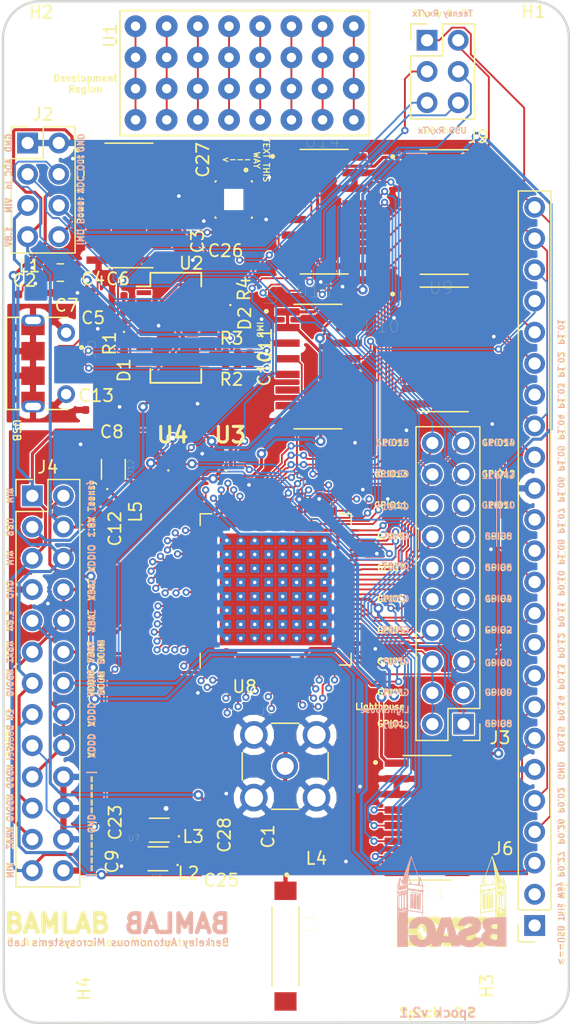
<source format=kicad_pcb>
(kicad_pcb (version 20171130) (host pcbnew "(5.0.2)-1")
  (layers (0 F.Cu signal) (31 B.Cu signal) (36 B.SilkS user) (37 F.SilkS user) (38 B.Mask user) (39 F.Mask user) (44 Edge.Cuts user))
  (net 0 "")
  (net 1 GND)
  (net 2 +VBAT)
  (net 3 +VDDD)
  (net 4 +VDDIO)
  (net 5 /GPIO7)
  (net 6 /GPIO5)
  (net 7 /GPIO3)
  (net 8 /GPIO1)
  (net 9 /GPIO8)
  (net 10 /GPIO6)
  (net 11 /GPIO4)
  (net 12 /GPIO2)
  (net 13 /GPIO10)
  (net 14 /GPIO12)
  (net 15 /GPIO14)
  (net 16 /GPIO15)
  (net 17 /GPIO9)
  (net 18 /GPIO11)
  (net 19 /GPIO13)
  (net 20 /GPIO0)
  (net 21 "Net-(U8-Pad100)")
  (net 22 "Net-(U8-Pad99)")
  (net 23 "Net-(U8-Pad98)")
  (net 24 "Net-(U8-Pad97)")
  (net 25 "Net-(U8-Pad96)")
  (net 26 "Net-(U8-Pad95)")
  (net 27 "Net-(U8-Pad94)")
  (net 28 "Net-(U8-Pad93)")
  (net 29 "Net-(U8-Pad91)")
  (net 30 "Net-(U8-Pad88)")
  (net 31 "Net-(U8-Pad87)")
  (net 32 "Net-(U8-Pad86)")
  (net 33 "Net-(U8-Pad85)")
  (net 34 "Net-(U8-Pad84)")
  (net 35 "Net-(U8-Pad83)")
  (net 36 "Net-(U8-Pad82)")
  (net 37 "Net-(U8-Pad81)")
  (net 38 "Net-(U8-Pad79)")
  (net 39 "Net-(U8-Pad78)")
  (net 40 "Net-(U8-Pad77)")
  (net 41 "Net-(U8-Pad76)")
  (net 42 "Net-(U8-Pad75)")
  (net 43 "Net-(U8-Pad74)")
  (net 44 "Net-(U8-Pad73)")
  (net 45 "Net-(U8-Pad52)")
  (net 46 "Net-(U8-Pad51)")
  (net 47 "Net-(U8-Pad25)")
  (net 48 "Net-(U8-Pad24)")
  (net 49 "Net-(U8-Pad23)")
  (net 50 "Net-(U8-Pad21)")
  (net 51 "Net-(U8-Pad20)")
  (net 52 "Net-(U8-Pad19)")
  (net 53 "Net-(U8-Pad18)")
  (net 54 "Net-(U8-Pad13)")
  (net 55 "Net-(U8-Pad9)")
  (net 56 "Net-(U8-Pad8)")
  (net 57 "Net-(U8-Pad7)")
  (net 58 "Net-(U8-Pad6)")
  (net 59 "Net-(U8-Pad3)")
  (net 60 "Net-(U8-Pad2)")
  (net 61 "Net-(U8-Pad1)")
  (net 62 /RsTx)
  (net 63 /RsRx)
  (net 64 /3WB_DATA)
  (net 65 /3WB_ENB)
  (net 66 /3WB_CLK)
  (net 67 /RF_IN)
  (net 68 /UART/D_P)
  (net 69 "Net-(R2-Pad2)")
  (net 70 /UART/D_N)
  (net 71 "Net-(R3-Pad1)")
  (net 72 "Net-(U2-Pad1)")
  (net 73 "Net-(U2-Pad2)")
  (net 74 "Net-(U2-Pad5)")
  (net 75 "Net-(U2-Pad7)")
  (net 76 "Net-(U2-Pad8)")
  (net 77 "Net-(U2-Pad9)")
  (net 78 +VUSB)
  (net 79 "Net-(U2-Pad18)")
  (net 80 "Net-(U2-Pad19)")
  (net 81 "Net-(C2-Pad1)")
  (net 82 /aSCSEL)
  (net 83 /aSCANIN)
  (net 84 /aLOAD)
  (net 85 /aSCANOUT)
  (net 86 /aPHI)
  (net 87 /aPHIb)
  (net 88 /Boot_Source_Sel)
  (net 89 /hReset)
  (net 90 /Clock)
  (net 91 "Net-(L3-Pad2)")
  (net 92 "Net-(L2-Pad2)")
  (net 93 +VIN)
  (net 94 "/Teensy Connections/aPHIb33")
  (net 95 "/Teensy Connections/aPHI33")
  (net 96 "/Teensy Connections/hReset33")
  (net 97 "/Teensy Connections/Clock33")
  (net 98 "/Teensy Connections/aSCANOUT33")
  (net 99 "/Teensy Connections/aLOAD33")
  (net 100 "/Teensy Connections/aSCANIN33")
  (net 101 "/Teensy Connections/aSCSEL33")
  (net 102 "Net-(U8-Pad72)")
  (net 103 "Net-(U8-Pad71)")
  (net 104 "Net-(U8-Pad70)")
  (net 105 "Net-(U8-Pad22)")
  (net 106 "Net-(U8-Pad12)")
  (net 107 "Net-(U8-Pad10)")
  (net 108 "Net-(D2-Pad1)")
  (net 109 "Net-(D1-Pad1)")
  (net 110 "Net-(D1-Pad2)")
  (net 111 "Net-(D2-Pad2)")
  (net 112 "Net-(U8-Pad92)")
  (net 113 /Tx33)
  (net 114 /Rx33)
  (net 115 "/Teensy Connections/3WB_DATA33")
  (net 116 "/Teensy Connections/3WB_ENB33")
  (net 117 "/Teensy Connections/3WB_CLK33")
  (net 118 /UART/RsTx33)
  (net 119 /UART/RsRx33)
  (net 120 /UART/RsTx33USB)
  (net 121 /UART/RsRx33USB)
  (net 122 "Net-(U5-Pad1)")
  (net 123 "Net-(U5-Pad7)")
  (net 124 "Net-(C3-Pad2)")
  (net 125 "Net-(U5-Pad12)")
  (net 126 "Net-(U5-Pad19)")
  (net 127 "Net-(U5-Pad21)")
  (net 128 +TEENSY33)
  (net 129 "Net-(U13-Pad6)")
  (net 130 "Net-(U13-Pad7)")
  (net 131 "Net-(U13-Pad10)")
  (net 132 "Net-(U13-Pad11)")
  (net 133 +V18IO)
  (net 134 "Net-(L5-Pad2)")
  (net 135 "Net-(U13-Pad5)")
  (net 136 "Net-(U13-Pad12)")
  (net 137 "Net-(C1-Pad1)")
  (net 138 +1VIN)
  (net 139 "Net-(U5-Pad17)")
  (net 140 "Net-(U5-Pad16)")
  (net 141 "Net-(U5-Pad15)")
  (net 142 "Net-(U5-Pad14)")
  (net 143 "Net-(U5-Pad6)")
  (net 144 "Net-(U5-Pad5)")
  (net 145 "Net-(U5-Pad4)")
  (net 146 "Net-(U5-Pad3)")
  (net 147 "Net-(U5-Pad2)")
  (net 148 "Net-(U1-Pad11)")
  (net 149 "Net-(U1-Pad12)")
  (net 150 "Net-(U1-Pad13)")
  (net 151 "Net-(U1-Pad14)")
  (net 152 "Net-(U1-Pad15)")
  (net 153 "Net-(U1-Pad16)")
  (net 154 "Net-(U1-Pad17)")
  (net 155 "Net-(U1-Pad18)")
  (net 156 "Net-(U15-Pad4)")
  (net 157 /GPIO13_IMU)
  (net 158 "Net-(U15-Pad6)")
  (net 159 "Net-(U15-Pad7)")
  (net 160 "Net-(U15-Pad10)")
  (net 161 "Net-(U15-Pad11)")
  (net 162 "Net-(U15-Pad13)")
  (net 163 "Net-(U14-Pad13)")
  (net 164 /GPIO15_IMU)
  (net 165 /GPIO12_IMU)
  (net 166 /GPIO14_IMU)
  (net 167 "Net-(U14-Pad4)")
  (net 168 "/Teensy Connections/GPO_ZERO33")
  (net 169 /GPO_ZERO)
  (net 170 +15VIN)
  (net 171 +VIN_IMU)
  (net 172 +V18IO_IMU)
  (net 173 "Net-(U8-Pad80)")
  (net 174 +VBATSCuM)
  (net 175 /ADC_IN)
  (net 176 /ADC_LDO_OUT)
  (net 177 +VDDIOSCuM)
  (net 178 "Net-(C13-Pad1)")
  (net 179 "Net-(J5-Pad4)")
  (net 180 +USB33)
  (net 181 "Net-(J6-Pad1)")
  (net 182 "Net-(J6-Pad2)")
  (net 183 "Net-(U10-Pad13)")
  (net 184 "Net-(U10-Pad4)")
  (module SCUM:BSAC (layer B.Cu) (at 226.0346 130.4036 180)
    (fp_text reference G*** hide)
    (fp_text value LOGO hide)
  )
  (module SamacSys_Parts:74LVC1G3157GS132 (layer F.Cu) (at 208.026 94.488)
    (fp_text reference U3 (at -0.0254 -2.0574) (layer F.SilkS) (effects (font (size 1.27 1.27) (thickness 0.254))))
    (fp_text value 74AVC1T45GS-Q100H hide)
    (pad 6 smd rect (at -0.35 -0.35) (size 0.15 0.5) (layers F.Cu F.Paste F.Mask) (net 93 +VIN))
    (pad 5 smd rect (at 0 -0.35) (size 0.15 0.5) (layers F.Cu F.Paste F.Mask) (net 1 GND))
    (pad 4 smd rect (at 0.35 -0.35) (size 0.15 0.5) (layers F.Cu F.Paste F.Mask) (net 119 /UART/RsRx33))
    (pad 3 smd rect (at 0.35 0.35) (size 0.15 0.5) (layers F.Cu F.Paste F.Mask) (net 63 /RsRx))
    (pad 2 smd rect (at 0 0.35) (size 0.15 0.5) (layers F.Cu F.Paste F.Mask) (net 1 GND))
    (pad 1 smd rect (at -0.35 0.35) (size 0.15 0.5) (layers F.Cu F.Paste F.Mask) (net 2 +VBAT))
  )
  (module SCUM:QFN-100_EP_12x12_Pitch0.4mm (layer F.Cu) (at 211.69737 104.99451 90)
    (fp_text reference U8 (at -7.90849 -2.52837 180) (layer F.SilkS))
    (fp_text value scum3)
    (pad 101 thru_hole circle (at 3.98125 3.98125 90) (size 0.56875 0.56875) (drill 0.284375) (layers *.Cu *.Mask) (net 1 GND))
    (pad 101 thru_hole circle (at 3.98125 2.84375 90) (size 0.56875 0.56875) (drill 0.284375) (layers *.Cu *.Mask) (net 1 GND))
    (pad 101 thru_hole circle (at 3.98125 1.70625 90) (size 0.56875 0.56875) (drill 0.284375) (layers *.Cu *.Mask) (net 1 GND))
    (pad 101 thru_hole circle (at 3.98125 0.56875 90) (size 0.56875 0.56875) (drill 0.284375) (layers *.Cu *.Mask) (net 1 GND))
    (pad 101 thru_hole circle (at 3.98125 -0.56875 90) (size 0.56875 0.56875) (drill 0.284375) (layers *.Cu *.Mask) (net 1 GND))
    (pad 101 thru_hole circle (at 3.98125 -1.70625 90) (size 0.56875 0.56875) (drill 0.284375) (layers *.Cu *.Mask) (net 1 GND))
    (pad 101 thru_hole circle (at 3.98125 -2.84375 90) (size 0.56875 0.56875) (drill 0.284375) (layers *.Cu *.Mask) (net 1 GND))
    (pad 101 thru_hole circle (at 3.98125 -3.98125 90) (size 0.56875 0.56875) (drill 0.284375) (layers *.Cu *.Mask) (net 1 GND))
    (pad 101 thru_hole circle (at 2.84375 3.98125 90) (size 0.56875 0.56875) (drill 0.284375) (layers *.Cu *.Mask) (net 1 GND))
    (pad 101 thru_hole circle (at 2.84375 2.84375 90) (size 0.56875 0.56875) (drill 0.284375) (layers *.Cu *.Mask) (net 1 GND))
    (pad 101 thru_hole circle (at 2.84375 1.70625 90) (size 0.56875 0.56875) (drill 0.284375) (layers *.Cu *.Mask) (net 1 GND))
    (pad 101 thru_hole circle (at 2.84375 0.56875 90) (size 0.56875 0.56875) (drill 0.284375) (layers *.Cu *.Mask) (net 1 GND))
    (pad 101 thru_hole circle (at 2.84375 -0.56875 90) (size 0.56875 0.56875) (drill 0.284375) (layers *.Cu *.Mask) (net 1 GND))
    (pad 101 thru_hole circle (at 2.84375 -1.70625 90) (size 0.56875 0.56875) (drill 0.284375) (layers *.Cu *.Mask) (net 1 GND))
    (pad 101 thru_hole circle (at 2.84375 -2.84375 90) (size 0.56875 0.56875) (drill 0.284375) (layers *.Cu *.Mask) (net 1 GND))
    (pad 101 thru_hole circle (at 2.84375 -3.98125 90) (size 0.56875 0.56875) (drill 0.284375) (layers *.Cu *.Mask) (net 1 GND))
    (pad 101 thru_hole circle (at 1.70625 3.98125 90) (size 0.56875 0.56875) (drill 0.284375) (layers *.Cu *.Mask) (net 1 GND))
    (pad 101 thru_hole circle (at 1.70625 2.84375 90) (size 0.56875 0.56875) (drill 0.284375) (layers *.Cu *.Mask) (net 1 GND))
    (pad 101 thru_hole circle (at 1.70625 1.70625 90) (size 0.56875 0.56875) (drill 0.284375) (layers *.Cu *.Mask) (net 1 GND))
    (pad 101 thru_hole circle (at 1.70625 0.56875 90) (size 0.56875 0.56875) (drill 0.284375) (layers *.Cu *.Mask) (net 1 GND))
    (pad 101 thru_hole circle (at 1.70625 -0.56875 90) (size 0.56875 0.56875) (drill 0.284375) (layers *.Cu *.Mask) (net 1 GND))
    (pad 101 thru_hole circle (at 1.70625 -1.70625 90) (size 0.56875 0.56875) (drill 0.284375) (layers *.Cu *.Mask) (net 1 GND))
    (pad 101 thru_hole circle (at 1.70625 -2.84375 90) (size 0.56875 0.56875) (drill 0.284375) (layers *.Cu *.Mask) (net 1 GND))
    (pad 101 thru_hole circle (at 1.70625 -3.98125 90) (size 0.56875 0.56875) (drill 0.284375) (layers *.Cu *.Mask) (net 1 GND))
    (pad 101 thru_hole circle (at 0.56875 3.98125 90) (size 0.56875 0.56875) (drill 0.284375) (layers *.Cu *.Mask) (net 1 GND))
    (pad 101 thru_hole circle (at 0.56875 2.84375 90) (size 0.56875 0.56875) (drill 0.284375) (layers *.Cu *.Mask) (net 1 GND))
    (pad 101 thru_hole circle (at 0.56875 1.70625 90) (size 0.56875 0.56875) (drill 0.284375) (layers *.Cu *.Mask) (net 1 GND))
    (pad 101 thru_hole circle (at 0.56875 0.56875 90) (size 0.56875 0.56875) (drill 0.284375) (layers *.Cu *.Mask) (net 1 GND))
    (pad 101 thru_hole circle (at 0.56875 -0.56875 90) (size 0.56875 0.56875) (drill 0.284375) (layers *.Cu *.Mask) (net 1 GND))
    (pad 101 thru_hole circle (at 0.56875 -1.70625 90) (size 0.56875 0.56875) (drill 0.284375) (layers *.Cu *.Mask) (net 1 GND))
    (pad 101 thru_hole circle (at 0.56875 -2.84375 90) (size 0.56875 0.56875) (drill 0.284375) (layers *.Cu *.Mask) (net 1 GND))
    (pad 101 thru_hole circle (at 0.56875 -3.98125 90) (size 0.56875 0.56875) (drill 0.284375) (layers *.Cu *.Mask) (net 1 GND))
    (pad 101 thru_hole circle (at -0.56875 3.98125 90) (size 0.56875 0.56875) (drill 0.284375) (layers *.Cu *.Mask) (net 1 GND))
    (pad 101 thru_hole circle (at -0.56875 2.84375 90) (size 0.56875 0.56875) (drill 0.284375) (layers *.Cu *.Mask) (net 1 GND))
    (pad 101 thru_hole circle (at -0.56875 1.70625 90) (size 0.56875 0.56875) (drill 0.284375) (layers *.Cu *.Mask) (net 1 GND))
    (pad 101 thru_hole circle (at -0.56875 0.56875 90) (size 0.56875 0.56875) (drill 0.284375) (layers *.Cu *.Mask) (net 1 GND))
    (pad 101 thru_hole circle (at -0.56875 -0.56875 90) (size 0.56875 0.56875) (drill 0.284375) (layers *.Cu *.Mask) (net 1 GND))
    (pad 101 thru_hole circle (at -0.56875 -1.70625 90) (size 0.56875 0.56875) (drill 0.284375) (layers *.Cu *.Mask) (net 1 GND))
    (pad 101 thru_hole circle (at -0.56875 -2.84375 90) (size 0.56875 0.56875) (drill 0.284375) (layers *.Cu *.Mask) (net 1 GND))
    (pad 101 thru_hole circle (at -0.56875 -3.98125 90) (size 0.56875 0.56875) (drill 0.284375) (layers *.Cu *.Mask) (net 1 GND))
    (pad 101 thru_hole circle (at -1.70625 3.98125 90) (size 0.56875 0.56875) (drill 0.284375) (layers *.Cu *.Mask) (net 1 GND))
    (pad 101 thru_hole circle (at -1.70625 2.84375 90) (size 0.56875 0.56875) (drill 0.284375) (layers *.Cu *.Mask) (net 1 GND))
    (pad 101 thru_hole circle (at -1.70625 1.70625 90) (size 0.56875 0.56875) (drill 0.284375) (layers *.Cu *.Mask) (net 1 GND))
    (pad 101 thru_hole circle (at -1.70625 0.56875 90) (size 0.56875 0.56875) (drill 0.284375) (layers *.Cu *.Mask) (net 1 GND))
    (pad 101 thru_hole circle (at -1.70625 -0.56875 90) (size 0.56875 0.56875) (drill 0.284375) (layers *.Cu *.Mask) (net 1 GND))
    (pad 101 thru_hole circle (at -1.70625 -1.70625 90) (size 0.56875 0.56875) (drill 0.284375) (layers *.Cu *.Mask) (net 1 GND))
    (pad 101 thru_hole circle (at -1.70625 -2.84375 90) (size 0.56875 0.56875) (drill 0.284375) (layers *.Cu *.Mask) (net 1 GND))
    (pad 101 thru_hole circle (at -1.70625 -3.98125 90) (size 0.56875 0.56875) (drill 0.284375) (layers *.Cu *.Mask) (net 1 GND))
    (pad 101 thru_hole circle (at -2.84375 3.98125 90) (size 0.56875 0.56875) (drill 0.284375) (layers *.Cu *.Mask) (net 1 GND))
    (pad 101 thru_hole circle (at -2.84375 2.84375 90) (size 0.56875 0.56875) (drill 0.284375) (layers *.Cu *.Mask) (net 1 GND))
    (pad 101 thru_hole circle (at -2.84375 1.70625 90) (size 0.56875 0.56875) (drill 0.284375) (layers *.Cu *.Mask) (net 1 GND))
    (pad 101 thru_hole circle (at -2.84375 0.56875 90) (size 0.56875 0.56875) (drill 0.284375) (layers *.Cu *.Mask) (net 1 GND))
    (pad 101 thru_hole circle (at -2.84375 -0.56875 90) (size 0.56875 0.56875) (drill 0.284375) (layers *.Cu *.Mask) (net 1 GND))
    (pad 101 thru_hole circle (at -2.84375 -1.70625 90) (size 0.56875 0.56875) (drill 0.284375) (layers *.Cu *.Mask) (net 1 GND))
    (pad 101 thru_hole circle (at -2.84375 -2.84375 90) (size 0.56875 0.56875) (drill 0.284375) (layers *.Cu *.Mask) (net 1 GND))
    (pad 101 thru_hole circle (at -2.84375 -3.98125 90) (size 0.56875 0.56875) (drill 0.284375) (layers *.Cu *.Mask) (net 1 GND))
    (pad 101 thru_hole circle (at -3.98125 3.98125 90) (size 0.56875 0.56875) (drill 0.284375) (layers *.Cu *.Mask) (net 1 GND))
    (pad 101 thru_hole circle (at -3.98125 2.84375 90) (size 0.56875 0.56875) (drill 0.284375) (layers *.Cu *.Mask) (net 1 GND))
    (pad 101 thru_hole circle (at -3.98125 1.70625 90) (size 0.56875 0.56875) (drill 0.284375) (layers *.Cu *.Mask) (net 1 GND))
    (pad 101 thru_hole circle (at -3.98125 0.56875 90) (size 0.56875 0.56875) (drill 0.284375) (layers *.Cu *.Mask) (net 1 GND))
    (pad 101 thru_hole circle (at -3.98125 -0.56875 90) (size 0.56875 0.56875) (drill 0.284375) (layers *.Cu *.Mask) (net 1 GND))
    (pad 101 thru_hole circle (at -3.98125 -1.70625 90) (size 0.56875 0.56875) (drill 0.284375) (layers *.Cu *.Mask) (net 1 GND))
    (pad 101 thru_hole circle (at -3.98125 -2.84375 90) (size 0.56875 0.56875) (drill 0.284375) (layers *.Cu *.Mask) (net 1 GND))
    (pad 101 thru_hole circle (at -3.98125 -3.98125 90) (size 0.56875 0.56875) (drill 0.284375) (layers *.Cu *.Mask) (net 1 GND))
    (pad 101 smd rect (at 3.98125 3.98125 90) (size 1.1375 1.1375) (layers F.Cu F.Paste F.Mask) (net 1 GND))
    (pad 101 smd rect (at 3.98125 2.84375 90) (size 1.1375 1.1375) (layers F.Cu F.Paste F.Mask) (net 1 GND))
    (pad 101 smd rect (at 3.98125 1.70625 90) (size 1.1375 1.1375) (layers F.Cu F.Paste F.Mask) (net 1 GND))
    (pad 101 smd rect (at 3.98125 0.56875 90) (size 1.1375 1.1375) (layers F.Cu F.Paste F.Mask) (net 1 GND))
    (pad 101 smd rect (at 3.98125 -0.56875 90) (size 1.1375 1.1375) (layers F.Cu F.Paste F.Mask) (net 1 GND))
    (pad 101 smd rect (at 3.98125 -1.70625 90) (size 1.1375 1.1375) (layers F.Cu F.Paste F.Mask) (net 1 GND))
    (pad 101 smd rect (at 3.98125 -2.84375 90) (size 1.1375 1.1375) (layers F.Cu F.Paste F.Mask) (net 1 GND))
    (pad 101 smd rect (at 3.98125 -3.98125 90) (size 1.1375 1.1375) (layers F.Cu F.Paste F.Mask) (net 1 GND))
    (pad 101 smd rect (at 2.84375 3.98125 90) (size 1.1375 1.1375) (layers F.Cu F.Paste F.Mask) (net 1 GND))
    (pad 101 smd rect (at 2.84375 2.84375 90) (size 1.1375 1.1375) (layers F.Cu F.Paste F.Mask) (net 1 GND))
    (pad 101 smd rect (at 2.84375 1.70625 90) (size 1.1375 1.1375) (layers F.Cu F.Paste F.Mask) (net 1 GND))
    (pad 101 smd rect (at 2.84375 0.56875 90) (size 1.1375 1.1375) (layers F.Cu F.Paste F.Mask) (net 1 GND))
    (pad 101 smd rect (at 2.84375 -0.56875 90) (size 1.1375 1.1375) (layers F.Cu F.Paste F.Mask) (net 1 GND))
    (pad 101 smd rect (at 2.84375 -1.70625 90) (size 1.1375 1.1375) (layers F.Cu F.Paste F.Mask) (net 1 GND))
    (pad 101 smd rect (at 2.84375 -2.84375 90) (size 1.1375 1.1375) (layers F.Cu F.Paste F.Mask) (net 1 GND))
    (pad 101 smd rect (at 2.84375 -3.98125 90) (size 1.1375 1.1375) (layers F.Cu F.Paste F.Mask) (net 1 GND))
    (pad 101 smd rect (at 1.70625 3.98125 90) (size 1.1375 1.1375) (layers F.Cu F.Paste F.Mask) (net 1 GND))
    (pad 101 smd rect (at 1.70625 2.84375 90) (size 1.1375 1.1375) (layers F.Cu F.Paste F.Mask) (net 1 GND))
    (pad 101 smd rect (at 1.70625 1.70625 90) (size 1.1375 1.1375) (layers F.Cu F.Paste F.Mask) (net 1 GND))
    (pad 101 smd rect (at 1.70625 0.56875 90) (size 1.1375 1.1375) (layers F.Cu F.Paste F.Mask) (net 1 GND))
    (pad 101 smd rect (at 1.70625 -0.56875 90) (size 1.1375 1.1375) (layers F.Cu F.Paste F.Mask) (net 1 GND))
    (pad 101 smd rect (at 1.70625 -1.70625 90) (size 1.1375 1.1375) (layers F.Cu F.Paste F.Mask) (net 1 GND))
    (pad 101 smd rect (at 1.70625 -2.84375 90) (size 1.1375 1.1375) (layers F.Cu F.Paste F.Mask) (net 1 GND))
    (pad 101 smd rect (at 1.70625 -3.98125 90) (size 1.1375 1.1375) (layers F.Cu F.Paste F.Mask) (net 1 GND))
    (pad 101 smd rect (at 0.56875 3.98125 90) (size 1.1375 1.1375) (layers F.Cu F.Paste F.Mask) (net 1 GND))
    (pad 101 smd rect (at 0.56875 2.84375 90) (size 1.1375 1.1375) (layers F.Cu F.Paste F.Mask) (net 1 GND))
    (pad 101 smd rect (at 0.56875 1.70625 90) (size 1.1375 1.1375) (layers F.Cu F.Paste F.Mask) (net 1 GND))
    (pad 101 smd rect (at 0.56875 0.56875 90) (size 1.1375 1.1375) (layers F.Cu F.Paste F.Mask) (net 1 GND))
    (pad 101 smd rect (at 0.56875 -0.56875 90) (size 1.1375 1.1375) (layers F.Cu F.Paste F.Mask) (net 1 GND))
    (pad 101 smd rect (at 0.56875 -1.70625 90) (size 1.1375 1.1375) (layers F.Cu F.Paste F.Mask) (net 1 GND))
    (pad 101 smd rect (at 0.56875 -2.84375 90) (size 1.1375 1.1375) (layers F.Cu F.Paste F.Mask) (net 1 GND))
    (pad 101 smd rect (at 0.56875 -3.98125 90) (size 1.1375 1.1375) (layers F.Cu F.Paste F.Mask) (net 1 GND))
    (pad 101 smd rect (at -0.56875 3.98125 90) (size 1.1375 1.1375) (layers F.Cu F.Paste F.Mask) (net 1 GND))
    (pad 101 smd rect (at -0.56875 2.84375 90) (size 1.1375 1.1375) (layers F.Cu F.Paste F.Mask) (net 1 GND))
    (pad 101 smd rect (at -0.56875 1.70625 90) (size 1.1375 1.1375) (layers F.Cu F.Paste F.Mask) (net 1 GND))
    (pad 101 smd rect (at -0.56875 0.56875 90) (size 1.1375 1.1375) (layers F.Cu F.Paste F.Mask) (net 1 GND))
    (pad 101 smd rect (at -0.56875 -0.56875 90) (size 1.1375 1.1375) (layers F.Cu F.Paste F.Mask) (net 1 GND))
    (pad 101 smd rect (at -0.56875 -1.70625 90) (size 1.1375 1.1375) (layers F.Cu F.Paste F.Mask) (net 1 GND))
    (pad 101 smd rect (at -0.56875 -2.84375 90) (size 1.1375 1.1375) (layers F.Cu F.Paste F.Mask) (net 1 GND))
    (pad 101 smd rect (at -0.56875 -3.98125 90) (size 1.1375 1.1375) (layers F.Cu F.Paste F.Mask) (net 1 GND))
    (pad 101 smd rect (at -1.70625 3.98125 90) (size 1.1375 1.1375) (layers F.Cu F.Paste F.Mask) (net 1 GND))
    (pad 101 smd rect (at -1.70625 2.84375 90) (size 1.1375 1.1375) (layers F.Cu F.Paste F.Mask) (net 1 GND))
    (pad 101 smd rect (at -1.70625 1.70625 90) (size 1.1375 1.1375) (layers F.Cu F.Paste F.Mask) (net 1 GND))
    (pad 101 smd rect (at -1.70625 0.56875 90) (size 1.1375 1.1375) (layers F.Cu F.Paste F.Mask) (net 1 GND))
    (pad 101 smd rect (at -1.70625 -0.56875 90) (size 1.1375 1.1375) (layers F.Cu F.Paste F.Mask) (net 1 GND))
    (pad 101 smd rect (at -1.70625 -1.70625 90) (size 1.1375 1.1375) (layers F.Cu F.Paste F.Mask) (net 1 GND))
    (pad 101 smd rect (at -1.70625 -2.84375 90) (size 1.1375 1.1375) (layers F.Cu F.Paste F.Mask) (net 1 GND))
    (pad 101 smd rect (at -1.70625 -3.98125 90) (size 1.1375 1.1375) (layers F.Cu F.Paste F.Mask) (net 1 GND))
    (pad 101 smd rect (at -2.84375 3.98125 90) (size 1.1375 1.1375) (layers F.Cu F.Paste F.Mask) (net 1 GND))
    (pad 101 smd rect (at -2.84375 2.84375 90) (size 1.1375 1.1375) (layers F.Cu F.Paste F.Mask) (net 1 GND))
    (pad 101 smd rect (at -2.84375 1.70625 90) (size 1.1375 1.1375) (layers F.Cu F.Paste F.Mask) (net 1 GND))
    (pad 101 smd rect (at -2.84375 0.56875 90) (size 1.1375 1.1375) (layers F.Cu F.Paste F.Mask) (net 1 GND))
    (pad 101 smd rect (at -2.84375 -0.56875 90) (size 1.1375 1.1375) (layers F.Cu F.Paste F.Mask) (net 1 GND))
    (pad 101 smd rect (at -2.84375 -1.70625 90) (size 1.1375 1.1375) (layers F.Cu F.Paste F.Mask) (net 1 GND))
    (pad 101 smd rect (at -2.84375 -2.84375 90) (size 1.1375 1.1375) (layers F.Cu F.Paste F.Mask) (net 1 GND))
    (pad 101 smd rect (at -2.84375 -3.98125 90) (size 1.1375 1.1375) (layers F.Cu F.Paste F.Mask) (net 1 GND))
    (pad 101 smd rect (at -3.98125 3.98125 90) (size 1.1375 1.1375) (layers F.Cu F.Paste F.Mask) (net 1 GND))
    (pad 101 smd rect (at -3.98125 2.84375 90) (size 1.1375 1.1375) (layers F.Cu F.Paste F.Mask) (net 1 GND))
    (pad 101 smd rect (at -3.98125 1.70625 90) (size 1.1375 1.1375) (layers F.Cu F.Paste F.Mask) (net 1 GND))
    (pad 101 smd rect (at -3.98125 0.56875 90) (size 1.1375 1.1375) (layers F.Cu F.Paste F.Mask) (net 1 GND))
    (pad 101 smd rect (at -3.98125 -0.56875 90) (size 1.1375 1.1375) (layers F.Cu F.Paste F.Mask) (net 1 GND))
    (pad 101 smd rect (at -3.98125 -1.70625 90) (size 1.1375 1.1375) (layers F.Cu F.Paste F.Mask) (net 1 GND))
    (pad 101 smd rect (at -3.98125 -2.84375 90) (size 1.1375 1.1375) (layers F.Cu F.Paste F.Mask) (net 1 GND))
    (pad 101 smd rect (at -3.98125 -3.98125 90) (size 1.1375 1.1375) (layers F.Cu F.Paste F.Mask) (net 1 GND))
    (pad 100 smd oval (at -4.8 -6.4 90) (size 0.2 0.8) (layers F.Cu F.Paste F.Mask) (net 21 "Net-(U8-Pad100)"))
    (pad 99 smd oval (at -4.4 -6.4 90) (size 0.2 0.8) (layers F.Cu F.Paste F.Mask) (net 22 "Net-(U8-Pad99)"))
    (pad 98 smd oval (at -4 -6.4 90) (size 0.2 0.8) (layers F.Cu F.Paste F.Mask) (net 23 "Net-(U8-Pad98)"))
    (pad 97 smd oval (at -3.6 -6.4 90) (size 0.2 0.8) (layers F.Cu F.Paste F.Mask) (net 24 "Net-(U8-Pad97)"))
    (pad 96 smd oval (at -3.2 -6.4 90) (size 0.2 0.8) (layers F.Cu F.Paste F.Mask) (net 25 "Net-(U8-Pad96)"))
    (pad 95 smd oval (at -2.8 -6.4 90) (size 0.2 0.8) (layers F.Cu F.Paste F.Mask) (net 26 "Net-(U8-Pad95)"))
    (pad 94 smd oval (at -2.4 -6.4 90) (size 0.2 0.8) (layers F.Cu F.Paste F.Mask) (net 27 "Net-(U8-Pad94)"))
    (pad 93 smd oval (at -2 -6.4 90) (size 0.2 0.8) (layers F.Cu F.Paste F.Mask) (net 28 "Net-(U8-Pad93)"))
    (pad 92 smd oval (at -1.6 -6.4 90) (size 0.2 0.8) (layers F.Cu F.Paste F.Mask) (net 112 "Net-(U8-Pad92)"))
    (pad 91 smd oval (at -1.2 -6.4 90) (size 0.2 0.8) (layers F.Cu F.Paste F.Mask) (net 29 "Net-(U8-Pad91)"))
    (pad 90 smd oval (at -0.8 -6.4 90) (size 0.2 0.8) (layers F.Cu F.Paste F.Mask) (net 3 +VDDD))
    (pad 89 smd oval (at -0.4 -6.4 90) (size 0.2 0.8) (layers F.Cu F.Paste F.Mask) (net 3 +VDDD))
    (pad 88 smd oval (at 0 -6.4 90) (size 0.2 0.8) (layers F.Cu F.Paste F.Mask) (net 30 "Net-(U8-Pad88)"))
    (pad 87 smd oval (at 0.4 -6.4 90) (size 0.2 0.8) (layers F.Cu F.Paste F.Mask) (net 31 "Net-(U8-Pad87)"))
    (pad 86 smd oval (at 0.8 -6.4 90) (size 0.2 0.8) (layers F.Cu F.Paste F.Mask) (net 32 "Net-(U8-Pad86)"))
    (pad 85 smd oval (at 1.2 -6.4 90) (size 0.2 0.8) (layers F.Cu F.Paste F.Mask) (net 33 "Net-(U8-Pad85)"))
    (pad 84 smd oval (at 1.6 -6.4 90) (size 0.2 0.8) (layers F.Cu F.Paste F.Mask) (net 34 "Net-(U8-Pad84)"))
    (pad 83 smd oval (at 2 -6.4 90) (size 0.2 0.8) (layers F.Cu F.Paste F.Mask) (net 35 "Net-(U8-Pad83)"))
    (pad 82 smd oval (at 2.4 -6.4 90) (size 0.2 0.8) (layers F.Cu F.Paste F.Mask) (net 36 "Net-(U8-Pad82)"))
    (pad 81 smd oval (at 2.8 -6.4 90) (size 0.2 0.8) (layers F.Cu F.Paste F.Mask) (net 37 "Net-(U8-Pad81)"))
    (pad 80 smd oval (at 3.2 -6.4 90) (size 0.2 0.8) (layers F.Cu F.Paste F.Mask) (net 173 "Net-(U8-Pad80)"))
    (pad 79 smd oval (at 3.6 -6.4 90) (size 0.2 0.8) (layers F.Cu F.Paste F.Mask) (net 38 "Net-(U8-Pad79)"))
    (pad 78 smd oval (at 4 -6.4 90) (size 0.2 0.8) (layers F.Cu F.Paste F.Mask) (net 39 "Net-(U8-Pad78)"))
    (pad 77 smd oval (at 4.4 -6.4 90) (size 0.2 0.8) (layers F.Cu F.Paste F.Mask) (net 40 "Net-(U8-Pad77)"))
    (pad 76 smd oval (at 4.8 -6.4 90) (size 0.2 0.8) (layers F.Cu F.Paste F.Mask) (net 41 "Net-(U8-Pad76)"))
    (pad 75 smd oval (at 6.4 -4.8 180) (size 0.2 0.8) (layers F.Cu F.Paste F.Mask) (net 42 "Net-(U8-Pad75)"))
    (pad 74 smd oval (at 6.4 -4.4 180) (size 0.2 0.8) (layers F.Cu F.Paste F.Mask) (net 43 "Net-(U8-Pad74)"))
    (pad 73 smd oval (at 6.4 -4 180) (size 0.2 0.8) (layers F.Cu F.Paste F.Mask) (net 44 "Net-(U8-Pad73)"))
    (pad 72 smd oval (at 6.4 -3.6 180) (size 0.2 0.8) (layers F.Cu F.Paste F.Mask) (net 102 "Net-(U8-Pad72)"))
    (pad 71 smd oval (at 6.4 -3.2 180) (size 0.2 0.8) (layers F.Cu F.Paste F.Mask) (net 103 "Net-(U8-Pad71)"))
    (pad 70 smd oval (at 6.4 -2.8 180) (size 0.2 0.8) (layers F.Cu F.Paste F.Mask) (net 104 "Net-(U8-Pad70)"))
    (pad 69 smd oval (at 6.4 -2.4 180) (size 0.2 0.8) (layers F.Cu F.Paste F.Mask) (net 1 GND))
    (pad 68 smd oval (at 6.4 -2 180) (size 0.2 0.8) (layers F.Cu F.Paste F.Mask) (net 82 /aSCSEL))
    (pad 67 smd oval (at 6.4 -1.6 180) (size 0.2 0.8) (layers F.Cu F.Paste F.Mask) (net 83 /aSCANIN))
    (pad 66 smd oval (at 6.4 -1.2 180) (size 0.2 0.8) (layers F.Cu F.Paste F.Mask) (net 84 /aLOAD))
    (pad 65 smd oval (at 6.4 -0.8 180) (size 0.2 0.8) (layers F.Cu F.Paste F.Mask) (net 85 /aSCANOUT))
    (pad 64 smd oval (at 6.4 -0.4 180) (size 0.2 0.8) (layers F.Cu F.Paste F.Mask) (net 86 /aPHI))
    (pad 63 smd oval (at 6.4 0 180) (size 0.2 0.8) (layers F.Cu F.Paste F.Mask) (net 87 /aPHIb))
    (pad 62 smd oval (at 6.4 0.4 180) (size 0.2 0.8) (layers F.Cu F.Paste F.Mask) (net 174 +VBATSCuM))
    (pad 61 smd oval (at 6.4 0.8 180) (size 0.2 0.8) (layers F.Cu F.Paste F.Mask) (net 88 /Boot_Source_Sel))
    (pad 60 smd oval (at 6.4 1.2 180) (size 0.2 0.8) (layers F.Cu F.Paste F.Mask) (net 89 /hReset))
    (pad 59 smd oval (at 6.4 1.6 180) (size 0.2 0.8) (layers F.Cu F.Paste F.Mask) (net 174 +VBATSCuM))
    (pad 58 smd oval (at 6.4 2 180) (size 0.2 0.8) (layers F.Cu F.Paste F.Mask) (net 1 GND))
    (pad 57 smd oval (at 6.4 2.4 180) (size 0.2 0.8) (layers F.Cu F.Paste F.Mask) (net 169 /GPO_ZERO))
    (pad 56 smd oval (at 6.4 2.8 180) (size 0.2 0.8) (layers F.Cu F.Paste F.Mask) (net 90 /Clock))
    (pad 55 smd oval (at 6.4 3.2 180) (size 0.2 0.8) (layers F.Cu F.Paste F.Mask) (net 1 GND))
    (pad 54 smd oval (at 6.4 3.6 180) (size 0.2 0.8) (layers F.Cu F.Paste F.Mask) (net 175 /ADC_IN))
    (pad 53 smd oval (at 6.4 4 180) (size 0.2 0.8) (layers F.Cu F.Paste F.Mask) (net 176 /ADC_LDO_OUT))
    (pad 52 smd oval (at 6.4 4.4 180) (size 0.2 0.8) (layers F.Cu F.Paste F.Mask) (net 45 "Net-(U8-Pad52)"))
    (pad 51 smd oval (at 6.4 4.8 180) (size 0.2 0.8) (layers F.Cu F.Paste F.Mask) (net 46 "Net-(U8-Pad51)"))
    (pad 50 smd oval (at 4.8 6.4 90) (size 0.2 0.8) (layers F.Cu F.Paste F.Mask) (net 64 /3WB_DATA))
    (pad 49 smd oval (at 4.4 6.4 90) (size 0.2 0.8) (layers F.Cu F.Paste F.Mask) (net 65 /3WB_ENB))
    (pad 48 smd oval (at 4 6.4 90) (size 0.2 0.8) (layers F.Cu F.Paste F.Mask) (net 66 /3WB_CLK))
    (pad 47 smd oval (at 3.6 6.4 90) (size 0.2 0.8) (layers F.Cu F.Paste F.Mask) (net 63 /RsRx))
    (pad 46 smd oval (at 3.2 6.4 90) (size 0.2 0.8) (layers F.Cu F.Paste F.Mask) (net 62 /RsTx))
    (pad 45 smd oval (at 2.8 6.4 90) (size 0.2 0.8) (layers F.Cu F.Paste F.Mask) (net 1 GND))
    (pad 44 smd oval (at 2.4 6.4 90) (size 0.2 0.8) (layers F.Cu F.Paste F.Mask) (net 16 /GPIO15))
    (pad 43 smd oval (at 2 6.4 90) (size 0.2 0.8) (layers F.Cu F.Paste F.Mask) (net 15 /GPIO14))
    (pad 42 smd oval (at 1.6 6.4 90) (size 0.2 0.8) (layers F.Cu F.Paste F.Mask) (net 19 /GPIO13))
    (pad 41 smd oval (at 1.2 6.4 90) (size 0.2 0.8) (layers F.Cu F.Paste F.Mask) (net 14 /GPIO12))
    (pad 40 smd oval (at 0.8 6.4 90) (size 0.2 0.8) (layers F.Cu F.Paste F.Mask) (net 18 /GPIO11))
    (pad 39 smd oval (at 0.4 6.4 90) (size 0.2 0.8) (layers F.Cu F.Paste F.Mask) (net 13 /GPIO10))
    (pad 38 smd oval (at 0 6.4 90) (size 0.2 0.8) (layers F.Cu F.Paste F.Mask) (net 17 /GPIO9))
    (pad 37 smd oval (at -0.4 6.4 90) (size 0.2 0.8) (layers F.Cu F.Paste F.Mask) (net 9 /GPIO8))
    (pad 36 smd oval (at -0.8 6.4 90) (size 0.2 0.8) (layers F.Cu F.Paste F.Mask) (net 177 +VDDIOSCuM))
    (pad 35 smd oval (at -1.2 6.4 90) (size 0.2 0.8) (layers F.Cu F.Paste F.Mask) (net 5 /GPIO7))
    (pad 34 smd oval (at -1.6 6.4 90) (size 0.2 0.8) (layers F.Cu F.Paste F.Mask) (net 10 /GPIO6))
    (pad 33 smd oval (at -2 6.4 90) (size 0.2 0.8) (layers F.Cu F.Paste F.Mask) (net 6 /GPIO5))
    (pad 32 smd oval (at -2.4 6.4 90) (size 0.2 0.8) (layers F.Cu F.Paste F.Mask) (net 11 /GPIO4))
    (pad 31 smd oval (at -2.8 6.4 90) (size 0.2 0.8) (layers F.Cu F.Paste F.Mask) (net 7 /GPIO3))
    (pad 30 smd oval (at -3.2 6.4 90) (size 0.2 0.8) (layers F.Cu F.Paste F.Mask) (net 12 /GPIO2))
    (pad 29 smd oval (at -3.6 6.4 90) (size 0.2 0.8) (layers F.Cu F.Paste F.Mask) (net 8 /GPIO1))
    (pad 28 smd oval (at -4 6.4 90) (size 0.2 0.8) (layers F.Cu F.Paste F.Mask) (net 20 /GPIO0))
    (pad 27 smd oval (at -4.4 6.4 90) (size 0.2 0.8) (layers F.Cu F.Paste F.Mask) (net 1 GND))
    (pad 26 smd oval (at -4.8 6.4 90) (size 0.2 0.8) (layers F.Cu F.Paste F.Mask) (net 174 +VBATSCuM))
    (pad 25 smd oval (at -6.4 4.8 180) (size 0.2 0.8) (layers F.Cu F.Paste F.Mask) (net 47 "Net-(U8-Pad25)"))
    (pad 24 smd oval (at -6.4 4.4 180) (size 0.2 0.8) (layers F.Cu F.Paste F.Mask) (net 48 "Net-(U8-Pad24)"))
    (pad 23 smd oval (at -6.4 4 180) (size 0.2 0.8) (layers F.Cu F.Paste F.Mask) (net 49 "Net-(U8-Pad23)"))
    (pad 22 smd oval (at -6.4 3.6 180) (size 0.2 0.8) (layers F.Cu F.Paste F.Mask) (net 105 "Net-(U8-Pad22)"))
    (pad 21 smd oval (at -6.4 3.2 180) (size 0.2 0.8) (layers F.Cu F.Paste F.Mask) (net 50 "Net-(U8-Pad21)"))
    (pad 20 smd oval (at -6.4 2.8 180) (size 0.2 0.8) (layers F.Cu F.Paste F.Mask) (net 51 "Net-(U8-Pad20)"))
    (pad 19 smd oval (at -6.4 2.4 180) (size 0.2 0.8) (layers F.Cu F.Paste F.Mask) (net 52 "Net-(U8-Pad19)"))
    (pad 18 smd oval (at -6.4 2 180) (size 0.2 0.8) (layers F.Cu F.Paste F.Mask) (net 53 "Net-(U8-Pad18)"))
    (pad 17 smd oval (at -6.4 1.6 180) (size 0.2 0.8) (layers F.Cu F.Paste F.Mask) (net 174 +VBATSCuM))
    (pad 16 smd oval (at -6.4 1.2 180) (size 0.2 0.8) (layers F.Cu F.Paste F.Mask) (net 1 GND))
    (pad 15 smd oval (at -6.4 0.8 180) (size 0.2 0.8) (layers F.Cu F.Paste F.Mask) (net 67 /RF_IN))
    (pad 14 smd oval (at -6.4 0.4 180) (size 0.2 0.8) (layers F.Cu F.Paste F.Mask) (net 1 GND))
    (pad 13 smd oval (at -6.4 0 180) (size 0.2 0.8) (layers F.Cu F.Paste F.Mask) (net 54 "Net-(U8-Pad13)"))
    (pad 12 smd oval (at -6.4 -0.4 180) (size 0.2 0.8) (layers F.Cu F.Paste F.Mask) (net 106 "Net-(U8-Pad12)"))
    (pad 11 smd oval (at -6.4 -0.8 180) (size 0.2 0.8) (layers F.Cu F.Paste F.Mask) (net 1 GND))
    (pad 10 smd oval (at -6.4 -1.2 180) (size 0.2 0.8) (layers F.Cu F.Paste F.Mask) (net 107 "Net-(U8-Pad10)"))
    (pad 9 smd oval (at -6.4 -1.6 180) (size 0.2 0.8) (layers F.Cu F.Paste F.Mask) (net 55 "Net-(U8-Pad9)"))
    (pad 8 smd oval (at -6.4 -2 180) (size 0.2 0.8) (layers F.Cu F.Paste F.Mask) (net 56 "Net-(U8-Pad8)"))
    (pad 7 smd oval (at -6.4 -2.4 180) (size 0.2 0.8) (layers F.Cu F.Paste F.Mask) (net 57 "Net-(U8-Pad7)"))
    (pad 6 smd oval (at -6.4 -2.8 180) (size 0.2 0.8) (layers F.Cu F.Paste F.Mask) (net 58 "Net-(U8-Pad6)"))
    (pad 5 smd oval (at -6.4 -3.2 180) (size 0.2 0.8) (layers F.Cu F.Paste F.Mask) (net 1 GND))
    (pad 4 smd oval (at -6.4 -3.6 180) (size 0.2 0.8) (layers F.Cu F.Paste F.Mask) (net 174 +VBATSCuM))
    (pad 3 smd oval (at -6.4 -4 180) (size 0.2 0.8) (layers F.Cu F.Paste F.Mask) (net 59 "Net-(U8-Pad3)"))
    (pad 2 smd oval (at -6.4 -4.4 180) (size 0.2 0.8) (layers F.Cu F.Paste F.Mask) (net 60 "Net-(U8-Pad2)"))
    (pad 1 smd oval (at -6.4 -4.8 180) (size 0.2 0.8) (layers F.Cu F.Paste F.Mask) (net 61 "Net-(U8-Pad1)"))
  )
  (module Connector_PinHeader_2.54mm:PinHeader_2x10_P2.54mm_Vertical (layer F.Cu) (at 226.9998 115.951 180)
    (fp_text reference J3 (at -2.9718 -1.1176 180) (layer F.SilkS))
    (fp_text value Conn_02x10_Odd_Even)
    (pad 20 thru_hole oval (at 2.54 22.86 180) (size 1.7 1.7) (drill 1) (layers *.Cu *.Mask) (net 16 /GPIO15))
    (pad 19 thru_hole oval (at 0 22.86 180) (size 1.7 1.7) (drill 1) (layers *.Cu *.Mask) (net 15 /GPIO14))
    (pad 18 thru_hole oval (at 2.54 20.32 180) (size 1.7 1.7) (drill 1) (layers *.Cu *.Mask) (net 19 /GPIO13))
    (pad 17 thru_hole oval (at 0 20.32 180) (size 1.7 1.7) (drill 1) (layers *.Cu *.Mask) (net 14 /GPIO12))
    (pad 16 thru_hole oval (at 2.54 17.78 180) (size 1.7 1.7) (drill 1) (layers *.Cu *.Mask) (net 18 /GPIO11))
    (pad 15 thru_hole oval (at 0 17.78 180) (size 1.7 1.7) (drill 1) (layers *.Cu *.Mask) (net 13 /GPIO10))
    (pad 14 thru_hole oval (at 2.54 15.24 180) (size 1.7 1.7) (drill 1) (layers *.Cu *.Mask) (net 17 /GPIO9))
    (pad 13 thru_hole oval (at 0 15.24 180) (size 1.7 1.7) (drill 1) (layers *.Cu *.Mask) (net 9 /GPIO8))
    (pad 12 thru_hole oval (at 2.54 12.7 180) (size 1.7 1.7) (drill 1) (layers *.Cu *.Mask) (net 5 /GPIO7))
    (pad 11 thru_hole oval (at 0 12.7 180) (size 1.7 1.7) (drill 1) (layers *.Cu *.Mask) (net 10 /GPIO6))
    (pad 10 thru_hole oval (at 2.54 10.16 180) (size 1.7 1.7) (drill 1) (layers *.Cu *.Mask) (net 6 /GPIO5))
    (pad 9 thru_hole oval (at 0 10.16 180) (size 1.7 1.7) (drill 1) (layers *.Cu *.Mask) (net 11 /GPIO4))
    (pad 8 thru_hole oval (at 2.54 7.62 180) (size 1.7 1.7) (drill 1) (layers *.Cu *.Mask) (net 7 /GPIO3))
    (pad 7 thru_hole oval (at 0 7.62 180) (size 1.7 1.7) (drill 1) (layers *.Cu *.Mask) (net 12 /GPIO2))
    (pad 6 thru_hole oval (at 2.54 5.08 180) (size 1.7 1.7) (drill 1) (layers *.Cu *.Mask) (net 8 /GPIO1))
    (pad 5 thru_hole oval (at 0 5.08 180) (size 1.7 1.7) (drill 1) (layers *.Cu *.Mask) (net 20 /GPIO0))
    (pad 4 thru_hole oval (at 2.54 2.54 180) (size 1.7 1.7) (drill 1) (layers *.Cu *.Mask) (net 8 /GPIO1))
    (pad 3 thru_hole oval (at 0 2.54 180) (size 1.7 1.7) (drill 1) (layers *.Cu *.Mask) (net 17 /GPIO9))
    (pad 2 thru_hole oval (at 2.54 0 180) (size 1.7 1.7) (drill 1) (layers *.Cu *.Mask) (net 8 /GPIO1))
    (pad 1 thru_hole rect (at 0 0 180) (size 1.7 1.7) (drill 1) (layers *.Cu *.Mask) (net 9 /GPIO8))
  )
  (module Capacitor_SMD:C_0402_1005Metric (layer F.Cu) (at 196.6976 90.3986)
    (fp_text reference C13 (at 0.381 -1.17) (layer F.SilkS))
    (fp_text value C)
    (pad 2 smd roundrect (at 0.485 0) (size 0.59 0.64) (layers F.Cu F.Paste F.Mask) (net 1 GND))
    (pad 1 smd roundrect (at -0.485 0) (size 0.59 0.64) (layers F.Cu F.Paste F.Mask) (net 178 "Net-(C13-Pad1)"))
  )
  (module Connector_PinHeader_2.54mm:PinHeader_2x04_P2.54mm_Vertical (layer F.Cu) (at 191.4906 68.6816)
    (fp_text reference J2 (at 1.27 -2.33) (layer F.SilkS))
    (fp_text value Conn_02x04_Odd_Even)
    (pad 8 thru_hole oval (at 2.54 7.62) (size 1.7 1.7) (drill 1) (layers *.Cu *.Mask) (net 172 +V18IO_IMU))
    (pad 7 thru_hole oval (at 0 7.62) (size 1.7 1.7) (drill 1) (layers *.Cu *.Mask) (net 133 +V18IO))
    (pad 6 thru_hole oval (at 2.54 5.08) (size 1.7 1.7) (drill 1) (layers *.Cu *.Mask) (net 171 +VIN_IMU))
    (pad 5 thru_hole oval (at 0 5.08) (size 1.7 1.7) (drill 1) (layers *.Cu *.Mask) (net 93 +VIN))
    (pad 4 thru_hole oval (at 2.54 2.54) (size 1.7 1.7) (drill 1) (layers *.Cu *.Mask) (net 176 /ADC_LDO_OUT))
    (pad 3 thru_hole oval (at 0 2.54) (size 1.7 1.7) (drill 1) (layers *.Cu *.Mask) (net 175 /ADC_IN))
    (pad 2 thru_hole oval (at 2.54 0) (size 1.7 1.7) (drill 1) (layers *.Cu *.Mask) (net 1 GND))
    (pad 1 thru_hole rect (at 0 0) (size 1.7 1.7) (drill 1) (layers *.Cu *.Mask) (net 1 GND))
  )
  (module Connector_PinHeader_2.54mm:PinHeader_2x13_P2.54mm_Vertical (layer F.Cu) (at 191.8716 97.3836)
    (fp_text reference J4 (at 1.27 -2.33) (layer F.SilkS))
    (fp_text value Conn_02x13_Odd_Even)
    (pad 26 thru_hole oval (at 2.54 30.48) (size 1.7 1.7) (drill 1) (layers *.Cu *.Mask) (net 1 GND))
    (pad 25 thru_hole oval (at 0 30.48) (size 1.7 1.7) (drill 1) (layers *.Cu *.Mask) (net 93 +VIN))
    (pad 24 thru_hole oval (at 2.54 27.94) (size 1.7 1.7) (drill 1) (layers *.Cu *.Mask) (net 1 GND))
    (pad 23 thru_hole oval (at 0 27.94) (size 1.7 1.7) (drill 1) (layers *.Cu *.Mask) (net 2 +VBAT))
    (pad 22 thru_hole oval (at 2.54 25.4) (size 1.7 1.7) (drill 1) (layers *.Cu *.Mask) (net 1 GND))
    (pad 21 thru_hole oval (at 0 25.4) (size 1.7 1.7) (drill 1) (layers *.Cu *.Mask) (net 4 +VDDIO))
    (pad 20 thru_hole oval (at 2.54 22.86) (size 1.7 1.7) (drill 1) (layers *.Cu *.Mask) (net 1 GND))
    (pad 19 thru_hole oval (at 0 22.86) (size 1.7 1.7) (drill 1) (layers *.Cu *.Mask) (net 3 +VDDD))
    (pad 18 thru_hole oval (at 2.54 20.32) (size 1.7 1.7) (drill 1) (layers *.Cu *.Mask) (net 3 +VDDD))
    (pad 17 thru_hole oval (at 0 20.32) (size 1.7 1.7) (drill 1) (layers *.Cu *.Mask) (net 88 /Boot_Source_Sel))
    (pad 16 thru_hole oval (at 2.54 17.78) (size 1.7 1.7) (drill 1) (layers *.Cu *.Mask) (net 3 +VDDD))
    (pad 15 thru_hole oval (at 0 17.78) (size 1.7 1.7) (drill 1) (layers *.Cu *.Mask) (net 138 +1VIN))
    (pad 14 thru_hole oval (at 2.54 15.24) (size 1.7 1.7) (drill 1) (layers *.Cu *.Mask) (net 177 +VDDIOSCuM))
    (pad 13 thru_hole oval (at 0 15.24) (size 1.7 1.7) (drill 1) (layers *.Cu *.Mask) (net 4 +VDDIO))
    (pad 12 thru_hole oval (at 2.54 12.7) (size 1.7 1.7) (drill 1) (layers *.Cu *.Mask) (net 174 +VBATSCuM))
    (pad 11 thru_hole oval (at 0 12.7) (size 1.7 1.7) (drill 1) (layers *.Cu *.Mask) (net 2 +VBAT))
    (pad 10 thru_hole oval (at 2.54 10.16) (size 1.7 1.7) (drill 1) (layers *.Cu *.Mask) (net 2 +VBAT))
    (pad 9 thru_hole oval (at 0 10.16) (size 1.7 1.7) (drill 1) (layers *.Cu *.Mask) (net 170 +15VIN))
    (pad 8 thru_hole oval (at 2.54 7.62) (size 1.7 1.7) (drill 1) (layers *.Cu *.Mask) (net 2 +VBAT))
    (pad 7 thru_hole oval (at 0 7.62) (size 1.7 1.7) (drill 1) (layers *.Cu *.Mask) (net 1 GND))
    (pad 6 thru_hole oval (at 2.54 5.08) (size 1.7 1.7) (drill 1) (layers *.Cu *.Mask) (net 4 +VDDIO))
    (pad 5 thru_hole oval (at 0 5.08) (size 1.7 1.7) (drill 1) (layers *.Cu *.Mask) (net 93 +VIN))
    (pad 4 thru_hole oval (at 2.54 2.54) (size 1.7 1.7) (drill 1) (layers *.Cu *.Mask) (net 133 +V18IO))
    (pad 3 thru_hole oval (at 0 2.54) (size 1.7 1.7) (drill 1) (layers *.Cu *.Mask) (net 180 +USB33))
    (pad 2 thru_hole oval (at 2.54 0) (size 1.7 1.7) (drill 1) (layers *.Cu *.Mask) (net 128 +TEENSY33))
    (pad 1 thru_hole rect (at 0 0) (size 1.7 1.7) (drill 1) (layers *.Cu *.Mask) (net 93 +VIN))
  )
  (module Connector_PinSocket_2.54mm:PinSocket_1x24_P2.54mm_Vertical (layer F.Cu) (at 232.791 132.334 180)
    (fp_text reference J6 (at 2.5654 6.2484 180) (layer F.SilkS))
    (fp_text value Conn_01x24)
    (pad 24 thru_hole oval (at 0 58.42 180) (size 1.7 1.7) (drill 1) (layers *.Cu *.Mask) (net 113 /Tx33))
    (pad 23 thru_hole oval (at 0 55.88 180) (size 1.7 1.7) (drill 1) (layers *.Cu *.Mask) (net 114 /Rx33))
    (pad 22 thru_hole oval (at 0 53.34 180) (size 1.7 1.7) (drill 1) (layers *.Cu *.Mask) (net 101 "/Teensy Connections/aSCSEL33"))
    (pad 21 thru_hole oval (at 0 50.8 180) (size 1.7 1.7) (drill 1) (layers *.Cu *.Mask) (net 98 "/Teensy Connections/aSCANOUT33"))
    (pad 20 thru_hole oval (at 0 48.26 180) (size 1.7 1.7) (drill 1) (layers *.Cu *.Mask) (net 100 "/Teensy Connections/aSCANIN33"))
    (pad 19 thru_hole oval (at 0 45.72 180) (size 1.7 1.7) (drill 1) (layers *.Cu *.Mask) (net 99 "/Teensy Connections/aLOAD33"))
    (pad 18 thru_hole oval (at 0 43.18 180) (size 1.7 1.7) (drill 1) (layers *.Cu *.Mask) (net 95 "/Teensy Connections/aPHI33"))
    (pad 17 thru_hole oval (at 0 40.64 180) (size 1.7 1.7) (drill 1) (layers *.Cu *.Mask) (net 101 "/Teensy Connections/aSCSEL33"))
    (pad 16 thru_hole oval (at 0 38.1 180) (size 1.7 1.7) (drill 1) (layers *.Cu *.Mask) (net 98 "/Teensy Connections/aSCANOUT33"))
    (pad 15 thru_hole oval (at 0 35.56 180) (size 1.7 1.7) (drill 1) (layers *.Cu *.Mask) (net 1 GND))
    (pad 14 thru_hole oval (at 0 33.02 180) (size 1.7 1.7) (drill 1) (layers *.Cu *.Mask) (net 94 "/Teensy Connections/aPHIb33"))
    (pad 13 thru_hole oval (at 0 30.48 180) (size 1.7 1.7) (drill 1) (layers *.Cu *.Mask) (net 97 "/Teensy Connections/Clock33"))
    (pad 12 thru_hole oval (at 0 27.94 180) (size 1.7 1.7) (drill 1) (layers *.Cu *.Mask) (net 168 "/Teensy Connections/GPO_ZERO33"))
    (pad 11 thru_hole oval (at 0 25.4 180) (size 1.7 1.7) (drill 1) (layers *.Cu *.Mask) (net 20 /GPIO0))
    (pad 10 thru_hole oval (at 0 22.86 180) (size 1.7 1.7) (drill 1) (layers *.Cu *.Mask) (net 115 "/Teensy Connections/3WB_DATA33"))
    (pad 9 thru_hole oval (at 0 20.32 180) (size 1.7 1.7) (drill 1) (layers *.Cu *.Mask) (net 116 "/Teensy Connections/3WB_ENB33"))
    (pad 8 thru_hole oval (at 0 17.78 180) (size 1.7 1.7) (drill 1) (layers *.Cu *.Mask) (net 117 "/Teensy Connections/3WB_CLK33"))
    (pad 7 thru_hole oval (at 0 15.24 180) (size 1.7 1.7) (drill 1) (layers *.Cu *.Mask) (net 96 "/Teensy Connections/hReset33"))
    (pad 6 thru_hole oval (at 0 12.7 180) (size 1.7 1.7) (drill 1) (layers *.Cu *.Mask) (net 1 GND))
    (pad 5 thru_hole oval (at 0 10.16 180) (size 1.7 1.7) (drill 1) (layers *.Cu *.Mask) (net 114 /Rx33))
    (pad 4 thru_hole oval (at 0 7.62 180) (size 1.7 1.7) (drill 1) (layers *.Cu *.Mask) (net 113 /Tx33))
    (pad 3 thru_hole oval (at 0 5.08 180) (size 1.7 1.7) (drill 1) (layers *.Cu *.Mask) (net 128 +TEENSY33))
    (pad 2 thru_hole oval (at 0 2.54 180) (size 1.7 1.7) (drill 1) (layers *.Cu *.Mask) (net 182 "Net-(J6-Pad2)"))
    (pad 1 thru_hole rect (at 0 0 180) (size 1.7 1.7) (drill 1) (layers *.Cu *.Mask) (net 181 "Net-(J6-Pad1)"))
  )
  (module SCUM:MOLEX_1050170001 (layer F.Cu) (at 192.278 86.614 270)
    (fp_text reference J5 (at -1.13507 -4.27527 270) (layer F.SilkS) (effects (font (size 1.000063 1.000063) (thickness 0.015))))
    (fp_text value 1050170001)
    (pad SH8 thru_hole oval (at 3.5 0.35 270) (size 0.95 1.9) (drill oval 0.6 1.3) (layers *.Cu *.Mask) (net 178 "Net-(C13-Pad1)"))
    (pad SH3 thru_hole oval (at -3.5 0.35 270) (size 0.95 1.9) (drill oval 0.6 1.3) (layers *.Cu *.Mask) (net 178 "Net-(C13-Pad1)"))
    (pad SH7 smd rect (at 2.9 0.35 270) (size 1.2 1.9) (layers F.Cu F.Paste F.Mask) (net 178 "Net-(C13-Pad1)"))
    (pad SH4 smd rect (at -2.9 0.35 270) (size 1.2 1.9) (layers F.Cu F.Paste F.Mask) (net 178 "Net-(C13-Pad1)"))
    (pad SH6 smd rect (at 1 0.35 270) (size 1.5 1.9) (layers F.Cu F.Paste F.Mask) (net 178 "Net-(C13-Pad1)"))
    (pad SH5 smd rect (at -1 0.35 270) (size 1.5 1.9) (layers F.Cu F.Paste F.Mask) (net 178 "Net-(C13-Pad1)"))
    (pad 5 smd rect (at 1.3 -2.35 270) (size 0.4 1.35) (layers F.Cu F.Paste F.Mask) (net 1 GND))
    (pad 4 smd rect (at 0.65 -2.35 270) (size 0.4 1.35) (layers F.Cu F.Paste F.Mask) (net 179 "Net-(J5-Pad4)"))
    (pad 3 smd rect (at 0 -2.35 270) (size 0.4 1.35) (layers F.Cu F.Paste F.Mask) (net 68 /UART/D_P))
    (pad 2 smd rect (at -0.65 -2.35 270) (size 0.4 1.35) (layers F.Cu F.Paste F.Mask) (net 70 /UART/D_N))
    (pad 1 smd rect (at -1.3 -2.35 270) (size 0.4 1.35) (layers F.Cu F.Paste F.Mask) (net 81 "Net-(C2-Pad1)"))
    (pad SH2 thru_hole circle (at 2.5 -2.35 270) (size 1.45 1.45) (drill 0.85) (layers *.Cu *.Mask) (net 178 "Net-(C13-Pad1)"))
    (pad SH1 thru_hole circle (at -2.5 -2.35 270) (size 1.45 1.45) (drill 0.85) (layers *.Cu *.Mask) (net 178 "Net-(C13-Pad1)"))
  )
  (module downloaded_libs:SOIC127P600X175-16N (layer F.Cu) (at 215.646 74.2696)
    (fp_text reference U14 (at -0.1524 -5.715) (layer F.SilkS) (effects (font (thickness 0.015))))
    (fp_text value 74AVCH4T245D,118)
    (pad 16 smd rect (at 2.475 -4.445) (size 1.97 0.6) (layers F.Cu F.Paste F.Mask) (net 4 +VDDIO))
    (pad 15 smd rect (at 2.475 -3.175) (size 1.97 0.6) (layers F.Cu F.Paste F.Mask) (net 1 GND))
    (pad 14 smd rect (at 2.475 -1.905) (size 1.97 0.6) (layers F.Cu F.Paste F.Mask) (net 1 GND))
    (pad 13 smd rect (at 2.475 -0.635) (size 1.97 0.6) (layers F.Cu F.Paste F.Mask) (net 163 "Net-(U14-Pad13)"))
    (pad 12 smd rect (at 2.475 0.635) (size 1.97 0.6) (layers F.Cu F.Paste F.Mask) (net 15 /GPIO14))
    (pad 11 smd rect (at 2.475 1.905) (size 1.97 0.6) (layers F.Cu F.Paste F.Mask) (net 14 /GPIO12))
    (pad 10 smd rect (at 2.475 3.175) (size 1.97 0.6) (layers F.Cu F.Paste F.Mask) (net 16 /GPIO15))
    (pad 9 smd rect (at 2.475 4.445) (size 1.97 0.6) (layers F.Cu F.Paste F.Mask) (net 1 GND))
    (pad 8 smd rect (at -2.475 4.445) (size 1.97 0.6) (layers F.Cu F.Paste F.Mask) (net 1 GND))
    (pad 7 smd rect (at -2.475 3.175) (size 1.97 0.6) (layers F.Cu F.Paste F.Mask) (net 164 /GPIO15_IMU))
    (pad 6 smd rect (at -2.475 1.905) (size 1.97 0.6) (layers F.Cu F.Paste F.Mask) (net 165 /GPIO12_IMU))
    (pad 5 smd rect (at -2.475 0.635) (size 1.97 0.6) (layers F.Cu F.Paste F.Mask) (net 166 /GPIO14_IMU))
    (pad 4 smd rect (at -2.475 -0.635) (size 1.97 0.6) (layers F.Cu F.Paste F.Mask) (net 167 "Net-(U14-Pad4)"))
    (pad 3 smd rect (at -2.475 -1.905) (size 1.97 0.6) (layers F.Cu F.Paste F.Mask) (net 1 GND))
    (pad 2 smd rect (at -2.475 -3.175) (size 1.97 0.6) (layers F.Cu F.Paste F.Mask) (net 1 GND))
    (pad 1 smd rect (at -2.475 -4.445) (size 1.97 0.6) (layers F.Cu F.Paste F.Mask) (net 133 +V18IO))
  )
  (module downloaded_libs:SOIC127P600X175-16N (layer F.Cu) (at 199.7456 73.7616)
    (fp_text reference U15 (at -2.286 -5.969) (layer F.SilkS) (effects (font (thickness 0.015))))
    (fp_text value 74AVCH4T245D,118)
    (pad 16 smd rect (at 2.475 -4.445) (size 1.97 0.6) (layers F.Cu F.Paste F.Mask) (net 4 +VDDIO))
    (pad 15 smd rect (at 2.475 -3.175) (size 1.97 0.6) (layers F.Cu F.Paste F.Mask) (net 1 GND))
    (pad 14 smd rect (at 2.475 -1.905) (size 1.97 0.6) (layers F.Cu F.Paste F.Mask) (net 1 GND))
    (pad 13 smd rect (at 2.475 -0.635) (size 1.97 0.6) (layers F.Cu F.Paste F.Mask) (net 162 "Net-(U15-Pad13)"))
    (pad 12 smd rect (at 2.475 0.635) (size 1.97 0.6) (layers F.Cu F.Paste F.Mask) (net 19 /GPIO13))
    (pad 11 smd rect (at 2.475 1.905) (size 1.97 0.6) (layers F.Cu F.Paste F.Mask) (net 161 "Net-(U15-Pad11)"))
    (pad 10 smd rect (at 2.475 3.175) (size 1.97 0.6) (layers F.Cu F.Paste F.Mask) (net 160 "Net-(U15-Pad10)"))
    (pad 9 smd rect (at 2.475 4.445) (size 1.97 0.6) (layers F.Cu F.Paste F.Mask) (net 1 GND))
    (pad 8 smd rect (at -2.475 4.445) (size 1.97 0.6) (layers F.Cu F.Paste F.Mask) (net 1 GND))
    (pad 7 smd rect (at -2.475 3.175) (size 1.97 0.6) (layers F.Cu F.Paste F.Mask) (net 159 "Net-(U15-Pad7)"))
    (pad 6 smd rect (at -2.475 1.905) (size 1.97 0.6) (layers F.Cu F.Paste F.Mask) (net 158 "Net-(U15-Pad6)"))
    (pad 5 smd rect (at -2.475 0.635) (size 1.97 0.6) (layers F.Cu F.Paste F.Mask) (net 157 /GPIO13_IMU))
    (pad 4 smd rect (at -2.475 -0.635) (size 1.97 0.6) (layers F.Cu F.Paste F.Mask) (net 156 "Net-(U15-Pad4)"))
    (pad 3 smd rect (at -2.475 -1.905) (size 1.97 0.6) (layers F.Cu F.Paste F.Mask) (net 1 GND))
    (pad 2 smd rect (at -2.475 -3.175) (size 1.97 0.6) (layers F.Cu F.Paste F.Mask) (net 133 +V18IO))
    (pad 1 smd rect (at -2.475 -4.445) (size 1.97 0.6) (layers F.Cu F.Paste F.Mask) (net 133 +V18IO))
  )
  (module MountingHole:MountingHole_2.7mm_M2.5 (layer F.Cu) (at 232.664 60.071 180)
    (fp_text reference H1 (at -0.0508 2.0828 180) (layer F.SilkS))
    (fp_text value MountingHole)
    (pad 1 np_thru_hole circle (at 0 0 180) (size 2.7 2.7) (drill 2.7) (layers *.Cu *.Mask))
  )
  (module Inductor_SMD:L_0805_2012Metric (layer F.Cu) (at 194.1576 79.2226)
    (fp_text reference L1 (at -2.5146 -0.5334) (layer F.SilkS))
    (fp_text value HZ0805E601R-10)
    (pad 2 smd roundrect (at 0.9375 0) (size 0.975 1.4) (layers F.Cu F.Paste F.Mask) (net 78 +VUSB))
    (pad 1 smd roundrect (at -0.9375 0) (size 0.975 1.4) (layers F.Cu F.Paste F.Mask) (net 81 "Net-(C2-Pad1)"))
  )
  (module downloaded_libs:SOIC127P600X175-16N (layer F.Cu) (at 215.138 86.868)
    (fp_text reference U13 (at -0.325 -6.135) (layer F.SilkS) (effects (font (thickness 0.015))))
    (fp_text value 74AVCH4T245D,118)
    (pad 16 smd rect (at 2.475 -4.445) (size 1.97 0.6) (layers F.Cu F.Paste F.Mask) (net 93 +VIN))
    (pad 15 smd rect (at 2.475 -3.175) (size 1.97 0.6) (layers F.Cu F.Paste F.Mask) (net 1 GND))
    (pad 14 smd rect (at 2.475 -1.905) (size 1.97 0.6) (layers F.Cu F.Paste F.Mask) (net 1 GND))
    (pad 13 smd rect (at 2.475 -0.635) (size 1.97 0.6) (layers F.Cu F.Paste F.Mask) (net 98 "/Teensy Connections/aSCANOUT33"))
    (pad 12 smd rect (at 2.475 0.635) (size 1.97 0.6) (layers F.Cu F.Paste F.Mask) (net 136 "Net-(U13-Pad12)"))
    (pad 11 smd rect (at 2.475 1.905) (size 1.97 0.6) (layers F.Cu F.Paste F.Mask) (net 132 "Net-(U13-Pad11)"))
    (pad 10 smd rect (at 2.475 3.175) (size 1.97 0.6) (layers F.Cu F.Paste F.Mask) (net 131 "Net-(U13-Pad10)"))
    (pad 9 smd rect (at 2.475 4.445) (size 1.97 0.6) (layers F.Cu F.Paste F.Mask) (net 1 GND))
    (pad 8 smd rect (at -2.475 4.445) (size 1.97 0.6) (layers F.Cu F.Paste F.Mask) (net 1 GND))
    (pad 7 smd rect (at -2.475 3.175) (size 1.97 0.6) (layers F.Cu F.Paste F.Mask) (net 130 "Net-(U13-Pad7)"))
    (pad 6 smd rect (at -2.475 1.905) (size 1.97 0.6) (layers F.Cu F.Paste F.Mask) (net 129 "Net-(U13-Pad6)"))
    (pad 5 smd rect (at -2.475 0.635) (size 1.97 0.6) (layers F.Cu F.Paste F.Mask) (net 135 "Net-(U13-Pad5)"))
    (pad 4 smd rect (at -2.475 -0.635) (size 1.97 0.6) (layers F.Cu F.Paste F.Mask) (net 85 /aSCANOUT))
    (pad 3 smd rect (at -2.475 -1.905) (size 1.97 0.6) (layers F.Cu F.Paste F.Mask) (net 1 GND))
    (pad 2 smd rect (at -2.475 -3.175) (size 1.97 0.6) (layers F.Cu F.Paste F.Mask) (net 2 +VBAT))
    (pad 1 smd rect (at -2.475 -4.445) (size 1.97 0.6) (layers F.Cu F.Paste F.Mask) (net 2 +VBAT))
  )
  (module SCUM:Perfboard (layer F.Cu) (at 197.739 64.262 90)
    (fp_text reference U1 (at 4.318 0.5 90) (layer F.SilkS))
    (fp_text value Perfboard)
    (pad 48 thru_hole circle (at 5.08 20.32 90) (size 1.778 1.778) (drill 0.762) (layers *.Cu *.Mask) (net 155 "Net-(U1-Pad18)"))
    (pad 38 thru_hole circle (at 2.54 20.32 90) (size 1.778 1.778) (drill 0.762) (layers *.Cu *.Mask) (net 155 "Net-(U1-Pad18)"))
    (pad 28 thru_hole circle (at 0 20.32 90) (size 1.778 1.778) (drill 0.762) (layers *.Cu *.Mask) (net 155 "Net-(U1-Pad18)"))
    (pad 18 thru_hole circle (at -2.54 20.32 90) (size 1.778 1.778) (drill 0.762) (layers *.Cu *.Mask) (net 155 "Net-(U1-Pad18)"))
    (pad 47 thru_hole circle (at 5.08 17.78 90) (size 1.778 1.778) (drill 0.762) (layers *.Cu *.Mask) (net 154 "Net-(U1-Pad17)"))
    (pad 37 thru_hole circle (at 2.54 17.78 90) (size 1.778 1.778) (drill 0.762) (layers *.Cu *.Mask) (net 154 "Net-(U1-Pad17)"))
    (pad 27 thru_hole circle (at 0 17.78 90) (size 1.778 1.778) (drill 0.762) (layers *.Cu *.Mask) (net 154 "Net-(U1-Pad17)"))
    (pad 17 thru_hole circle (at -2.54 17.78 90) (size 1.778 1.778) (drill 0.762) (layers *.Cu *.Mask) (net 154 "Net-(U1-Pad17)"))
    (pad 46 thru_hole circle (at 5.08 15.24 90) (size 1.778 1.778) (drill 0.762) (layers *.Cu *.Mask) (net 153 "Net-(U1-Pad16)"))
    (pad 36 thru_hole circle (at 2.54 15.24 90) (size 1.778 1.778) (drill 0.762) (layers *.Cu *.Mask) (net 153 "Net-(U1-Pad16)"))
    (pad 26 thru_hole circle (at 0 15.24 90) (size 1.778 1.778) (drill 0.762) (layers *.Cu *.Mask) (net 153 "Net-(U1-Pad16)"))
    (pad 16 thru_hole circle (at -2.54 15.24 90) (size 1.778 1.778) (drill 0.762) (layers *.Cu *.Mask) (net 153 "Net-(U1-Pad16)"))
    (pad 45 thru_hole circle (at 5.08 12.7 90) (size 1.778 1.778) (drill 0.762) (layers *.Cu *.Mask) (net 152 "Net-(U1-Pad15)"))
    (pad 35 thru_hole circle (at 2.54 12.7 90) (size 1.778 1.778) (drill 0.762) (layers *.Cu *.Mask) (net 152 "Net-(U1-Pad15)"))
    (pad 25 thru_hole circle (at 0 12.7 90) (size 1.778 1.778) (drill 0.762) (layers *.Cu *.Mask) (net 152 "Net-(U1-Pad15)"))
    (pad 15 thru_hole circle (at -2.54 12.7 90) (size 1.778 1.778) (drill 0.762) (layers *.Cu *.Mask) (net 152 "Net-(U1-Pad15)"))
    (pad 44 thru_hole circle (at 5.08 10.16 90) (size 1.778 1.778) (drill 0.762) (layers *.Cu *.Mask) (net 151 "Net-(U1-Pad14)"))
    (pad 34 thru_hole circle (at 2.54 10.16 90) (size 1.778 1.778) (drill 0.762) (layers *.Cu *.Mask) (net 151 "Net-(U1-Pad14)"))
    (pad 24 thru_hole circle (at 0 10.16 90) (size 1.778 1.778) (drill 0.762) (layers *.Cu *.Mask) (net 151 "Net-(U1-Pad14)"))
    (pad 14 thru_hole circle (at -2.54 10.16 90) (size 1.778 1.778) (drill 0.762) (layers *.Cu *.Mask) (net 151 "Net-(U1-Pad14)"))
    (pad 43 thru_hole circle (at 5.08 7.62 90) (size 1.778 1.778) (drill 0.762) (layers *.Cu *.Mask) (net 150 "Net-(U1-Pad13)"))
    (pad 33 thru_hole circle (at 2.54 7.62 90) (size 1.778 1.778) (drill 0.762) (layers *.Cu *.Mask) (net 150 "Net-(U1-Pad13)"))
    (pad 23 thru_hole circle (at 0 7.62 90) (size 1.778 1.778) (drill 0.762) (layers *.Cu *.Mask) (net 150 "Net-(U1-Pad13)"))
    (pad 13 thru_hole circle (at -2.54 7.62 90) (size 1.778 1.778) (drill 0.762) (layers *.Cu *.Mask) (net 150 "Net-(U1-Pad13)"))
    (pad 42 thru_hole circle (at 5.08 5.08 90) (size 1.778 1.778) (drill 0.762) (layers *.Cu *.Mask) (net 149 "Net-(U1-Pad12)"))
    (pad 32 thru_hole circle (at 2.54 5.08 90) (size 1.778 1.778) (drill 0.762) (layers *.Cu *.Mask) (net 149 "Net-(U1-Pad12)"))
    (pad 22 thru_hole circle (at 0 5.08 90) (size 1.778 1.778) (drill 0.762) (layers *.Cu *.Mask) (net 149 "Net-(U1-Pad12)"))
    (pad 12 thru_hole circle (at -2.54 5.08 90) (size 1.778 1.778) (drill 0.762) (layers *.Cu *.Mask) (net 149 "Net-(U1-Pad12)"))
    (pad 41 thru_hole circle (at 5.08 2.54 90) (size 1.778 1.778) (drill 0.762) (layers *.Cu *.Mask) (net 148 "Net-(U1-Pad11)"))
    (pad 31 thru_hole circle (at 2.54 2.54 90) (size 1.778 1.778) (drill 0.762) (layers *.Cu *.Mask) (net 148 "Net-(U1-Pad11)"))
    (pad 21 thru_hole circle (at 0 2.54 90) (size 1.778 1.778) (drill 0.762) (layers *.Cu *.Mask) (net 148 "Net-(U1-Pad11)"))
    (pad 11 thru_hole circle (at -2.54 2.54 90) (size 1.778 1.778) (drill 0.762) (layers *.Cu *.Mask) (net 148 "Net-(U1-Pad11)"))
  )
  (module SamacSys_Parts:74LVC1G3157GS132 (layer F.Cu) (at 203.3016 94.4626)
    (fp_text reference U4 (at 0 -2.032) (layer F.SilkS) (effects (font (size 1.27 1.27) (thickness 0.254))))
    (fp_text value 74AVC1T45GS-Q100H hide)
    (pad 6 smd rect (at -0.35 -0.35) (size 0.15 0.5) (layers F.Cu F.Paste F.Mask) (net 93 +VIN))
    (pad 5 smd rect (at 0 -0.35) (size 0.15 0.5) (layers F.Cu F.Paste F.Mask) (net 4 +VDDIO))
    (pad 4 smd rect (at 0.35 -0.35) (size 0.15 0.5) (layers F.Cu F.Paste F.Mask) (net 118 /UART/RsTx33))
    (pad 3 smd rect (at 0.35 0.35) (size 0.15 0.5) (layers F.Cu F.Paste F.Mask) (net 62 /RsTx))
    (pad 2 smd rect (at 0 0.35) (size 0.15 0.5) (layers F.Cu F.Paste F.Mask) (net 1 GND))
    (pad 1 smd rect (at -0.35 0.35) (size 0.15 0.5) (layers F.Cu F.Paste F.Mask) (net 4 +VDDIO))
  )
  (module downloaded_libs:LINX_CONSMA001-G (layer F.Cu) (at 212.471 119.38)
    (fp_text reference J1 (at -1.533 -4.4714) (layer F.SilkS) (effects (font (size 0.64 0.64) (thickness 0.015))))
    (fp_text value CONSMA001-G)
    (pad S4 thru_hole circle (at 2.55 -2.55) (size 2.25 2.25) (drill 1.5) (layers *.Cu *.Mask) (net 1 GND))
    (pad S3 thru_hole circle (at 2.55 2.55) (size 2.25 2.25) (drill 1.5) (layers *.Cu *.Mask) (net 1 GND))
    (pad S2 thru_hole circle (at -2.55 2.55) (size 2.25 2.25) (drill 1.5) (layers *.Cu *.Mask) (net 1 GND))
    (pad S1 thru_hole circle (at -2.55 -2.55) (size 2.25 2.25) (drill 1.5) (layers *.Cu *.Mask) (net 1 GND))
    (pad 1 thru_hole circle (at 0 0) (size 2.1 2.1) (drill 1.4) (layers *.Cu *.Mask) (net 67 /RF_IN))
  )
  (module downloaded_libs:QFN40P300X300X105-24N (layer F.Cu) (at 208.28 73.279 270)
    (fp_text reference U5 (at 7.6708 -2.9972 270) (layer F.SilkS) (effects (font (thickness 0.015))))
    (fp_text value ICM-20948)
    (pad 24 smd rect (at -1 -1.545 270) (size 0.22 0.64) (layers F.Cu F.Paste F.Mask) (net 165 /GPIO12_IMU))
    (pad 23 smd rect (at -0.6 -1.545 270) (size 0.22 0.64) (layers F.Cu F.Paste F.Mask) (net 166 /GPIO14_IMU))
    (pad 22 smd rect (at -0.2 -1.545 270) (size 0.22 0.64) (layers F.Cu F.Paste F.Mask) (net 164 /GPIO15_IMU))
    (pad 21 smd rect (at 0.2 -1.545 270) (size 0.22 0.64) (layers F.Cu F.Paste F.Mask) (net 127 "Net-(U5-Pad21)"))
    (pad 20 smd rect (at 0.6 -1.545 270) (size 0.22 0.64) (layers F.Cu F.Paste F.Mask) (net 1 GND))
    (pad 19 smd rect (at 1 -1.545 270) (size 0.22 0.64) (layers F.Cu F.Paste F.Mask) (net 126 "Net-(U5-Pad19)"))
    (pad 18 smd rect (at 1.545 -1 270) (size 0.64 0.22) (layers F.Cu F.Paste F.Mask) (net 1 GND))
    (pad 17 smd rect (at 1.545 -0.6 270) (size 0.64 0.22) (layers F.Cu F.Paste F.Mask) (net 139 "Net-(U5-Pad17)"))
    (pad 16 smd rect (at 1.545 -0.2 270) (size 0.64 0.22) (layers F.Cu F.Paste F.Mask) (net 140 "Net-(U5-Pad16)"))
    (pad 15 smd rect (at 1.545 0.2 270) (size 0.64 0.22) (layers F.Cu F.Paste F.Mask) (net 141 "Net-(U5-Pad15)"))
    (pad 14 smd rect (at 1.545 0.6 270) (size 0.64 0.22) (layers F.Cu F.Paste F.Mask) (net 142 "Net-(U5-Pad14)"))
    (pad 13 smd rect (at 1.545 1 270) (size 0.64 0.22) (layers F.Cu F.Paste F.Mask) (net 171 +VIN_IMU))
    (pad 12 smd rect (at 1 1.545 270) (size 0.22 0.64) (layers F.Cu F.Paste F.Mask) (net 125 "Net-(U5-Pad12)"))
    (pad 11 smd rect (at 0.6 1.545 270) (size 0.22 0.64) (layers F.Cu F.Paste F.Mask) (net 1 GND))
    (pad 10 smd rect (at 0.2 1.545 270) (size 0.22 0.64) (layers F.Cu F.Paste F.Mask) (net 124 "Net-(C3-Pad2)"))
    (pad 9 smd rect (at -0.2 1.545 270) (size 0.22 0.64) (layers F.Cu F.Paste F.Mask) (net 157 /GPIO13_IMU))
    (pad 8 smd rect (at -0.6 1.545 270) (size 0.22 0.64) (layers F.Cu F.Paste F.Mask) (net 172 +V18IO_IMU))
    (pad 7 smd rect (at -1 1.545 270) (size 0.22 0.64) (layers F.Cu F.Paste F.Mask) (net 123 "Net-(U5-Pad7)"))
    (pad 6 smd rect (at -1.545 1 270) (size 0.64 0.22) (layers F.Cu F.Paste F.Mask) (net 143 "Net-(U5-Pad6)"))
    (pad 5 smd rect (at -1.545 0.6 270) (size 0.64 0.22) (layers F.Cu F.Paste F.Mask) (net 144 "Net-(U5-Pad5)"))
    (pad 4 smd rect (at -1.545 0.2 270) (size 0.64 0.22) (layers F.Cu F.Paste F.Mask) (net 145 "Net-(U5-Pad4)"))
    (pad 3 smd rect (at -1.545 -0.2 270) (size 0.64 0.22) (layers F.Cu F.Paste F.Mask) (net 146 "Net-(U5-Pad3)"))
    (pad 2 smd rect (at -1.545 -0.6 270) (size 0.64 0.22) (layers F.Cu F.Paste F.Mask) (net 147 "Net-(U5-Pad2)"))
    (pad 1 smd rect (at -1.545 -1 270) (size 0.64 0.22) (layers F.Cu F.Paste F.Mask) (net 122 "Net-(U5-Pad1)"))
  )
  (module downloaded_libs:SOIC127P600X175-16N (layer F.Cu) (at 224.028 123.571)
    (fp_text reference U11 (at 0.127 6.096) (layer F.SilkS) (effects (font (thickness 0.015))))
    (fp_text value 74AVCH4T245D,118)
    (pad 16 smd rect (at 2.475 -4.445) (size 1.97 0.6) (layers F.Cu F.Paste F.Mask) (net 93 +VIN))
    (pad 15 smd rect (at 2.475 -3.175) (size 1.97 0.6) (layers F.Cu F.Paste F.Mask) (net 1 GND))
    (pad 14 smd rect (at 2.475 -1.905) (size 1.97 0.6) (layers F.Cu F.Paste F.Mask) (net 1 GND))
    (pad 13 smd rect (at 2.475 -0.635) (size 1.97 0.6) (layers F.Cu F.Paste F.Mask) (net 115 "/Teensy Connections/3WB_DATA33"))
    (pad 12 smd rect (at 2.475 0.635) (size 1.97 0.6) (layers F.Cu F.Paste F.Mask) (net 116 "/Teensy Connections/3WB_ENB33"))
    (pad 11 smd rect (at 2.475 1.905) (size 1.97 0.6) (layers F.Cu F.Paste F.Mask) (net 117 "/Teensy Connections/3WB_CLK33"))
    (pad 10 smd rect (at 2.475 3.175) (size 1.97 0.6) (layers F.Cu F.Paste F.Mask) (net 96 "/Teensy Connections/hReset33"))
    (pad 9 smd rect (at 2.475 4.445) (size 1.97 0.6) (layers F.Cu F.Paste F.Mask) (net 1 GND))
    (pad 8 smd rect (at -2.475 4.445) (size 1.97 0.6) (layers F.Cu F.Paste F.Mask) (net 1 GND))
    (pad 7 smd rect (at -2.475 3.175) (size 1.97 0.6) (layers F.Cu F.Paste F.Mask) (net 89 /hReset))
    (pad 6 smd rect (at -2.475 1.905) (size 1.97 0.6) (layers F.Cu F.Paste F.Mask) (net 66 /3WB_CLK))
    (pad 5 smd rect (at -2.475 0.635) (size 1.97 0.6) (layers F.Cu F.Paste F.Mask) (net 65 /3WB_ENB))
    (pad 4 smd rect (at -2.475 -0.635) (size 1.97 0.6) (layers F.Cu F.Paste F.Mask) (net 64 /3WB_DATA))
    (pad 3 smd rect (at -2.475 -1.905) (size 1.97 0.6) (layers F.Cu F.Paste F.Mask) (net 1 GND))
    (pad 2 smd rect (at -2.475 -3.175) (size 1.97 0.6) (layers F.Cu F.Paste F.Mask) (net 1 GND))
    (pad 1 smd rect (at -2.475 -4.445) (size 1.97 0.6) (layers F.Cu F.Paste F.Mask) (net 2 +VBAT))
  )
  (module downloaded_libs:SOIC127P600X175-16N (layer F.Cu) (at 225.425 85.471)
    (fp_text reference U10 (at -5.08 -1.8796) (layer F.SilkS) (effects (font (thickness 0.015))))
    (fp_text value 74AVCH4T245D,118)
    (pad 16 smd rect (at 2.475 -4.445) (size 1.97 0.6) (layers F.Cu F.Paste F.Mask) (net 93 +VIN))
    (pad 15 smd rect (at 2.475 -3.175) (size 1.97 0.6) (layers F.Cu F.Paste F.Mask) (net 1 GND))
    (pad 14 smd rect (at 2.475 -1.905) (size 1.97 0.6) (layers F.Cu F.Paste F.Mask) (net 1 GND))
    (pad 13 smd rect (at 2.475 -0.635) (size 1.97 0.6) (layers F.Cu F.Paste F.Mask) (net 183 "Net-(U10-Pad13)"))
    (pad 12 smd rect (at 2.475 0.635) (size 1.97 0.6) (layers F.Cu F.Paste F.Mask) (net 94 "/Teensy Connections/aPHIb33"))
    (pad 11 smd rect (at 2.475 1.905) (size 1.97 0.6) (layers F.Cu F.Paste F.Mask) (net 97 "/Teensy Connections/Clock33"))
    (pad 10 smd rect (at 2.475 3.175) (size 1.97 0.6) (layers F.Cu F.Paste F.Mask) (net 168 "/Teensy Connections/GPO_ZERO33"))
    (pad 9 smd rect (at 2.475 4.445) (size 1.97 0.6) (layers F.Cu F.Paste F.Mask) (net 1 GND))
    (pad 8 smd rect (at -2.475 4.445) (size 1.97 0.6) (layers F.Cu F.Paste F.Mask) (net 1 GND))
    (pad 7 smd rect (at -2.475 3.175) (size 1.97 0.6) (layers F.Cu F.Paste F.Mask) (net 169 /GPO_ZERO))
    (pad 6 smd rect (at -2.475 1.905) (size 1.97 0.6) (layers F.Cu F.Paste F.Mask) (net 90 /Clock))
    (pad 5 smd rect (at -2.475 0.635) (size 1.97 0.6) (layers F.Cu F.Paste F.Mask) (net 87 /aPHIb))
    (pad 4 smd rect (at -2.475 -0.635) (size 1.97 0.6) (layers F.Cu F.Paste F.Mask) (net 184 "Net-(U10-Pad4)"))
    (pad 3 smd rect (at -2.475 -1.905) (size 1.97 0.6) (layers F.Cu F.Paste F.Mask) (net 1 GND))
    (pad 2 smd rect (at -2.475 -3.175) (size 1.97 0.6) (layers F.Cu F.Paste F.Mask) (net 1 GND))
    (pad 1 smd rect (at -2.475 -4.445) (size 1.97 0.6) (layers F.Cu F.Paste F.Mask) (net 2 +VBAT))
  )
  (module downloaded_libs:SOIC127P600X175-16N (layer F.Cu) (at 225.425 74.295)
    (fp_text reference U9 (at -0.254 6.1722) (layer F.SilkS) (effects (font (thickness 0.015))))
    (fp_text value 74AVCH4T245D,118)
    (pad 16 smd rect (at 2.475 -4.445) (size 1.97 0.6) (layers F.Cu F.Paste F.Mask) (net 93 +VIN))
    (pad 15 smd rect (at 2.475 -3.175) (size 1.97 0.6) (layers F.Cu F.Paste F.Mask) (net 1 GND))
    (pad 14 smd rect (at 2.475 -1.905) (size 1.97 0.6) (layers F.Cu F.Paste F.Mask) (net 1 GND))
    (pad 13 smd rect (at 2.475 -0.635) (size 1.97 0.6) (layers F.Cu F.Paste F.Mask) (net 100 "/Teensy Connections/aSCANIN33"))
    (pad 12 smd rect (at 2.475 0.635) (size 1.97 0.6) (layers F.Cu F.Paste F.Mask) (net 99 "/Teensy Connections/aLOAD33"))
    (pad 11 smd rect (at 2.475 1.905) (size 1.97 0.6) (layers F.Cu F.Paste F.Mask) (net 95 "/Teensy Connections/aPHI33"))
    (pad 10 smd rect (at 2.475 3.175) (size 1.97 0.6) (layers F.Cu F.Paste F.Mask) (net 101 "/Teensy Connections/aSCSEL33"))
    (pad 9 smd rect (at 2.475 4.445) (size 1.97 0.6) (layers F.Cu F.Paste F.Mask) (net 1 GND))
    (pad 8 smd rect (at -2.475 4.445) (size 1.97 0.6) (layers F.Cu F.Paste F.Mask) (net 1 GND))
    (pad 7 smd rect (at -2.475 3.175) (size 1.97 0.6) (layers F.Cu F.Paste F.Mask) (net 82 /aSCSEL))
    (pad 6 smd rect (at -2.475 1.905) (size 1.97 0.6) (layers F.Cu F.Paste F.Mask) (net 86 /aPHI))
    (pad 5 smd rect (at -2.475 0.635) (size 1.97 0.6) (layers F.Cu F.Paste F.Mask) (net 84 /aLOAD))
    (pad 4 smd rect (at -2.475 -0.635) (size 1.97 0.6) (layers F.Cu F.Paste F.Mask) (net 83 /aSCANIN))
    (pad 3 smd rect (at -2.475 -1.905) (size 1.97 0.6) (layers F.Cu F.Paste F.Mask) (net 1 GND))
    (pad 2 smd rect (at -2.475 -3.175) (size 1.97 0.6) (layers F.Cu F.Paste F.Mask) (net 1 GND))
    (pad 1 smd rect (at -2.475 -4.445) (size 1.97 0.6) (layers F.Cu F.Paste F.Mask) (net 2 +VBAT))
  )
  (module downloaded_libs:ANT_2450AT45A100E (layer F.Cu) (at 212.4964 134.0104 270)
    (fp_text reference E1 (at -1.905 -1.905 270) (layer F.SilkS) (effects (font (thickness 0.015))))
    (fp_text value 2450AT45A100E)
    (pad 2 smd rect (at 4.5 0 270) (size 1.5 1.8) (layers F.Cu F.Paste F.Mask))
    (pad 1 smd rect (at -4.5 0 270) (size 1.5 1.8) (layers F.Cu F.Paste F.Mask) (net 137 "Net-(C1-Pad1)"))
  )
  (module Capacitor_SMD:C_0402_1005Metric (layer F.Cu) (at 204.8256 72.3646 270)
    (fp_text reference C27 (at -2.3114 -0.9398 90) (layer F.SilkS))
    (fp_text value 0.1uF)
    (pad 2 smd roundrect (at 0.485 0 270) (size 0.59 0.64) (layers F.Cu F.Paste F.Mask) (net 1 GND))
    (pad 1 smd roundrect (at -0.485 0 270) (size 0.59 0.64) (layers F.Cu F.Paste F.Mask) (net 172 +V18IO_IMU))
  )
  (module Capacitor_SMD:C_0402_1005Metric (layer F.Cu) (at 204.8256 74.6506 90)
    (fp_text reference C3 (at -2.032 0.508 90) (layer F.SilkS))
    (fp_text value 0.1uF)
    (pad 2 smd roundrect (at 0.485 0 90) (size 0.59 0.64) (layers F.Cu F.Paste F.Mask) (net 124 "Net-(C3-Pad2)"))
    (pad 1 smd roundrect (at -0.485 0 90) (size 0.59 0.64) (layers F.Cu F.Paste F.Mask) (net 1 GND))
  )
  (module Capacitor_SMD:C_0402_1005Metric (layer F.Cu) (at 198.628 97.917 180)
    (fp_text reference C12 (at 0.0254 -2.1336 270) (layer F.SilkS))
    (fp_text value "10 uF")
    (pad 2 smd roundrect (at 0.485 0 180) (size 0.59 0.64) (layers F.Cu F.Paste F.Mask) (net 1 GND))
    (pad 1 smd roundrect (at -0.485 0 180) (size 0.59 0.64) (layers F.Cu F.Paste F.Mask) (net 133 +V18IO))
  )
  (module Capacitor_SMD:C_0402_1005Metric (layer F.Cu) (at 198.3486 93.218)
    (fp_text reference C8 (at 0 -1.0414) (layer F.SilkS))
    (fp_text value "10 uF")
    (pad 2 smd roundrect (at 0.485 0) (size 0.59 0.64) (layers F.Cu F.Paste F.Mask) (net 1 GND))
    (pad 1 smd roundrect (at -0.485 0) (size 0.59 0.64) (layers F.Cu F.Paste F.Mask) (net 93 +VIN))
  )
  (module Inductor_SMD:L_0402_1005Metric (layer F.Cu) (at 200.152 96.901 90)
    (fp_text reference L5 (at -1.778 0.127 90) (layer F.SilkS))
    (fp_text value "2.2 uH")
    (pad 2 smd roundrect (at 0.485 0 90) (size 0.59 0.64) (layers F.Cu F.Paste F.Mask) (net 134 "Net-(L5-Pad2)"))
    (pad 1 smd roundrect (at -0.485 0 90) (size 0.59 0.64) (layers F.Cu F.Paste F.Mask) (net 133 +V18IO))
  )
  (module downloaded_libs:SOFL50P180X50-6N (layer F.Cu) (at 198.4756 95.2246 90)
    (fp_text reference U12 (at 0.124 1.4224 90) (layer F.SilkS) (effects (font (size 0.48 0.48) (thickness 0.015))))
    (fp_text value S-85S1AB18-I6T1U)
    (pad 6 smd rect (at 0.9 -0.5 90) (size 0.5 0.3) (layers F.Cu F.Paste F.Mask) (net 93 +VIN))
    (pad 5 smd rect (at 0.9 0 90) (size 0.5 0.3) (layers F.Cu F.Paste F.Mask) (net 93 +VIN))
    (pad 4 smd rect (at 0.9 0.5 90) (size 0.5 0.3) (layers F.Cu F.Paste F.Mask) (net 1 GND))
    (pad 3 smd rect (at -0.9 0.5 90) (size 0.5 0.3) (layers F.Cu F.Paste F.Mask) (net 134 "Net-(L5-Pad2)"))
    (pad 2 smd rect (at -0.9 0 90) (size 0.5 0.3) (layers F.Cu F.Paste F.Mask) (net 1 GND))
    (pad 1 smd rect (at -0.9 -0.5 90) (size 0.5 0.3) (layers F.Cu F.Paste F.Mask) (net 133 +V18IO))
  )
  (module Inductor_SMD:L_0402_1005Metric (layer F.Cu) (at 212.979 127)
    (fp_text reference L4 (at 2.032 -0.127) (layer F.SilkS))
    (fp_text value "3.9 nH")
    (pad 2 smd roundrect (at 0.485 0) (size 0.59 0.64) (layers F.Cu F.Paste F.Mask) (net 1 GND))
    (pad 1 smd roundrect (at -0.485 0) (size 0.59 0.64) (layers F.Cu F.Paste F.Mask) (net 137 "Net-(C1-Pad1)"))
  )
  (module Connector_PinHeader_2.54mm:PinHeader_2x03_P2.54mm_Vertical (layer F.Cu) (at 224.028 60.325)
    (fp_text reference J9 (at 4.1656 7.8486) (layer F.SilkS))
    (fp_text value Conn_02x03_Odd_Even)
    (pad 6 thru_hole oval (at 2.54 5.08) (size 1.7 1.7) (drill 1) (layers *.Cu *.Mask) (net 121 /UART/RsRx33USB))
    (pad 5 thru_hole oval (at 0 5.08) (size 1.7 1.7) (drill 1) (layers *.Cu *.Mask) (net 120 /UART/RsTx33USB))
    (pad 4 thru_hole oval (at 2.54 2.54) (size 1.7 1.7) (drill 1) (layers *.Cu *.Mask) (net 119 /UART/RsRx33))
    (pad 3 thru_hole oval (at 0 2.54) (size 1.7 1.7) (drill 1) (layers *.Cu *.Mask) (net 118 /UART/RsTx33))
    (pad 2 thru_hole oval (at 2.54 0) (size 1.7 1.7) (drill 1) (layers *.Cu *.Mask) (net 114 /Rx33))
    (pad 1 thru_hole rect (at 0 0) (size 1.7 1.7) (drill 1) (layers *.Cu *.Mask) (net 113 /Tx33))
  )
  (module LED_SMD:LED_0402_1005Metric (layer F.Cu) (at 208.007088 82.953212 270)
    (fp_text reference D2 (at 0 -1.17 270) (layer F.SilkS))
    (fp_text value LED)
    (pad 2 smd roundrect (at 0.485 0 270) (size 0.59 0.64) (layers F.Cu F.Paste F.Mask) (net 111 "Net-(D2-Pad2)"))
    (pad 1 smd roundrect (at -0.485 0 270) (size 0.59 0.64) (layers F.Cu F.Paste F.Mask) (net 108 "Net-(D2-Pad1)"))
  )
  (module LED_SMD:LED_0402_1005Metric (layer F.Cu) (at 199.345688 85.137612 270)
    (fp_text reference D1 (at 2.032 0 270) (layer F.SilkS))
    (fp_text value LED)
    (pad 2 smd roundrect (at 0.485 0 270) (size 0.59 0.64) (layers F.Cu F.Paste F.Mask) (net 110 "Net-(D1-Pad2)"))
    (pad 1 smd roundrect (at -0.485 0 270) (size 0.59 0.64) (layers F.Cu F.Paste F.Mask) (net 109 "Net-(D1-Pad1)"))
  )
  (module MountingHole:MountingHole_2.7mm_M2.5 (layer F.Cu) (at 192.405 137.3374 90)
    (fp_text reference H4 (at -0.127 3.683 90) (layer F.SilkS))
    (fp_text value MountingHole)
    (pad 1 np_thru_hole circle (at 0 0 90) (size 2.7 2.7) (drill 2.7) (layers *.Cu *.Mask))
  )
  (module MountingHole:MountingHole_2.7mm_M2.5 (layer F.Cu) (at 232.60812 137.25251 90)
    (fp_text reference H3 (at 0 -3.7 90) (layer F.SilkS))
    (fp_text value MountingHole)
    (pad 1 np_thru_hole circle (at 0 0 90) (size 2.7 2.7) (drill 2.7) (layers *.Cu *.Mask))
  )
  (module MountingHole:MountingHole_2.7mm_M2.5 (layer F.Cu) (at 192.532 60.198 180)
    (fp_text reference H2 (at -0.0508 2.159 180) (layer F.SilkS))
    (fp_text value MountingHole)
    (pad 1 np_thru_hole circle (at 0 0 180) (size 2.7 2.7) (drill 2.7) (layers *.Cu *.Mask))
  )
  (module Capacitor_SMD:C_0402_1005Metric (layer F.Cu) (at 200.152 123.698 90)
    (fp_text reference C23 (at -0.254 -1.524 90) (layer F.SilkS))
    (fp_text value "10 uF")
    (pad 2 smd roundrect (at 0.485 0 90) (size 0.59 0.64) (layers F.Cu F.Paste F.Mask) (net 1 GND))
    (pad 1 smd roundrect (at -0.485 0 90) (size 0.59 0.64) (layers F.Cu F.Paste F.Mask) (net 93 +VIN))
  )
  (module Capacitor_SMD:C_0402_1005Metric (layer F.Cu) (at 206.347554 126.951164 90)
    (fp_text reference C25 (at -1.699836 0.916446 180) (layer F.SilkS))
    (fp_text value "10 uF")
    (pad 2 smd roundrect (at 0.485 0 90) (size 0.59 0.64) (layers F.Cu F.Paste F.Mask) (net 1 GND))
    (pad 1 smd roundrect (at -0.485 0 90) (size 0.59 0.64) (layers F.Cu F.Paste F.Mask) (net 138 +1VIN))
  )
  (module Capacitor_SMD:C_0402_1005Metric (layer F.Cu) (at 200.068674 126.873 90)
    (fp_text reference C9 (at -0.254 -1.694674 90) (layer F.SilkS))
    (fp_text value "10 uF")
    (pad 2 smd roundrect (at 0.485 0 90) (size 0.59 0.64) (layers F.Cu F.Paste F.Mask) (net 1 GND))
    (pad 1 smd roundrect (at -0.485 0 90) (size 0.59 0.64) (layers F.Cu F.Paste F.Mask) (net 93 +VIN))
  )
  (module downloaded_libs:SOFL50P180X50-6N (layer F.Cu) (at 202.107553 126.907163 180)
    (fp_text reference U6 (at 0.050553 -1.489837 180) (layer F.SilkS) (effects (font (size 0.48 0.48) (thickness 0.015))))
    (fp_text value S-85S1AB10-I6T1U)
    (pad 6 smd rect (at 0.9 -0.5 180) (size 0.5 0.3) (layers F.Cu F.Paste F.Mask) (net 93 +VIN))
    (pad 5 smd rect (at 0.9 0 180) (size 0.5 0.3) (layers F.Cu F.Paste F.Mask) (net 93 +VIN))
    (pad 4 smd rect (at 0.9 0.5 180) (size 0.5 0.3) (layers F.Cu F.Paste F.Mask) (net 1 GND))
    (pad 3 smd rect (at -0.9 0.5 180) (size 0.5 0.3) (layers F.Cu F.Paste F.Mask) (net 92 "Net-(L2-Pad2)"))
    (pad 2 smd rect (at -0.9 0 180) (size 0.5 0.3) (layers F.Cu F.Paste F.Mask) (net 1 GND))
    (pad 1 smd rect (at -0.9 -0.5 180) (size 0.5 0.3) (layers F.Cu F.Paste F.Mask) (net 138 +1VIN))
  )
  (module Capacitor_SMD:C_0402_1005Metric (layer F.Cu) (at 206.30388 124.62149 90)
    (fp_text reference C28 (at -0.34651 1.21412 90) (layer F.SilkS))
    (fp_text value "10 uF")
    (pad 2 smd roundrect (at 0.485 0 90) (size 0.59 0.64) (layers F.Cu F.Paste F.Mask) (net 1 GND))
    (pad 1 smd roundrect (at -0.485 0 90) (size 0.59 0.64) (layers F.Cu F.Paste F.Mask) (net 170 +15VIN))
  )
  (module Inductor_SMD:L_0402_1005Metric (layer F.Cu) (at 204.696554 126.238 180)
    (fp_text reference L2 (at 0.099554 -1.826836 180) (layer F.SilkS))
    (fp_text value "2.2 uH")
    (pad 2 smd roundrect (at 0.485 0 180) (size 0.59 0.64) (layers F.Cu F.Paste F.Mask) (net 92 "Net-(L2-Pad2)"))
    (pad 1 smd roundrect (at -0.485 0 180) (size 0.59 0.64) (layers F.Cu F.Paste F.Mask) (net 138 +1VIN))
  )
  (module Inductor_SMD:L_0402_1005Metric (layer F.Cu) (at 204.77988 123.98649 180)
    (fp_text reference L3 (at -0.19812 -1.10851 180) (layer F.SilkS))
    (fp_text value "2.2 uH")
    (pad 2 smd roundrect (at 0.485 0 180) (size 0.59 0.64) (layers F.Cu F.Paste F.Mask) (net 91 "Net-(L3-Pad2)"))
    (pad 1 smd roundrect (at -0.485 0 180) (size 0.59 0.64) (layers F.Cu F.Paste F.Mask) (net 170 +15VIN))
  )
  (module downloaded_libs:SOFL50P180X50-6N (layer F.Cu) (at 202.213879 124.577489 180)
    (fp_text reference U7 (at 2.061879 -0.644511 180) (layer F.SilkS) (effects (font (size 0.48 0.48) (thickness 0.015))))
    (fp_text value S-85S1AB15-I6T1U)
    (pad 6 smd rect (at 0.9 -0.5 180) (size 0.5 0.3) (layers F.Cu F.Paste F.Mask) (net 93 +VIN))
    (pad 5 smd rect (at 0.9 0 180) (size 0.5 0.3) (layers F.Cu F.Paste F.Mask) (net 93 +VIN))
    (pad 4 smd rect (at 0.9 0.5 180) (size 0.5 0.3) (layers F.Cu F.Paste F.Mask) (net 1 GND))
    (pad 3 smd rect (at -0.9 0.5 180) (size 0.5 0.3) (layers F.Cu F.Paste F.Mask) (net 91 "Net-(L3-Pad2)"))
    (pad 2 smd rect (at -0.9 0 180) (size 0.5 0.3) (layers F.Cu F.Paste F.Mask) (net 1 GND))
    (pad 1 smd rect (at -0.9 -0.5 180) (size 0.5 0.3) (layers F.Cu F.Paste F.Mask) (net 170 +15VIN))
  )
  (module Capacitor_SMD:C_0402_1005Metric (layer F.Cu) (at 209.6008 85.2678 270)
    (fp_text reference C11 (at -0.127 -1.27 270) (layer F.SilkS))
    (fp_text value 47pF)
    (pad 2 smd roundrect (at 0.485 0 270) (size 0.59 0.64) (layers F.Cu F.Paste F.Mask) (net 70 /UART/D_N))
    (pad 1 smd roundrect (at -0.485 0 270) (size 0.59 0.64) (layers F.Cu F.Paste F.Mask) (net 1 GND))
  )
  (module Capacitor_SMD:C_0402_1005Metric (layer F.Cu) (at 212.471 125.222 90)
    (fp_text reference C1 (at 0.127 -1.397 90) (layer F.SilkS))
    (fp_text value "1.5 pF")
    (pad 2 smd roundrect (at 0.485 0 90) (size 0.59 0.64) (layers F.Cu F.Paste F.Mask) (net 67 /RF_IN))
    (pad 1 smd roundrect (at -0.485 0 90) (size 0.59 0.64) (layers F.Cu F.Paste F.Mask) (net 137 "Net-(C1-Pad1)"))
  )
  (module Capacitor_SMD:C_0402_1005Metric (layer F.Cu) (at 191.2366 81.0006)
    (fp_text reference C2 (at 0 -1.143) (layer F.SilkS))
    (fp_text value 10nF)
    (pad 2 smd roundrect (at 0.485 0) (size 0.59 0.64) (layers F.Cu F.Paste F.Mask) (net 1 GND))
    (pad 1 smd roundrect (at -0.485 0) (size 0.59 0.64) (layers F.Cu F.Paste F.Mask) (net 81 "Net-(C2-Pad1)"))
  )
  (module Capacitor_SMD:C_0402_1005Metric (layer F.Cu) (at 196.6976 81.2546 270)
    (fp_text reference C4 (at -1.524 -0.127 180) (layer F.SilkS))
    (fp_text value 4.7uF)
    (pad 2 smd roundrect (at 0.485 0 270) (size 0.59 0.64) (layers F.Cu F.Paste F.Mask) (net 1 GND))
    (pad 1 smd roundrect (at -0.485 0 270) (size 0.59 0.64) (layers F.Cu F.Paste F.Mask) (net 78 +VUSB))
  )
  (module Capacitor_SMD:C_0402_1005Metric (layer F.Cu) (at 198.837688 82.318212 180)
    (fp_text reference C5 (at 2.013088 -0.587388) (layer F.SilkS))
    (fp_text value 0.1uF)
    (pad 2 smd roundrect (at 0.485 0 180) (size 0.59 0.64) (layers F.Cu F.Paste F.Mask) (net 1 GND))
    (pad 1 smd roundrect (at -0.485 0 180) (size 0.59 0.64) (layers F.Cu F.Paste F.Mask) (net 180 +USB33))
  )
  (module Capacitor_SMD:C_0402_1005Metric (layer F.Cu) (at 198.8566 81.1276 180)
    (fp_text reference C6 (at 0 1.397 180) (layer F.SilkS))
    (fp_text value 0.1uF)
    (pad 2 smd roundrect (at 0.485 0 180) (size 0.59 0.64) (layers F.Cu F.Paste F.Mask) (net 1 GND))
    (pad 1 smd roundrect (at -0.485 0 180) (size 0.59 0.64) (layers F.Cu F.Paste F.Mask) (net 180 +USB33))
  )
  (module Capacitor_SMD:C_0402_1005Metric (layer F.Cu) (at 194.1576 80.8736 180)
    (fp_text reference C7 (at -0.508 -1.016) (layer F.SilkS))
    (fp_text value 0.1uF)
    (pad 2 smd roundrect (at 0.485 0 180) (size 0.59 0.64) (layers F.Cu F.Paste F.Mask) (net 1 GND))
    (pad 1 smd roundrect (at -0.485 0 180) (size 0.59 0.64) (layers F.Cu F.Paste F.Mask) (net 78 +VUSB))
  )
  (module Capacitor_SMD:C_0402_1005Metric (layer F.Cu) (at 209.6008 87.2236 270)
    (fp_text reference C10 (at -0.1905 -1.1557 90) (layer F.SilkS))
    (fp_text value 47pF)
    (pad 2 smd roundrect (at 0.485 0 270) (size 0.59 0.64) (layers F.Cu F.Paste F.Mask) (net 1 GND))
    (pad 1 smd roundrect (at -0.485 0 270) (size 0.59 0.64) (layers F.Cu F.Paste F.Mask) (net 68 /UART/D_P))
  )
  (module Package_SO:SSOP-20_3.9x8.7mm_P0.635mm (layer F.Cu) (at 203.562088 83.715212)
    (fp_text reference U2 (at 1.263512 -5.254612) (layer F.SilkS))
    (fp_text value FT231XS-U)
    (pad 20 smd rect (at 2.6 -2.8575) (size 1.2 0.4) (layers F.Cu F.Paste F.Mask) (net 121 /UART/RsRx33USB))
    (pad 19 smd rect (at 2.6 -2.2225) (size 1.2 0.4) (layers F.Cu F.Paste F.Mask) (net 80 "Net-(U2-Pad19)"))
    (pad 18 smd rect (at 2.6 -1.5875) (size 1.2 0.4) (layers F.Cu F.Paste F.Mask) (net 79 "Net-(U2-Pad18)"))
    (pad 17 smd rect (at 2.6 -0.9525) (size 1.2 0.4) (layers F.Cu F.Paste F.Mask) (net 108 "Net-(D2-Pad1)"))
    (pad 16 smd rect (at 2.6 -0.3175) (size 1.2 0.4) (layers F.Cu F.Paste F.Mask) (net 1 GND))
    (pad 15 smd rect (at 2.6 0.3175) (size 1.2 0.4) (layers F.Cu F.Paste F.Mask) (net 78 +VUSB))
    (pad 14 smd rect (at 2.6 0.9525) (size 1.2 0.4) (layers F.Cu F.Paste F.Mask) (net 180 +USB33))
    (pad 13 smd rect (at 2.6 1.5875) (size 1.2 0.4) (layers F.Cu F.Paste F.Mask) (net 180 +USB33))
    (pad 12 smd rect (at 2.6 2.2225) (size 1.2 0.4) (layers F.Cu F.Paste F.Mask) (net 71 "Net-(R3-Pad1)"))
    (pad 11 smd rect (at 2.6 2.8575) (size 1.2 0.4) (layers F.Cu F.Paste F.Mask) (net 69 "Net-(R2-Pad2)"))
    (pad 10 smd rect (at -2.6 2.8575) (size 1.2 0.4) (layers F.Cu F.Paste F.Mask) (net 109 "Net-(D1-Pad1)"))
    (pad 9 smd rect (at -2.6 2.2225) (size 1.2 0.4) (layers F.Cu F.Paste F.Mask) (net 77 "Net-(U2-Pad9)"))
    (pad 8 smd rect (at -2.6 1.5875) (size 1.2 0.4) (layers F.Cu F.Paste F.Mask) (net 76 "Net-(U2-Pad8)"))
    (pad 7 smd rect (at -2.6 0.9525) (size 1.2 0.4) (layers F.Cu F.Paste F.Mask) (net 75 "Net-(U2-Pad7)"))
    (pad 6 smd rect (at -2.6 0.3175) (size 1.2 0.4) (layers F.Cu F.Paste F.Mask) (net 1 GND))
    (pad 5 smd rect (at -2.6 -0.3175) (size 1.2 0.4) (layers F.Cu F.Paste F.Mask) (net 74 "Net-(U2-Pad5)"))
    (pad 4 smd rect (at -2.6 -0.9525) (size 1.2 0.4) (layers F.Cu F.Paste F.Mask) (net 120 /UART/RsTx33USB))
    (pad 3 smd rect (at -2.6 -1.5875) (size 1.2 0.4) (layers F.Cu F.Paste F.Mask) (net 180 +USB33))
    (pad 2 smd rect (at -2.6 -2.2225) (size 1.2 0.4) (layers F.Cu F.Paste F.Mask) (net 73 "Net-(U2-Pad2)"))
    (pad 1 smd rect (at -2.6 -2.8575) (size 1.2 0.4) (layers F.Cu F.Paste F.Mask) (net 72 "Net-(U2-Pad1)"))
  )
  (module Resistor_SMD:R_0402_1005Metric (layer F.Cu) (at 207.981688 80.692612 270)
    (fp_text reference R4 (at -0.127 -1.143 270) (layer F.SilkS))
    (fp_text value 270)
    (pad 2 smd roundrect (at 0.485 0 270) (size 0.59 0.64) (layers F.Cu F.Paste F.Mask) (net 111 "Net-(D2-Pad2)"))
    (pad 1 smd roundrect (at -0.485 0 270) (size 0.59 0.64) (layers F.Cu F.Paste F.Mask) (net 180 +USB33))
  )
  (module Resistor_SMD:R_0402_1005Metric (layer F.Cu) (at 208.108688 85.742132)
    (fp_text reference R3 (at 0 -1.17) (layer F.SilkS))
    (fp_text value 27)
    (pad 2 smd roundrect (at 0.485 0) (size 0.59 0.64) (layers F.Cu F.Paste F.Mask) (net 70 /UART/D_N))
    (pad 1 smd roundrect (at -0.485 0) (size 0.59 0.64) (layers F.Cu F.Paste F.Mask) (net 71 "Net-(R3-Pad1)"))
  )
  (module Resistor_SMD:R_0402_1005Metric (layer F.Cu) (at 208.1022 86.741 180)
    (fp_text reference R2 (at 0 -1.17 180) (layer F.SilkS))
    (fp_text value 27)
    (pad 2 smd roundrect (at 0.485 0 180) (size 0.59 0.64) (layers F.Cu F.Paste F.Mask) (net 69 "Net-(R2-Pad2)"))
    (pad 1 smd roundrect (at -0.485 0 180) (size 0.59 0.64) (layers F.Cu F.Paste F.Mask) (net 68 /UART/D_P))
  )
  (module Resistor_SMD:R_0402_1005Metric (layer F.Cu) (at 198.837688 83.524712 180)
    (fp_text reference R1 (at 0.6731 -1.4605 90) (layer F.SilkS))
    (fp_text value 270)
    (pad 2 smd roundrect (at 0.485 0 180) (size 0.59 0.64) (layers F.Cu F.Paste F.Mask) (net 110 "Net-(D1-Pad2)"))
    (pad 1 smd roundrect (at -0.485 0 180) (size 0.59 0.64) (layers F.Cu F.Paste F.Mask) (net 180 +USB33))
  )
  (module Capacitor_SMD:C_0402_1005Metric (layer F.Cu) (at 207.645 75.946)
    (fp_text reference C26 (at -0.0254 1.4986 -180) (layer F.SilkS))
    (fp_text value 0.1uF)
    (pad 2 smd roundrect (at 0.485 0) (size 0.59 0.64) (layers F.Cu F.Paste F.Mask) (net 1 GND))
    (pad 1 smd roundrect (at -0.485 0) (size 0.59 0.64) (layers F.Cu F.Paste F.Mask) (net 171 +VIN_IMU))
  )
  (module SCUM:BSAC (layer F.Cu) (at 226.0346 130.4036)
    (fp_text reference G*** hide)
    (fp_text value LOGO hide)
  )
  (gr_text ---> (at 208.5086 70.0786 180) (layer F.SilkS) (effects (font (size 0.484 0.484) (thickness 0.0968))))
  (gr_text Lighthouse (at 220.5736 114.7826) (layer B.SilkS) (effects (font (size 0.5 0.5) (thickness 0.12)) (justify mirror)))
  (gr_text P0.26 (at 234.9246 124.6886 270) (layer B.SilkS) (effects (font (size 0.484 0.484) (thickness 0.0968)) (justify mirror)))
  (gr_text P1.04 (at 234.9246 91.7956 270) (layer B.SilkS) (effects (font (size 0.484 0.484) (thickness 0.0968)) (justify mirror)))
  (gr_text P1.05 (at 234.9246 94.3356 270) (layer B.SilkS) (effects (font (size 0.484 0.484) (thickness 0.0968)) (justify mirror)))
  (gr_text P0.12 (at 234.9246 109.5756 270) (layer B.SilkS) (effects (font (size 0.484 0.484) (thickness 0.0968)) (justify mirror)))
  (gr_text P0.10 (at 234.9246 104.4956 270) (layer B.SilkS) (effects (font (size 0.484 0.484) (thickness 0.0968)) (justify mirror)))
  (gr_text P1.06 (at 234.9246 96.8756 270) (layer B.SilkS) (effects (font (size 0.484 0.484) (thickness 0.0968)) (justify mirror)))
  (gr_text P0.02 (at 234.9246 122.1486 270) (layer B.SilkS) (effects (font (size 0.484 0.484) (thickness 0.0968)) (justify mirror)))
  (gr_text P1.03 (at 234.9246 89.2556 270) (layer B.SilkS) (effects (font (size 0.484 0.484) (thickness 0.0968)) (justify mirror)))
  (gr_text P1.08 (at 234.9246 101.9556 270) (layer B.SilkS) (effects (font (size 0.484 0.484) (thickness 0.0968)) (justify mirror)))
  (gr_text P0.14 (at 234.9246 114.6556 270) (layer B.SilkS) (effects (font (size 0.484 0.484) (thickness 0.0968)) (justify mirror)))
  (gr_text P1.01 (at 234.9246 84.0486 270) (layer B.SilkS) (effects (font (size 0.484 0.484) (thickness 0.0968)) (justify mirror)))
  (gr_text P1.07 (at 234.9246 99.4156 270) (layer B.SilkS) (effects (font (size 0.484 0.484) (thickness 0.0968)) (justify mirror)))
  (gr_text P1.02 (at 234.9246 86.7156 270) (layer B.SilkS) (effects (font (size 0.484 0.484) (thickness 0.0968)) (justify mirror)))
  (gr_text P0.13 (at 234.9246 112.1156 270) (layer B.SilkS) (effects (font (size 0.484 0.484) (thickness 0.0968)) (justify mirror)))
  (gr_text GND (at 234.9246 119.7356 270) (layer B.SilkS) (effects (font (size 0.484 0.484) (thickness 0.0968)) (justify mirror)))
  (gr_text P0.11 (at 234.9246 107.0356 270) (layer B.SilkS) (effects (font (size 0.484 0.484) (thickness 0.0968)) (justify mirror)))
  (gr_text P0.15 (at 234.9246 117.1956 270) (layer B.SilkS) (effects (font (size 0.484 0.484) (thickness 0.0968)) (justify mirror)))
  (gr_text P0.27 (at 234.9246 127.3556 270) (layer B.SilkS) (effects (font (size 0.484 0.484) (thickness 0.0968)) (justify mirror)))
  (gr_text "<--USB This Way" (at 234.9246 132.1816 270) (layer B.SilkS) (effects (font (size 0.484 0.484) (thickness 0.0968)) (justify mirror)))
  (gr_text P1.01 (at 235.0516 84.0486 90) (layer F.SilkS) (effects (font (size 0.484 0.484) (thickness 0.0968))))
  (gr_text P1.02 (at 235.0516 86.7156 90) (layer F.SilkS) (effects (font (size 0.484 0.484) (thickness 0.0968))))
  (gr_text P1.03 (at 235.0516 89.2556 90) (layer F.SilkS) (effects (font (size 0.484 0.484) (thickness 0.0968))))
  (gr_text P1.04 (at 235.0516 91.7956 90) (layer F.SilkS) (effects (font (size 0.484 0.484) (thickness 0.0968))))
  (gr_text P1.05 (at 235.0516 94.3356 90) (layer F.SilkS) (effects (font (size 0.484 0.484) (thickness 0.0968))))
  (gr_text P1.06 (at 235.0516 96.8756 90) (layer F.SilkS) (effects (font (size 0.484 0.484) (thickness 0.0968))))
  (gr_text P1.07 (at 235.0516 99.4156 90) (layer F.SilkS) (effects (font (size 0.484 0.484) (thickness 0.0968))))
  (gr_text P1.08 (at 235.0516 101.9556 90) (layer F.SilkS) (effects (font (size 0.484 0.484) (thickness 0.0968))))
  (gr_text P0.10 (at 235.0516 104.4956 90) (layer F.SilkS) (effects (font (size 0.484 0.484) (thickness 0.0968))))
  (gr_text P0.11 (at 235.0516 107.0356 90) (layer F.SilkS) (effects (font (size 0.484 0.484) (thickness 0.0968))))
  (gr_text P0.12 (at 235.0516 109.5756 90) (layer F.SilkS) (effects (font (size 0.484 0.484) (thickness 0.0968))))
  (gr_text P0.13 (at 235.0516 112.1156 90) (layer F.SilkS) (effects (font (size 0.484 0.484) (thickness 0.0968))))
  (gr_text P0.14 (at 235.0516 114.6556 90) (layer F.SilkS) (effects (font (size 0.484 0.484) (thickness 0.0968))))
  (gr_text P0.15 (at 235.0516 117.1956 90) (layer F.SilkS) (effects (font (size 0.484 0.484) (thickness 0.0968))))
  (gr_text GND (at 235.0516 119.7356 90) (layer F.SilkS) (effects (font (size 0.484 0.484) (thickness 0.0968))))
  (gr_text P0.02 (at 235.0516 122.1486 90) (layer F.SilkS) (effects (font (size 0.484 0.484) (thickness 0.0968))))
  (gr_text P0.26 (at 235.0516 124.6886 90) (layer F.SilkS) (effects (font (size 0.484 0.484) (thickness 0.0968))))
  (gr_text P0.27 (at 235.0516 127.3556 90) (layer F.SilkS) (effects (font (size 0.484 0.484) (thickness 0.0968))))
  (gr_text "Teensy Rx/Tx" (at 225.298 58.1406) (layer B.SilkS) (effects (font (size 0.484 0.484) (thickness 0.0968)) (justify mirror)))
  (gr_text "USB Rx/Tx" (at 225.2726 67.6656) (layer B.SilkS) (effects (font (size 0.484 0.484) (thickness 0.0968)) (justify mirror)))
  (gr_text GND (at 189.9666 68.6816 90) (layer B.SilkS) (effects (font (size 0.5 0.5) (thickness 0.12)) (justify mirror)))
  (gr_text 1.8V (at 189.9666 76.3016 90) (layer B.SilkS) (effects (font (size 0.5 0.5) (thickness 0.12)) (justify mirror)))
  (gr_text ADC_In (at 189.9666 71.2216 90) (layer B.SilkS) (effects (font (size 0.5 0.5) (thickness 0.12)) (justify mirror)))
  (gr_text VIN (at 189.9666 73.7616 90) (layer B.SilkS) (effects (font (size 0.5 0.5) (thickness 0.12)) (justify mirror)))
  (gr_text ADC_Out (at 195.8086 71.2216 270) (layer B.SilkS) (effects (font (size 0.5 0.5) (thickness 0.12)) (justify mirror)))
  (gr_text "IMU Power" (at 195.8086 75.0316 270) (layer B.SilkS) (effects (font (size 0.5 0.5) (thickness 0.12)) (justify mirror)))
  (gr_text GND (at 195.8086 68.6816 270) (layer B.SilkS) (effects (font (size 0.5 0.5) (thickness 0.12)) (justify mirror)))
  (gr_text GND (at 189.8396 68.6816 270) (layer F.SilkS) (effects (font (size 0.5 0.5) (thickness 0.12))))
  (gr_text GND (at 195.8086 68.6816 90) (layer F.SilkS) (effects (font (size 0.5 0.5) (thickness 0.12))))
  (gr_text ADC_Out (at 195.8086 71.2216 90) (layer F.SilkS) (effects (font (size 0.5 0.5) (thickness 0.12))))
  (gr_text "IMU Power" (at 195.8086 75.0316 90) (layer F.SilkS) (effects (font (size 0.5 0.5) (thickness 0.12))))
  (gr_text 1.8V (at 189.8396 76.3016 270) (layer F.SilkS) (effects (font (size 0.5 0.5) (thickness 0.12))))
  (gr_text "Spock v2.1" (at 224.8916 139.4206) (layer B.SilkS) (effects (font (size 0.75 0.75)) (justify mirror)))
  (gr_text VDDIO (at 190.0936 112.6236 90) (layer B.SilkS) (effects (font (size 0.5094 0.5094) (thickness 0.1222)) (justify mirror)))
  (gr_text BootSel (at 190.0936 117.4496 90) (layer B.SilkS) (effects (font (size 0.5094 0.5094) (thickness 0.1222)) (justify mirror)))
  (gr_text 1V (at 190.0936 115.1636 90) (layer B.SilkS) (effects (font (size 0.5094 0.5094) (thickness 0.1222)) (justify mirror)))
  (gr_text VIN (at 190.0936 102.4636 90) (layer B.SilkS) (effects (font (size 0.5094 0.5094) (thickness 0.1222)) (justify mirror)))
  (gr_text VBAT (at 190.0936 110.0836 90) (layer B.SilkS) (effects (font (size 0.5094 0.5094) (thickness 0.1222)) (justify mirror)))
  (gr_text 1.5V (at 190.0936 107.5436 90) (layer B.SilkS) (effects (font (size 0.5094 0.5094) (thickness 0.1222)) (justify mirror)))
  (gr_text GND (at 190.0936 105.0036 90) (layer B.SilkS) (effects (font (size 0.5094 0.5094) (thickness 0.1222)) (justify mirror)))
  (gr_text VIN (at 190.0936 97.3836 90) (layer B.SilkS) (effects (font (size 0.5094 0.5094) (thickness 0.1222)) (justify mirror)))
  (gr_text USB (at 190.0936 99.9236 90) (layer B.SilkS) (effects (font (size 0.5094 0.5094) (thickness 0.1222)) (justify mirror)))
  (gr_text VBAT (at 190.0682 125.222 90) (layer B.SilkS) (effects (font (size 0.5094 0.5094) (thickness 0.1222)) (justify mirror)))
  (gr_text VDDIO (at 190.0936 122.7836 90) (layer B.SilkS) (effects (font (size 0.5094 0.5094) (thickness 0.1222)) (justify mirror)))
  (gr_text VDDD (at 190.0936 120.2436 90) (layer B.SilkS) (effects (font (size 0.5094 0.5094) (thickness 0.1222)) (justify mirror)))
  (gr_text VIN (at 190.0936 127.8636 90) (layer B.SilkS) (effects (font (size 0.5094 0.5094) (thickness 0.1222)) (justify mirror)))
  (gr_text VBAT (at 196.6976 105.0036 270) (layer B.SilkS) (effects (font (size 0.5094 0.5094) (thickness 0.1222)) (justify mirror)))
  (gr_text VDDD (at 196.6976 115.1636 270) (layer B.SilkS) (effects (font (size 0.5094 0.5094) (thickness 0.1222)) (justify mirror)))
  (gr_text "VBAT\nSCuM" (at 197.0786 110.0836 90) (layer B.SilkS) (effects (font (size 0.5094 0.5094) (thickness 0.1222)) (justify mirror)))
  (gr_text VDDD (at 196.6976 117.7036 270) (layer B.SilkS) (effects (font (size 0.5094 0.5094) (thickness 0.1222)) (justify mirror)))
  (gr_text VBAT (at 196.6976 107.5436 270) (layer B.SilkS) (effects (font (size 0.5094 0.5094) (thickness 0.1222)) (justify mirror)))
  (gr_text VDDIO (at 196.6976 102.4636 270) (layer B.SilkS) (effects (font (size 0.5094 0.5094) (thickness 0.1222)) (justify mirror)))
  (gr_text |-----GND-----| (at 196.6976 124.0536 270) (layer B.SilkS) (effects (font (size 0.5094 0.5094) (thickness 0.1222)) (justify mirror)))
  (gr_text 1.8V (at 196.6976 99.9236 270) (layer B.SilkS) (effects (font (size 0.5094 0.5094) (thickness 0.1222)) (justify mirror)))
  (gr_text Teensy (at 196.6976 97.3836 270) (layer B.SilkS) (effects (font (size 0.5094 0.5094) (thickness 0.1222)) (justify mirror)))
  (gr_text "VDDIO\nSCuM" (at 197.0786 112.6236 90) (layer B.SilkS) (effects (font (size 0.5094 0.5094) (thickness 0.1222)) (justify mirror)))
  (gr_text "VDDIO\nSCuM" (at 197.0786 112.6236 90) (layer F.SilkS) (effects (font (size 0.5094 0.5094) (thickness 0.1222))))
  (gr_text Teensy (at 196.6976 97.3836 90) (layer F.SilkS) (effects (font (size 0.5094 0.5094) (thickness 0.1222))))
  (gr_text 1.8V (at 196.6976 99.9236 90) (layer F.SilkS) (effects (font (size 0.5094 0.5094) (thickness 0.1222))))
  (gr_text 1.5V (at 189.9666 107.5436 270) (layer F.SilkS) (effects (font (size 0.5094 0.5094) (thickness 0.1222))))
  (gr_text GND (at 189.9666 105.0036 270) (layer F.SilkS) (effects (font (size 0.5094 0.5094) (thickness 0.1222))))
  (gr_text USB (at 189.9666 99.9236 270) (layer F.SilkS) (effects (font (size 0.5094 0.5094) (thickness 0.1222))))
  (gr_text VIN (at 189.9666 102.4636 270) (layer F.SilkS) (effects (font (size 0.5094 0.5094) (thickness 0.1222))))
  (gr_text VIN (at 189.9666 97.3836 270) (layer F.SilkS) (effects (font (size 0.5094 0.5094) (thickness 0.1222))))
  (gr_text VDDIO (at 196.6976 102.4636 90) (layer F.SilkS) (effects (font (size 0.5094 0.5094) (thickness 0.1222))))
  (gr_text VBAT (at 196.6976 105.0036 90) (layer F.SilkS) (effects (font (size 0.5094 0.5094) (thickness 0.1222))))
  (gr_text "VBAT\nSCuM" (at 197.0786 110.0836 90) (layer F.SilkS) (effects (font (size 0.5094 0.5094) (thickness 0.1222))))
  (gr_text VDDD (at 196.6976 115.1636 90) (layer F.SilkS) (effects (font (size 0.5094 0.5094) (thickness 0.1222))))
  (gr_text VDDD (at 196.6976 117.7036 90) (layer F.SilkS) (effects (font (size 0.5094 0.5094) (thickness 0.1222))))
  (gr_text VBAT (at 196.6976 107.5436 90) (layer F.SilkS) (effects (font (size 0.5094 0.5094) (thickness 0.1222))))
  (gr_text VBAT (at 189.9666 110.0836 270) (layer F.SilkS) (effects (font (size 0.5094 0.5094) (thickness 0.1222))))
  (gr_text VDDIO (at 189.9666 112.6236 270) (layer F.SilkS) (effects (font (size 0.5094 0.5094) (thickness 0.1222))))
  (gr_text BootSel (at 189.9666 117.4496 270) (layer F.SilkS) (effects (font (size 0.5094 0.5094) (thickness 0.1222))))
  (gr_text 1V (at 189.9666 115.1636 270) (layer F.SilkS) (effects (font (size 0.5094 0.5094) (thickness 0.1222))))
  (gr_text BAMLAB (at 203.6826 132.1816) (layer B.SilkS) (effects (font (size 1.5 1.5) (thickness 0.375)) (justify mirror)))
  (gr_text "Berkeley Autonomous Microsystems Lab" (at 198.8566 133.7056) (layer B.SilkS) (effects (font (size 0.6 0.6) (thickness 0.1)) (justify mirror)))
  (gr_text |-----GND-----| (at 196.6976 124.0536 90) (layer F.SilkS) (effects (font (size 0.5094 0.5094) (thickness 0.1222))))
  (gr_text GPIO1 (at 221.4626 113.3856) (layer B.SilkS) (effects (font (size 0.5 0.5) (thickness 0.12)) (justify mirror)))
  (gr_text GPIO1 (at 221.4626 116.0526) (layer B.SilkS) (effects (font (size 0.5 0.5) (thickness 0.12)) (justify mirror)))
  (gr_text GPIO7 (at 221.4626 103.0986) (layer B.SilkS) (effects (font (size 0.5 0.5) (thickness 0.12)) (justify mirror)))
  (gr_text GPIO13 (at 221.2086 95.6056) (layer B.SilkS) (effects (font (size 0.5 0.5) (thickness 0.12)) (justify mirror)))
  (gr_text GPIO11 (at 221.2086 98.2726) (layer B.SilkS) (effects (font (size 0.5 0.5) (thickness 0.12)) (justify mirror)))
  (gr_text GPIO9 (at 221.4626 100.6856) (layer B.SilkS) (effects (font (size 0.5 0.5) (thickness 0.12)) (justify mirror)))
  (gr_text GPIO3 (at 221.4626 108.3056) (layer B.SilkS) (effects (font (size 0.5 0.5) (thickness 0.12)) (justify mirror)))
  (gr_text GPIO1 (at 221.4626 110.8456) (layer B.SilkS) (effects (font (size 0.5 0.5) (thickness 0.12)) (justify mirror)))
  (gr_text GPIO5 (at 221.4626 105.7656) (layer B.SilkS) (effects (font (size 0.5 0.5) (thickness 0.12)) (justify mirror)))
  (gr_text GPIO15 (at 221.2086 93.0656) (layer B.SilkS) (effects (font (size 0.5 0.5) (thickness 0.12)) (justify mirror)))
  (gr_text GPIO9 (at 229.845506 113.374542) (layer B.SilkS) (effects (font (size 0.5 0.5) (thickness 0.12)) (justify mirror)))
  (gr_text GPIO8 (at 229.845506 115.914542) (layer B.SilkS) (effects (font (size 0.5 0.5) (thickness 0.12)) (justify mirror)))
  (gr_text GPIO12 (at 229.8446 95.7326) (layer B.SilkS) (effects (font (size 0.5 0.5) (thickness 0.12)) (justify mirror)))
  (gr_text GPIO8 (at 229.845506 100.674542) (layer B.SilkS) (effects (font (size 0.5 0.5) (thickness 0.12)) (justify mirror)))
  (gr_text GPIO4 (at 229.845506 105.754542) (layer B.SilkS) (effects (font (size 0.5 0.5) (thickness 0.12)) (justify mirror)))
  (gr_text GPIO14 (at 229.845506 93.054542) (layer B.SilkS) (effects (font (size 0.5 0.5) (thickness 0.12)) (justify mirror)))
  (gr_text GPIO6 (at 229.845506 103.214542) (layer B.SilkS) (effects (font (size 0.5 0.5) (thickness 0.12)) (justify mirror)))
  (gr_text GPIO2 (at 229.845506 108.294542) (layer B.SilkS) (effects (font (size 0.5 0.5) (thickness 0.12)) (justify mirror)))
  (gr_text GPIO10 (at 229.8446 98.1456) (layer B.SilkS) (effects (font (size 0.5 0.5) (thickness 0.12)) (justify mirror)))
  (gr_text GPIO0 (at 229.845506 110.961542) (layer B.SilkS) (effects (font (size 0.5 0.5) (thickness 0.12)) (justify mirror)))
  (gr_text GPIO13 (at 221.0816 95.6056) (layer F.SilkS) (effects (font (size 0.5 0.5) (thickness 0.12))))
  (gr_text GPIO11 (at 221.0816 98.1456) (layer F.SilkS) (effects (font (size 0.5 0.5) (thickness 0.12))))
  (gr_text GPIO9 (at 221.0816 100.6856) (layer F.SilkS) (effects (font (size 0.5 0.5) (thickness 0.12))))
  (gr_text GPIO7 (at 221.0816 103.2256) (layer F.SilkS) (effects (font (size 0.5 0.5) (thickness 0.12))))
  (gr_text GPIO5 (at 221.0816 105.7656) (layer F.SilkS) (effects (font (size 0.5 0.5) (thickness 0.12))))
  (gr_text GPIO3 (at 221.0816 108.3056) (layer F.SilkS) (effects (font (size 0.5 0.5) (thickness 0.12))))
  (gr_text GPIO1 (at 221.0816 110.8456) (layer F.SilkS) (effects (font (size 0.5 0.5) (thickness 0.12))))
  (gr_text GPIO1 (at 221.0816 113.3856) (layer F.SilkS) (effects (font (size 0.5 0.5) (thickness 0.12))))
  (gr_text GPIO1 (at 221.0816 115.9256) (layer F.SilkS) (effects (font (size 0.5 0.5) (thickness 0.12))))
  (gr_text GPIO8 (at 229.8446 115.9256) (layer F.SilkS) (effects (font (size 0.5 0.5) (thickness 0.12))))
  (gr_text GPIO9 (at 229.8446 113.3856) (layer F.SilkS) (effects (font (size 0.5 0.5) (thickness 0.12))))
  (gr_text GPIO14 (at 229.8446 93.0656) (layer F.SilkS) (effects (font (size 0.5 0.5) (thickness 0.12))))
  (gr_text GPIO12 (at 229.8446 95.6056) (layer F.SilkS) (effects (font (size 0.5 0.5) (thickness 0.12))))
  (gr_text GPIO10 (at 229.8446 98.1456) (layer F.SilkS) (effects (font (size 0.5 0.5) (thickness 0.12))))
  (gr_text GPIO8 (at 229.8446 100.6856) (layer F.SilkS) (effects (font (size 0.5 0.5) (thickness 0.12))))
  (gr_text GPIO6 (at 229.8446 103.2256) (layer F.SilkS) (effects (font (size 0.5 0.5) (thickness 0.12))))
  (gr_text GPIO4 (at 229.8446 105.7656) (layer F.SilkS) (effects (font (size 0.5 0.5) (thickness 0.12))))
  (gr_text GPIO2 (at 229.8446 108.3056) (layer F.SilkS) (effects (font (size 0.5 0.5) (thickness 0.12))))
  (gr_text "Spock v2.1" (at 224.8916 139.4206) (layer F.SilkS) (effects (font (size 0.75 0.75))))
  (gr_text "Berkeley Autonomous Microsystems Lab" (at 198.8566 133.7056) (layer F.SilkS) (effects (font (size 0.6 0.6) (thickness 0.1))))
  (gr_text BAMLAB (at 193.9036 132.1816) (layer F.SilkS) (effects (font (size 1.5 1.5) (thickness 0.375))))
  (gr_text VIN (at 189.8396 73.7616 270) (layer F.SilkS) (effects (font (size 0.5 0.5) (thickness 0.12))))
  (gr_text ADC_In (at 189.8396 71.2216 270) (layer F.SilkS) (effects (font (size 0.5 0.5) (thickness 0.12))))
  (gr_text GPIO15 (at 221.2086 93.0656) (layer F.SilkS) (effects (font (size 0.5 0.5) (thickness 0.12))))
  (gr_text GPIO0 (at 229.8446 110.9726) (layer F.SilkS) (effects (font (size 0.5 0.5) (thickness 0.12))))
  (gr_text Lighthouse (at 220.1926 114.5286) (layer F.SilkS) (effects (font (size 0.5 0.5) (thickness 0.12))))
  (gr_line (start 189.484 60.1726) (end 189.484 70.2564) (layer Edge.Cuts) (width 0.2))
  (gr_line (start 232.6386 57.15) (end 192.5066 57.15) (layer Edge.Cuts) (width 0.2))
  (gr_line (start 235.585 70.104) (end 235.585 60.0456) (layer Edge.Cuts) (width 0.2))
  (gr_text VIN (at 189.9666 127.8636 270) (layer F.SilkS) (effects (font (size 0.5094 0.5094) (thickness 0.1222))))
  (gr_text "TEXT THIS\nWAY" (at 210.5406 70.0786 270) (layer F.SilkS) (effects (font (size 0.484 0.484) (thickness 0.0968))))
  (gr_line (start 235.585 137.287) (end 235.585 70.104) (layer Edge.Cuts) (width 0.2))
  (gr_line (start 189.484 70.231) (end 189.5524 137.3374) (layer Edge.Cuts) (width 0.2))
  (gr_line (start 232.664 140.208) (end 192.4734 140.2584) (layer Edge.Cuts) (width 0.2))
  (gr_text "USB Rx/Tx" (at 225.2726 67.6656) (layer F.SilkS) (effects (font (size 0.484 0.484) (thickness 0.0968))))
  (gr_text USB (at 190.6016 92.0496 270) (layer F.SilkS) (effects (font (size 0.6 0.6) (thickness 0.12))))
  (gr_text IMU (at 210.4136 83.8708 270) (layer F.SilkS) (effects (font (size 0.484 0.484) (thickness 0.0968))))
  (gr_text "Teensy Rx/Tx" (at 225.298 58.1406) (layer F.SilkS) (effects (font (size 0.484 0.484) (thickness 0.0968))))
  (gr_text "<--USB This Way" (at 235.0516 132.1816 90) (layer F.SilkS) (effects (font (size 0.484 0.484) (thickness 0.0968))))
  (gr_text "Development\nRegion" (at 196.1896 63.8556) (layer F.SilkS) (effects (font (size 0.55 0.55) (thickness 0.12))))
  (gr_text VDDD (at 189.9666 120.2436 270) (layer F.SilkS) (effects (font (size 0.5094 0.5094) (thickness 0.1222))))
  (gr_text VDDIO (at 189.9666 122.7836 270) (layer F.SilkS) (effects (font (size 0.5094 0.5094) (thickness 0.1222))))
  (gr_text VBAT (at 189.992 125.222 270) (layer F.SilkS) (effects (font (size 0.5094 0.5094) (thickness 0.1222))))
  (gr_arc (start 192.4734 137.3374) (end 189.5524 137.3374) (angle -90) (layer Edge.Cuts) (width 0.2))
  (gr_arc (start 232.664 137.287) (end 232.664 140.208) (angle -90) (layer Edge.Cuts) (width 0.2))
  (gr_arc (start 232.664 60.071) (end 235.585 60.071) (angle -90.49821161) (layer Edge.Cuts) (width 0.2))
  (gr_arc (start 192.532 60.198) (end 192.532 57.15) (angle -90) (layer Edge.Cuts) (width 0.2))
  (via (at 219.8116 109.8296) (size 0.6) (drill 0.3) (layers F.Cu B.Cu) (net 1))
  (segment (start 212.89737 111.09451) (end 212.89737 111.39451) (width 0.1524) (layer F.Cu) (net 1))
  (segment (start 212.09737 111.39451) (end 212.09737 111.09451) (width 0.1524) (layer F.Cu) (net 1))
  (via (at 207.6704 121.6025) (size 0.6) (drill 0.3) (layers F.Cu B.Cu) (net 1))
  (via (at 210.547088 83.016712) (size 0.6) (drill 0.3) (layers F.Cu B.Cu) (net 1))
  (via (at 202.7682 122.809) (size 0.8) (drill 0.4) (layers F.Cu B.Cu) (net 1))
  (via (at 229.4636 84.4296) (size 0.6) (drill 0.3) (layers F.Cu B.Cu) (net 1))
  (via (at 221.3356 82.9056) (size 0.6) (drill 0.3) (layers F.Cu B.Cu) (net 1))
  (via (at 229.235 101.727) (size 0.6) (drill 0.3) (layers F.Cu B.Cu) (net 1))
  (via (at 215.2396 97.6376) (size 0.6) (drill 0.3) (layers F.Cu B.Cu) (net 1))
  (via (at 213.614 97.663) (size 0.6) (drill 0.3) (layers F.Cu B.Cu) (net 1))
  (via (at 218.567 121.031) (size 0.6) (drill 0.3) (layers F.Cu B.Cu) (net 1))
  (via (at 217.424 127.127) (size 0.6) (drill 0.3) (layers F.Cu B.Cu) (net 1))
  (via (at 205.359 113.411) (size 0.6) (drill 0.3) (layers F.Cu B.Cu) (net 1))
  (via (at 199.136 127.508) (size 0.6) (drill 0.3) (layers F.Cu B.Cu) (net 1))
  (via (at 219.9386 102.0826) (size 0.6) (drill 0.3) (layers F.Cu B.Cu) (net 1))
  (via (at 209.5246 96.4946) (size 0.6) (drill 0.3) (layers F.Cu B.Cu) (net 1))
  (segment (start 191.5946 80.8481) (end 191.5946 81.2546) (width 0.1524) (layer F.Cu) (net 1))
  (via (at 205.7146 93.9546) (size 0.6) (drill 0.3) (layers F.Cu B.Cu) (net 1))
  (via (at 205.3336 89.8906) (size 0.6) (drill 0.3) (layers F.Cu B.Cu) (net 1))
  (via (at 198.9836 90.1446) (size 0.6) (drill 0.3) (layers F.Cu B.Cu) (net 1))
  (via (at 195.1736 69.9516) (size 0.6) (drill 0.3) (layers F.Cu B.Cu) (net 1))
  (via (at 210.9216 74.9046) (size 0.6) (drill 0.3) (layers F.Cu B.Cu) (net 1))
  (via (at 211.1756 71.4756) (size 0.6) (drill 0.3) (layers F.Cu B.Cu) (net 1))
  (via (at 204.9526 78.2066) (size 0.6) (drill 0.3) (layers F.Cu B.Cu) (net 1))
  (via (at 205.8416 75.0316) (size 0.6) (drill 0.3) (layers F.Cu B.Cu) (net 1))
  (via (at 203.8096 72.9996) (size 0.6) (drill 0.3) (layers F.Cu B.Cu) (net 1))
  (via (at 217.1446 80.3656) (size 0.6) (drill 0.3) (layers F.Cu B.Cu) (net 1))
  (via (at 215.3666 79.9846) (size 0.6) (drill 0.3) (layers F.Cu B.Cu) (net 1))
  (via (at 229.3366 91.5416) (size 0.6) (drill 0.3) (layers F.Cu B.Cu) (net 1))
  (via (at 218.1606 93.0656) (size 0.6) (drill 0.3) (layers F.Cu B.Cu) (net 1))
  (via (at 222.3516 92.0496) (size 0.6) (drill 0.3) (layers F.Cu B.Cu) (net 1))
  (via (at 220.8276 97.6376) (size 0.6) (drill 0.3) (layers F.Cu B.Cu) (net 1))
  (via (at 218.7956 96.8756) (size 0.6) (drill 0.3) (layers F.Cu B.Cu) (net 1))
  (via (at 193.1416 106.1466) (size 0.6) (drill 0.3) (layers F.Cu B.Cu) (net 1))
  (via (at 202.1586 83.5406) (size 0.6) (drill 0.3) (layers F.Cu B.Cu) (net 1))
  (via (at 197.2056 83.7946) (size 0.6) (drill 0.3) (layers F.Cu B.Cu) (net 1))
  (via (at 195.5546 80.8736) (size 0.6) (drill 0.3) (layers F.Cu B.Cu) (net 1))
  (via (at 191.8716 78.8416) (size 0.6) (drill 0.3) (layers F.Cu B.Cu) (net 1))
  (via (at 192.1256 80.1116) (size 0.6) (drill 0.3) (layers F.Cu B.Cu) (net 1))
  (via (at 195.8086 93.1926) (size 0.6) (drill 0.3) (layers F.Cu B.Cu) (net 1))
  (segment (start 212.663 82.423) (end 212.663 83.693) (width 0.254) (layer F.Cu) (net 2))
  (segment (start 222.95 80.472) (end 222.95 81.026) (width 0.254) (layer F.Cu) (net 2))
  (segment (start 224.162001 79.259999) (end 222.95 80.472) (width 0.254) (layer F.Cu) (net 2))
  (segment (start 224.162001 70.377001) (end 224.162001 79.259999) (width 0.254) (layer F.Cu) (net 2))
  (segment (start 223.635 69.85) (end 224.162001 70.377001) (width 0.254) (layer F.Cu) (net 2))
  (segment (start 222.95 69.85) (end 223.635 69.85) (width 0.254) (layer F.Cu) (net 2))
  (segment (start 207.676 94.9142) (end 206.6036 95.9866) (width 0.254) (layer F.Cu) (net 2))
  (segment (start 207.676 94.838) (end 207.676 94.9142) (width 0.254) (layer F.Cu) (net 2))
  (segment (start 215.3666 92.9386) (end 215.3666 92.9386) (width 0.2) (layer F.Cu) (net 2))
  (via (at 215.3666 92.9386) (size 0.8) (drill 0.4) (layers F.Cu B.Cu) (net 2))
  (segment (start 210.5406 93.9546) (end 210.5406 93.9546) (width 0.2) (layer B.Cu) (net 2))
  (via (at 210.5406 93.9546) (size 0.8) (drill 0.4) (layers F.Cu B.Cu) (net 2))
  (segment (start 215.3666 92.372915) (end 215.3666 92.9386) (width 0.254) (layer F.Cu) (net 2))
  (segment (start 215.3666 85.7116) (end 215.3666 92.372915) (width 0.254) (layer F.Cu) (net 2))
  (segment (start 213.348 83.693) (end 215.3666 85.7116) (width 0.254) (layer F.Cu) (net 2))
  (segment (start 212.663 83.693) (end 213.348 83.693) (width 0.254) (layer F.Cu) (net 2))
  (segment (start 210.940599 93.554601) (end 210.5406 93.9546) (width 0.254) (layer B.Cu) (net 2))
  (segment (start 211.702601 92.792599) (end 210.940599 93.554601) (width 0.254) (layer B.Cu) (net 2))
  (segment (start 214.654914 92.792599) (end 211.702601 92.792599) (width 0.254) (layer B.Cu) (net 2))
  (segment (start 214.800915 92.9386) (end 214.654914 92.792599) (width 0.254) (layer B.Cu) (net 2))
  (segment (start 215.3666 92.9386) (end 214.800915 92.9386) (width 0.254) (layer B.Cu) (net 2))
  (segment (start 207.169285 95.9866) (end 206.6036 95.9866) (width 0.254) (layer F.Cu) (net 2))
  (segment (start 207.378884 95.777001) (end 207.169285 95.9866) (width 0.254) (layer F.Cu) (net 2))
  (segment (start 209.802961 95.777001) (end 207.378884 95.777001) (width 0.254) (layer F.Cu) (net 2))
  (segment (start 210.5406 95.039362) (end 209.802961 95.777001) (width 0.254) (layer F.Cu) (net 2))
  (segment (start 210.5406 93.9546) (end 210.5406 95.039362) (width 0.254) (layer F.Cu) (net 2))
  (segment (start 194.4116 105.0036) (end 194.4116 107.5436) (width 0.254) (layer F.Cu) (net 2))
  (segment (start 191.8716 110.0836) (end 194.4116 107.5436) (width 0.254) (layer F.Cu) (net 2))
  (segment (start 191.021601 110.933599) (end 191.8716 110.0836) (width 0.254) (layer F.Cu) (net 2))
  (segment (start 190.440589 111.514611) (end 191.021601 110.933599) (width 0.254) (layer F.Cu) (net 2))
  (segment (start 190.440589 123.892589) (end 190.440589 111.514611) (width 0.254) (layer F.Cu) (net 2))
  (segment (start 191.8716 125.3236) (end 190.440589 123.892589) (width 0.254) (layer F.Cu) (net 2))
  (segment (start 206.6036 95.9866) (end 206.6036 95.9866) (width 0.254) (layer F.Cu) (net 2))
  (via (at 206.6036 95.9866) (size 0.8) (drill 0.4) (layers F.Cu B.Cu) (net 2))
  (segment (start 206.037915 95.9866) (end 206.6036 95.9866) (width 0.254) (layer F.Cu) (net 2))
  (segment (start 205.50456 95.9866) (end 206.037915 95.9866) (width 0.254) (layer F.Cu) (net 2))
  (segment (start 196.48756 105.0036) (end 205.50456 95.9866) (width 0.254) (layer F.Cu) (net 2))
  (segment (start 194.4116 105.0036) (end 196.48756 105.0036) (width 0.254) (layer F.Cu) (net 2))
  (via (at 220.3196 113.7666) (size 0.8) (drill 0.4) (layers F.Cu B.Cu) (net 2))
  (segment (start 220.868 119.126) (end 221.553 119.126) (width 0.254) (layer F.Cu) (net 2))
  (segment (start 220.314 118.572) (end 220.868 119.126) (width 0.254) (layer F.Cu) (net 2))
  (segment (start 220.314 117.8982) (end 220.314 118.572) (width 0.254) (layer F.Cu) (net 2))
  (segment (start 220.3196 117.8926) (end 220.314 117.8982) (width 0.254) (layer F.Cu) (net 2))
  (segment (start 220.3196 113.7666) (end 220.3196 117.8926) (width 0.254) (layer F.Cu) (net 2))
  (segment (start 206.037915 95.9866) (end 206.6036 95.9866) (width 0.254) (layer B.Cu) (net 2))
  (segment (start 205.466999 96.557516) (end 206.037915 95.9866) (width 0.254) (layer B.Cu) (net 2))
  (segment (start 205.466999 97.201061) (end 205.466999 96.557516) (width 0.254) (layer B.Cu) (net 2))
  (segment (start 220.3196 113.7666) (end 220.3196 113.200915) (width 0.254) (layer B.Cu) (net 2))
  (segment (start 220.3196 113.200915) (end 218.36539 111.246705) (width 0.254) (layer B.Cu) (net 2))
  (segment (start 218.36539 111.246705) (end 218.36539 102.943193) (width 0.254) (layer B.Cu) (net 2))
  (segment (start 218.36539 102.943193) (end 215.924081 100.501884) (width 0.254) (layer B.Cu) (net 2))
  (segment (start 215.924081 100.501884) (end 208.767822 100.501884) (width 0.254) (layer B.Cu) (net 2))
  (segment (start 208.767822 100.501884) (end 205.466999 97.201061) (width 0.254) (layer B.Cu) (net 2))
  (segment (start 215.1126 78.3336) (end 215.1126 72.409398) (width 0.254) (layer F.Cu) (net 2))
  (segment (start 214.851162 82.423) (end 216.020601 81.253561) (width 0.254) (layer F.Cu) (net 2))
  (segment (start 215.1126 72.409398) (end 216.954399 70.567599) (width 0.254) (layer F.Cu) (net 2))
  (segment (start 216.954399 70.567599) (end 219.733002 70.567599) (width 0.254) (layer F.Cu) (net 2))
  (segment (start 219.733002 70.567599) (end 220.450601 69.85) (width 0.254) (layer F.Cu) (net 2))
  (segment (start 216.020601 81.253561) (end 216.020601 79.241601) (width 0.254) (layer F.Cu) (net 2))
  (segment (start 216.020601 79.241601) (end 215.1126 78.3336) (width 0.254) (layer F.Cu) (net 2))
  (segment (start 212.663 82.423) (end 214.851162 82.423) (width 0.254) (layer F.Cu) (net 2))
  (segment (start 220.450601 69.85) (end 222.95 69.85) (width 0.254) (layer F.Cu) (net 2))
  (segment (start 205.29737 105.79451) (end 205.29737 105.39451) (width 0.254) (layer F.Cu) (net 3))
  (segment (start 201.42551 105.79451) (end 201.422 105.791) (width 0.254) (layer F.Cu) (net 3))
  (segment (start 201.295 105.918) (end 201.41849 105.79451) (width 0.254) (layer F.Cu) (net 3))
  (segment (start 201.397901 105.815099) (end 201.295 105.918) (width 0.254) (layer F.Cu) (net 3))
  (segment (start 203.828863 105.815099) (end 201.397901 105.815099) (width 0.254) (layer F.Cu) (net 3))
  (segment (start 203.849452 105.79451) (end 203.828863 105.815099) (width 0.254) (layer F.Cu) (net 3))
  (segment (start 205.29737 105.79451) (end 203.849452 105.79451) (width 0.254) (layer F.Cu) (net 3))
  (segment (start 194.4116 116.501519) (end 194.4116 115.1636) (width 0.254) (layer F.Cu) (net 3))
  (segment (start 194.4116 117.7036) (end 194.4116 116.501519) (width 0.254) (layer F.Cu) (net 3))
  (segment (start 191.8716 120.2436) (end 194.4116 117.7036) (width 0.254) (layer F.Cu) (net 3))
  (segment (start 201.275999 105.937001) (end 201.397901 105.815099) (width 0.254) (layer F.Cu) (net 3))
  (segment (start 198.592399 108.620601) (end 201.397901 105.815099) (width 0.254) (layer F.Cu) (net 3))
  (segment (start 193.969599 108.620601) (end 198.592399 108.620601) (width 0.254) (layer F.Cu) (net 3))
  (segment (start 193.334599 109.255601) (end 193.969599 108.620601) (width 0.254) (layer F.Cu) (net 3))
  (segment (start 193.334599 114.086599) (end 193.334599 109.255601) (width 0.254) (layer F.Cu) (net 3))
  (segment (start 194.4116 115.1636) (end 193.334599 114.086599) (width 0.254) (layer F.Cu) (net 3))
  (segment (start 216.882 69.8246) (end 218.121 69.8246) (width 0.254) (layer F.Cu) (net 4))
  (segment (start 216.354999 70.351601) (end 216.882 69.8246) (width 0.254) (layer F.Cu) (net 4))
  (segment (start 204.494601 70.351601) (end 216.354999 70.351601) (width 0.254) (layer F.Cu) (net 4))
  (segment (start 203.4596 69.3166) (end 204.494601 70.351601) (width 0.254) (layer F.Cu) (net 4))
  (segment (start 202.2206 69.3166) (end 203.4596 69.3166) (width 0.254) (layer F.Cu) (net 4))
  (segment (start 203.3016 94.1126) (end 203.3016 92.6846) (width 0.2) (layer F.Cu) (net 4))
  (segment (start 203.3016 92.6846) (end 203.3016 92.6846) (width 0.2) (layer F.Cu) (net 4))
  (via (at 203.3016 92.6846) (size 0.8) (drill 0.4) (layers F.Cu B.Cu) (net 4))
  (segment (start 202.901601 93.084599) (end 202.901601 93.338599) (width 0.2) (layer B.Cu) (net 4))
  (segment (start 203.3016 92.6846) (end 202.901601 93.084599) (width 0.2) (layer B.Cu) (net 4))
  (segment (start 201.5236 94.7166) (end 201.5236 94.7166) (width 0.2) (layer B.Cu) (net 4))
  (via (at 201.5236 94.7166) (size 0.8) (drill 0.4) (layers F.Cu B.Cu) (net 4))
  (segment (start 202.901601 93.338599) (end 201.5236 94.7166) (width 0.2) (layer B.Cu) (net 4))
  (segment (start 202.8556 94.7166) (end 202.9516 94.8126) (width 0.254) (layer F.Cu) (net 4))
  (segment (start 201.5236 94.7166) (end 202.8556 94.7166) (width 0.254) (layer F.Cu) (net 4))
  (segment (start 191.021601 121.933601) (end 191.8716 122.7836) (width 0.254) (layer F.Cu) (net 4))
  (segment (start 190.794599 121.706599) (end 191.021601 121.933601) (width 0.254) (layer F.Cu) (net 4))
  (segment (start 190.794599 113.700601) (end 190.794599 121.706599) (width 0.254) (layer F.Cu) (net 4))
  (segment (start 191.8716 112.6236) (end 190.794599 113.700601) (width 0.254) (layer F.Cu) (net 4))
  (segment (start 193.561601 103.313599) (end 194.4116 102.4636) (width 0.254) (layer B.Cu) (net 4))
  (segment (start 193.334599 103.540601) (end 193.561601 103.313599) (width 0.254) (layer B.Cu) (net 4))
  (segment (start 191.740637 103.540601) (end 193.334599 103.540601) (width 0.254) (layer B.Cu) (net 4))
  (segment (start 190.794599 104.486639) (end 191.740637 103.540601) (width 0.254) (layer B.Cu) (net 4))
  (segment (start 190.794599 111.546599) (end 190.794599 104.486639) (width 0.254) (layer B.Cu) (net 4))
  (segment (start 191.8716 112.6236) (end 190.794599 111.546599) (width 0.254) (layer B.Cu) (net 4))
  (segment (start 201.5236 95.282285) (end 201.5236 94.7166) (width 0.254) (layer F.Cu) (net 4))
  (segment (start 201.5236 96.864038) (end 201.5236 95.282285) (width 0.254) (layer F.Cu) (net 4))
  (segment (start 196.774037 101.613601) (end 201.5236 96.864038) (width 0.254) (layer F.Cu) (net 4))
  (segment (start 195.261599 101.613601) (end 196.774037 101.613601) (width 0.254) (layer F.Cu) (net 4))
  (segment (start 194.4116 102.4636) (end 195.261599 101.613601) (width 0.254) (layer F.Cu) (net 4))
  (segment (start 192.921611 73.092589) (end 192.921611 76.902589) (width 0.254) (layer F.Cu) (net 4))
  (segment (start 193.5226 72.4916) (end 192.921611 73.092589) (width 0.254) (layer F.Cu) (net 4))
  (segment (start 198.3606 72.4916) (end 193.5226 72.4916) (width 0.254) (layer F.Cu) (net 4))
  (segment (start 202.2206 69.3166) (end 201.5356 69.3166) (width 0.254) (layer F.Cu) (net 4))
  (segment (start 201.5356 69.3166) (end 198.3606 72.4916) (width 0.254) (layer F.Cu) (net 4))
  (segment (start 192.921611 76.902589) (end 190.3476 79.4766) (width 0.254) (layer F.Cu) (net 4))
  (segment (start 190.3476 79.4766) (end 190.3476 79.4766) (width 0.254) (layer F.Cu) (net 4))
  (via (at 190.3476 79.4766) (size 0.8) (drill 0.4) (layers F.Cu B.Cu) (net 4))
  (segment (start 193.561601 101.613601) (end 194.4116 102.4636) (width 0.254) (layer B.Cu) (net 4))
  (segment (start 193.302611 101.354611) (end 193.561601 101.613601) (width 0.254) (layer B.Cu) (net 4))
  (segment (start 191.708649 101.354611) (end 193.302611 101.354611) (width 0.254) (layer B.Cu) (net 4))
  (segment (start 190.3476 99.993562) (end 191.708649 101.354611) (width 0.254) (layer B.Cu) (net 4))
  (segment (start 190.3476 79.4766) (end 190.3476 99.993562) (width 0.254) (layer B.Cu) (net 4))
  (segment (start 224.4598 103.9114) (end 224.4598 103.251) (width 0.1524) (layer F.Cu) (net 5))
  (segment (start 223.1136 105.2576) (end 224.4598 103.9114) (width 0.1524) (layer F.Cu) (net 5))
  (segment (start 223.1136 106.2736) (end 223.1136 105.2576) (width 0.1524) (layer F.Cu) (net 5))
  (segment (start 218.64977 106.19451) (end 218.79736 106.3421) (width 0.1524) (layer F.Cu) (net 5))
  (segment (start 218.09737 106.19451) (end 218.64977 106.19451) (width 0.1524) (layer F.Cu) (net 5))
  (segment (start 218.79736 106.3421) (end 218.79736 106.385139) (width 0.1524) (layer F.Cu) (net 5))
  (segment (start 218.79736 106.385139) (end 219.701821 107.2896) (width 0.1524) (layer F.Cu) (net 5))
  (segment (start 219.701821 107.2896) (end 222.0976 107.2896) (width 0.1524) (layer F.Cu) (net 5))
  (segment (start 222.0976 107.2896) (end 223.1136 106.2736) (width 0.1524) (layer F.Cu) (net 5))
  (segment (start 224.1296 106.1212) (end 224.4598 105.791) (width 0.1524) (layer F.Cu) (net 6))
  (segment (start 224.1296 106.7816) (end 224.1296 106.1212) (width 0.1524) (layer F.Cu) (net 6))
  (segment (start 222.4786 108.4326) (end 224.1296 106.7816) (width 0.1524) (layer F.Cu) (net 6))
  (segment (start 220.08786 108.4326) (end 222.4786 108.4326) (width 0.1524) (layer F.Cu) (net 6))
  (segment (start 218.09737 106.99451) (end 218.64977 106.99451) (width 0.1524) (layer F.Cu) (net 6))
  (segment (start 218.64977 106.99451) (end 220.08786 108.4326) (width 0.1524) (layer F.Cu) (net 6))
  (segment (start 224.2312 108.331) (end 224.4598 108.331) (width 0.1524) (layer F.Cu) (net 7))
  (segment (start 219.75282 108.9406) (end 223.6216 108.9406) (width 0.1524) (layer F.Cu) (net 7))
  (segment (start 223.6216 108.9406) (end 224.2312 108.331) (width 0.1524) (layer F.Cu) (net 7))
  (segment (start 218.60673 107.79451) (end 218.5416 107.79451) (width 0.1524) (layer F.Cu) (net 7))
  (segment (start 219.75282 108.9406) (end 218.60673 107.79451) (width 0.1524) (layer F.Cu) (net 7))
  (segment (start 218.09737 107.79451) (end 218.5416 107.79451) (width 0.1524) (layer F.Cu) (net 7))
  (segment (start 224.4598 110.871) (end 224.4598 113.411) (width 0.1524) (layer B.Cu) (net 8))
  (segment (start 224.4598 113.411) (end 224.4598 115.951) (width 0.1524) (layer B.Cu) (net 8))
  (segment (start 223.609801 110.021001) (end 224.4598 110.871) (width 0.1524) (layer F.Cu) (net 8))
  (segment (start 222.543001 110.021001) (end 223.609801 110.021001) (width 0.1524) (layer F.Cu) (net 8))
  (segment (start 217.26875 108.913769) (end 217.26875 110.08075) (width 0.1524) (layer F.Cu) (net 8))
  (segment (start 218.09737 108.59451) (end 217.588009 108.59451) (width 0.1524) (layer F.Cu) (net 8))
  (segment (start 217.588009 108.59451) (end 217.26875 108.913769) (width 0.1524) (layer F.Cu) (net 8))
  (segment (start 217.26875 110.08075) (end 219.6846 112.4966) (width 0.1524) (layer F.Cu) (net 8))
  (segment (start 219.6846 112.4966) (end 220.9546 112.4966) (width 0.1524) (layer F.Cu) (net 8))
  (segment (start 220.9546 112.4966) (end 220.9546 112.4966) (width 0.1524) (layer F.Cu) (net 8))
  (via (at 221.7166 112.4966) (size 0.6) (drill 0.3) (layers F.Cu B.Cu) (net 8))
  (segment (start 220.9546 112.4966) (end 221.7166 112.4966) (width 0.1524) (layer F.Cu) (net 8))
  (segment (start 222.543001 110.021001) (end 222.543001 110.146199) (width 0.1524) (layer F.Cu) (net 8))
  (segment (start 222.543001 110.146199) (end 221.5896 111.0996) (width 0.1524) (layer F.Cu) (net 8))
  (segment (start 221.5896 111.0996) (end 221.5896 111.0996) (width 0.1524) (layer F.Cu) (net 8))
  (via (at 221.5896 111.0996) (size 0.6) (drill 0.3) (layers F.Cu B.Cu) (net 8))
  (segment (start 221.5896 112.3696) (end 221.7166 112.4966) (width 0.1524) (layer B.Cu) (net 8))
  (segment (start 221.5896 111.0996) (end 221.5896 112.3696) (width 0.1524) (layer B.Cu) (net 8))
  (via (at 221.0816 106.5276) (size 0.6) (drill 0.3) (layers F.Cu B.Cu) (net 9))
  (segment (start 219.94851 105.39451) (end 221.0816 106.5276) (width 0.1524) (layer F.Cu) (net 9))
  (segment (start 218.09737 105.39451) (end 219.94851 105.39451) (width 0.1524) (layer F.Cu) (net 9))
  (segment (start 222.86119 105.579788) (end 222.86119 105.12901) (width 0.1524) (layer F.Cu) (net 9))
  (segment (start 221.0816 106.5276) (end 221.913378 106.5276) (width 0.1524) (layer F.Cu) (net 9))
  (segment (start 221.913378 106.5276) (end 222.86119 105.579788) (width 0.1524) (layer F.Cu) (net 9))
  (segment (start 222.86119 105.12901) (end 223.3676 104.6226) (width 0.1524) (layer F.Cu) (net 9))
  (segment (start 226.149801 101.560999) (end 226.9998 100.711) (width 0.1524) (layer F.Cu) (net 9))
  (segment (start 225.973599 101.737201) (end 226.149801 101.560999) (width 0.1524) (layer F.Cu) (net 9))
  (segment (start 224.454821 101.737201) (end 225.973599 101.737201) (width 0.1524) (layer F.Cu) (net 9))
  (segment (start 223.3676 102.824422) (end 224.454821 101.737201) (width 0.1524) (layer F.Cu) (net 9))
  (segment (start 223.3676 104.6226) (end 223.3676 102.824422) (width 0.1524) (layer F.Cu) (net 9))
  (segment (start 221.4626 106.9086) (end 221.0816 106.5276) (width 0.1524) (layer B.Cu) (net 9))
  (segment (start 221.4626 107.6706) (end 221.4626 106.9086) (width 0.1524) (layer B.Cu) (net 9))
  (segment (start 223.401611 109.609611) (end 221.4626 107.6706) (width 0.1524) (layer B.Cu) (net 9))
  (segment (start 224.717189 109.609611) (end 223.401611 109.609611) (width 0.1524) (layer B.Cu) (net 9))
  (segment (start 225.486001 110.378423) (end 224.717189 109.609611) (width 0.1524) (layer B.Cu) (net 9))
  (segment (start 225.486001 113.434801) (end 225.486001 110.378423) (width 0.1524) (layer B.Cu) (net 9))
  (segment (start 226.9998 114.9486) (end 225.486001 113.434801) (width 0.1524) (layer B.Cu) (net 9))
  (segment (start 226.9998 115.951) (end 226.9998 114.9486) (width 0.1524) (layer B.Cu) (net 9))
  (segment (start 218.64977 106.59451) (end 219.59886 107.5436) (width 0.1524) (layer F.Cu) (net 10))
  (segment (start 218.09737 106.59451) (end 218.64977 106.59451) (width 0.1524) (layer F.Cu) (net 10))
  (segment (start 219.59886 107.5436) (end 222.3516 107.5436) (width 0.1524) (layer F.Cu) (net 10))
  (segment (start 222.3516 107.5436) (end 223.3676 106.5276) (width 0.1524) (layer F.Cu) (net 10))
  (segment (start 226.149801 104.100999) (end 226.9998 103.251) (width 0.1524) (layer F.Cu) (net 10))
  (segment (start 225.973599 104.277201) (end 226.149801 104.100999) (width 0.1524) (layer F.Cu) (net 10))
  (segment (start 224.454821 104.277201) (end 225.973599 104.277201) (width 0.1524) (layer F.Cu) (net 10))
  (segment (start 223.3676 105.364422) (end 224.454821 104.277201) (width 0.1524) (layer F.Cu) (net 10))
  (segment (start 223.3676 106.5276) (end 223.3676 105.364422) (width 0.1524) (layer F.Cu) (net 10))
  (segment (start 218.64977 107.39451) (end 219.94186 108.6866) (width 0.1524) (layer F.Cu) (net 11))
  (segment (start 218.09737 107.39451) (end 218.64977 107.39451) (width 0.1524) (layer F.Cu) (net 11))
  (segment (start 222.585422 108.6866) (end 223.982422 107.2896) (width 0.1524) (layer F.Cu) (net 11))
  (segment (start 219.94186 108.6866) (end 222.585422 108.6866) (width 0.1524) (layer F.Cu) (net 11))
  (segment (start 225.5012 107.2896) (end 226.9998 105.791) (width 0.1524) (layer F.Cu) (net 11))
  (segment (start 223.982422 107.2896) (end 225.5012 107.2896) (width 0.1524) (layer F.Cu) (net 11))
  (segment (start 219.6846 109.22934) (end 219.6846 109.23416) (width 0.1524) (layer F.Cu) (net 12))
  (segment (start 218.09737 108.19451) (end 218.64977 108.19451) (width 0.1524) (layer F.Cu) (net 12))
  (segment (start 219.67978 109.22934) (end 219.6846 109.22934) (width 0.1524) (layer F.Cu) (net 12))
  (segment (start 218.64977 108.19933) (end 219.67978 109.22934) (width 0.1524) (layer F.Cu) (net 12))
  (segment (start 218.64977 108.19451) (end 218.64977 108.19933) (width 0.1524) (layer F.Cu) (net 12))
  (segment (start 219.67978 109.22934) (end 222.51334 109.22934) (width 0.1524) (layer F.Cu) (net 12))
  (segment (start 226.149801 109.180999) (end 226.9998 108.331) (width 0.1524) (layer F.Cu) (net 12))
  (segment (start 225.973599 109.357201) (end 226.149801 109.180999) (width 0.1524) (layer F.Cu) (net 12))
  (segment (start 222.641201 109.357201) (end 225.973599 109.357201) (width 0.1524) (layer F.Cu) (net 12))
  (segment (start 222.51334 109.22934) (end 222.641201 109.357201) (width 0.1524) (layer F.Cu) (net 12))
  (segment (start 218.09737 104.59451) (end 222.63528 104.59451) (width 0.1524) (layer F.Cu) (net 13))
  (segment (start 223.433599 101.772219) (end 223.433599 100.149539) (width 0.1524) (layer F.Cu) (net 13))
  (segment (start 222.86119 102.344628) (end 223.433599 101.772219) (width 0.1524) (layer F.Cu) (net 13))
  (segment (start 222.63528 104.59451) (end 222.86119 104.3686) (width 0.1524) (layer F.Cu) (net 13))
  (segment (start 222.86119 104.3686) (end 222.86119 102.344628) (width 0.1524) (layer F.Cu) (net 13))
  (segment (start 226.149801 99.020999) (end 226.9998 98.171) (width 0.1524) (layer F.Cu) (net 13))
  (segment (start 225.486001 99.684799) (end 226.149801 99.020999) (width 0.1524) (layer F.Cu) (net 13))
  (segment (start 223.898339 99.684799) (end 225.486001 99.684799) (width 0.1524) (layer F.Cu) (net 13))
  (segment (start 223.433599 100.149539) (end 223.898339 99.684799) (width 0.1524) (layer F.Cu) (net 13))
  (segment (start 218.09737 103.79451) (end 222.16846 103.79451) (width 0.1524) (layer F.Cu) (net 14))
  (segment (start 222.16846 103.79451) (end 222.35637 103.6066) (width 0.1524) (layer F.Cu) (net 14))
  (segment (start 222.35637 101.95083) (end 222.35637 103.6066) (width 0.1524) (layer F.Cu) (net 14))
  (segment (start 222.7326 101.5746) (end 222.35637 101.95083) (width 0.1524) (layer F.Cu) (net 14))
  (segment (start 226.9998 95.631) (end 225.973599 96.657201) (width 0.1524) (layer F.Cu) (net 14))
  (segment (start 225.973599 96.657201) (end 224.454821 96.657201) (width 0.1524) (layer F.Cu) (net 14))
  (segment (start 224.454821 96.657201) (end 223.433599 97.678423) (width 0.1524) (layer F.Cu) (net 14))
  (segment (start 223.433599 97.678423) (end 223.433599 99.256259) (width 0.1524) (layer F.Cu) (net 14))
  (segment (start 223.433599 99.256259) (end 222.732601 99.957257) (width 0.1524) (layer F.Cu) (net 14))
  (segment (start 222.732601 99.957257) (end 222.7326 101.5746) (width 0.1524) (layer F.Cu) (net 14))
  (segment (start 225.486001 91.934161) (end 218.6686 85.11676) (width 0.1524) (layer B.Cu) (net 14))
  (segment (start 226.9998 95.631) (end 225.486001 94.117201) (width 0.1524) (layer B.Cu) (net 14))
  (segment (start 225.486001 94.117201) (end 225.486001 91.934161) (width 0.1524) (layer B.Cu) (net 14))
  (segment (start 218.6686 84.510862) (end 221.4626 81.716862) (width 0.1524) (layer B.Cu) (net 14))
  (segment (start 218.6686 85.11676) (end 218.6686 84.510862) (width 0.1524) (layer B.Cu) (net 14))
  (via (at 220.5736 72.6186) (size 0.6) (drill 0.3) (layers F.Cu B.Cu) (net 14))
  (segment (start 218.806 76.1746) (end 218.121 76.1746) (width 0.1524) (layer F.Cu) (net 14))
  (segment (start 219.534611 75.445989) (end 218.806 76.1746) (width 0.1524) (layer F.Cu) (net 14))
  (segment (start 219.534611 73.149589) (end 219.534611 75.445989) (width 0.1524) (layer F.Cu) (net 14))
  (segment (start 219.765601 72.918599) (end 219.534611 73.149589) (width 0.1524) (layer F.Cu) (net 14))
  (segment (start 220.273601 72.918599) (end 219.765601 72.918599) (width 0.1524) (layer F.Cu) (net 14))
  (segment (start 220.5736 72.6186) (end 220.273601 72.918599) (width 0.1524) (layer F.Cu) (net 14))
  (segment (start 220.9546 72.9996) (end 220.5736 72.6186) (width 0.1524) (layer B.Cu) (net 14))
  (segment (start 221.2086 72.9996) (end 221.4626 73.2536) (width 0.1524) (layer B.Cu) (net 14))
  (segment (start 221.4626 81.716862) (end 221.4626 73.2536) (width 0.1524) (layer B.Cu) (net 14))
  (segment (start 221.2086 72.9996) (end 220.9546 72.9996) (width 0.1524) (layer B.Cu) (net 14))
  (segment (start 221.56669 102.99451) (end 218.09737 102.99451) (width 0.1524) (layer F.Cu) (net 15))
  (segment (start 221.718191 102.843009) (end 221.56669 102.99451) (width 0.1524) (layer F.Cu) (net 15))
  (segment (start 221.718192 101.875089) (end 221.718191 102.843009) (width 0.1524) (layer F.Cu) (net 15))
  (segment (start 222.2246 101.368681) (end 221.718192 101.875089) (width 0.1524) (layer F.Cu) (net 15))
  (segment (start 222.224601 99.693639) (end 222.2246 101.368681) (width 0.1524) (layer F.Cu) (net 15))
  (segment (start 222.928779 98.989461) (end 222.224601 99.693639) (width 0.1524) (layer F.Cu) (net 15))
  (segment (start 226.9998 93.091) (end 225.486001 94.604799) (width 0.1524) (layer F.Cu) (net 15))
  (segment (start 223.967223 94.604799) (end 223.3438 95.228222) (width 0.1524) (layer F.Cu) (net 15))
  (segment (start 223.3438 95.228222) (end 223.3438 96.822463) (width 0.1524) (layer F.Cu) (net 15))
  (segment (start 223.3438 96.822463) (end 222.928779 97.237484) (width 0.1524) (layer F.Cu) (net 15))
  (segment (start 225.486001 94.604799) (end 223.967223 94.604799) (width 0.1524) (layer F.Cu) (net 15))
  (segment (start 222.928779 97.237484) (end 222.928779 98.989461) (width 0.1524) (layer F.Cu) (net 15))
  (via (at 221.0816 71.8566) (size 0.6) (drill 0.3) (layers F.Cu B.Cu) (net 15))
  (segment (start 218.806 74.9046) (end 218.121 74.9046) (width 0.1524) (layer F.Cu) (net 15))
  (segment (start 219.282201 74.428399) (end 218.806 74.9046) (width 0.1524) (layer F.Cu) (net 15))
  (segment (start 219.282201 72.131999) (end 219.282201 74.428399) (width 0.1524) (layer F.Cu) (net 15))
  (segment (start 218.954399 85.045599) (end 226.9998 93.091) (width 0.1524) (layer B.Cu) (net 15))
  (segment (start 218.954399 84.582023) (end 218.954399 85.045599) (width 0.1524) (layer B.Cu) (net 15))
  (segment (start 221.71501 81.821413) (end 218.954399 84.582023) (width 0.1524) (layer B.Cu) (net 15))
  (segment (start 219.5576 71.8566) (end 221.0816 71.8566) (width 0.1524) (layer F.Cu) (net 15))
  (segment (start 219.282201 72.131999) (end 219.5576 71.8566) (width 0.1524) (layer F.Cu) (net 15))
  (segment (start 221.507009 72.156599) (end 221.71501 72.3646) (width 0.1524) (layer B.Cu) (net 15))
  (segment (start 221.381599 72.156599) (end 221.507009 72.156599) (width 0.1524) (layer B.Cu) (net 15))
  (segment (start 221.0816 71.8566) (end 221.381599 72.156599) (width 0.1524) (layer B.Cu) (net 15))
  (segment (start 221.71501 72.3646) (end 221.71501 81.821413) (width 0.1524) (layer B.Cu) (net 15))
  (segment (start 224.4598 93.7514) (end 224.4598 93.091) (width 0.1524) (layer F.Cu) (net 16))
  (segment (start 222.9866 95.2246) (end 224.4598 93.7514) (width 0.1524) (layer F.Cu) (net 16))
  (segment (start 222.676369 97.058831) (end 222.9866 96.7486) (width 0.1524) (layer F.Cu) (net 16))
  (segment (start 222.676369 98.836831) (end 222.676369 97.058831) (width 0.1524) (layer F.Cu) (net 16))
  (segment (start 222.9866 96.7486) (end 222.9866 95.2246) (width 0.1524) (layer F.Cu) (net 16))
  (segment (start 221.2086 102.59451) (end 221.465782 102.337328) (width 0.1524) (layer F.Cu) (net 16))
  (segment (start 221.465782 102.337328) (end 221.465784 101.768194) (width 0.1524) (layer F.Cu) (net 16))
  (segment (start 221.465784 101.768194) (end 221.972191 101.261787) (width 0.1524) (layer F.Cu) (net 16))
  (segment (start 221.972191 101.261787) (end 221.972191 99.541009) (width 0.1524) (layer F.Cu) (net 16))
  (segment (start 218.09737 102.59451) (end 221.2086 102.59451) (width 0.1524) (layer F.Cu) (net 16))
  (segment (start 221.972191 99.541009) (end 222.676369 98.836831) (width 0.1524) (layer F.Cu) (net 16))
  (segment (start 224.4598 93.091) (end 224.4598 91.3638) (width 0.1524) (layer B.Cu) (net 16))
  (segment (start 218.41619 84.406311) (end 219.154901 83.6676) (width 0.1524) (layer B.Cu) (net 16))
  (segment (start 224.4598 91.3638) (end 218.41619 85.32019) (width 0.1524) (layer B.Cu) (net 16))
  (segment (start 218.41619 85.32019) (end 218.41619 84.406311) (width 0.1524) (layer B.Cu) (net 16))
  (segment (start 219.154901 83.6676) (end 219.154901 83.562299) (width 0.1524) (layer B.Cu) (net 16))
  (segment (start 219.154901 83.562299) (end 221.2086 81.5086) (width 0.1524) (layer B.Cu) (net 16))
  (segment (start 221.2086 81.5086) (end 221.2086 74.1426) (width 0.1524) (layer B.Cu) (net 16))
  (segment (start 221.2086 74.1426) (end 220.5736 73.5076) (width 0.1524) (layer B.Cu) (net 16))
  (segment (start 220.5736 73.5076) (end 220.5736 73.5076) (width 0.1524) (layer B.Cu) (net 16))
  (via (at 220.5736 73.5076) (size 0.6) (drill 0.3) (layers F.Cu B.Cu) (net 16))
  (segment (start 218.806 77.4446) (end 218.121 77.4446) (width 0.1524) (layer F.Cu) (net 16))
  (segment (start 219.814782 76.435818) (end 218.806 77.4446) (width 0.1524) (layer F.Cu) (net 16))
  (segment (start 219.814782 74.266418) (end 219.814782 76.435818) (width 0.1524) (layer F.Cu) (net 16))
  (segment (start 220.5736 73.5076) (end 219.814782 74.266418) (width 0.1524) (layer F.Cu) (net 16))
  (via (at 221.9706 105.7656) (size 0.6) (drill 0.3) (layers F.Cu B.Cu) (net 17))
  (segment (start 221.19951 104.99451) (end 221.9706 105.7656) (width 0.1524) (layer F.Cu) (net 17))
  (segment (start 218.09737 104.99451) (end 221.19951 104.99451) (width 0.1524) (layer F.Cu) (net 17))
  (segment (start 222.638729 104.99451) (end 223.1136 104.519639) (width 0.1524) (layer F.Cu) (net 17))
  (segment (start 221.19951 104.99451) (end 222.638729 104.99451) (width 0.1524) (layer F.Cu) (net 17))
  (segment (start 224.4598 101.21074) (end 224.4598 100.711) (width 0.1524) (layer F.Cu) (net 17))
  (segment (start 223.1136 102.55694) (end 224.4598 101.21074) (width 0.1524) (layer F.Cu) (net 17))
  (segment (start 223.1136 104.519639) (end 223.1136 102.55694) (width 0.1524) (layer F.Cu) (net 17))
  (segment (start 221.9706 107.4166) (end 221.9706 105.7656) (width 0.1524) (layer B.Cu) (net 17))
  (segment (start 223.911201 109.357201) (end 221.9706 107.4166) (width 0.1524) (layer B.Cu) (net 17))
  (segment (start 224.890622 109.357201) (end 223.911201 109.357201) (width 0.1524) (layer B.Cu) (net 17))
  (segment (start 225.786011 110.25259) (end 224.890622 109.357201) (width 0.1524) (layer B.Cu) (net 17))
  (segment (start 225.786011 112.197211) (end 225.786011 110.25259) (width 0.1524) (layer B.Cu) (net 17))
  (segment (start 226.9998 113.411) (end 225.786011 112.197211) (width 0.1524) (layer B.Cu) (net 17))
  (segment (start 222.4786 104.19451) (end 218.09737 104.19451) (width 0.1524) (layer F.Cu) (net 18))
  (segment (start 224.4598 98.171) (end 224.4598 98.587018) (width 0.1524) (layer F.Cu) (net 18))
  (segment (start 224.4598 98.587018) (end 222.9866 100.060218) (width 0.1524) (layer F.Cu) (net 18))
  (segment (start 222.9866 100.060218) (end 222.9866 101.8286) (width 0.1524) (layer F.Cu) (net 18))
  (segment (start 222.9866 101.8286) (end 222.60878 102.20642) (width 0.1524) (layer F.Cu) (net 18))
  (segment (start 222.60878 102.20642) (end 222.60878 104.06433) (width 0.1524) (layer F.Cu) (net 18))
  (segment (start 222.60878 104.06433) (end 222.4786 104.19451) (width 0.1524) (layer F.Cu) (net 18))
  (segment (start 218.64977 103.39451) (end 218.69168 103.3526) (width 0.1524) (layer F.Cu) (net 19))
  (segment (start 218.09737 103.39451) (end 218.64977 103.39451) (width 0.1524) (layer F.Cu) (net 19))
  (segment (start 218.69168 103.3526) (end 221.9706 103.3526) (width 0.1524) (layer F.Cu) (net 19))
  (segment (start 221.9706 103.3526) (end 221.970601 101.979639) (width 0.1524) (layer F.Cu) (net 19))
  (segment (start 221.970601 101.979639) (end 222.480191 101.470049) (width 0.1524) (layer F.Cu) (net 19))
  (segment (start 222.480191 101.470049) (end 222.480191 99.795009) (width 0.1524) (layer F.Cu) (net 19))
  (segment (start 224.4598 96.13074) (end 224.4598 95.631) (width 0.1524) (layer F.Cu) (net 19))
  (segment (start 223.181189 97.409351) (end 224.4598 96.13074) (width 0.1524) (layer F.Cu) (net 19))
  (segment (start 223.181189 99.094011) (end 223.181189 97.409351) (width 0.1524) (layer F.Cu) (net 19))
  (segment (start 222.480191 99.795009) (end 223.181189 99.094011) (width 0.1524) (layer F.Cu) (net 19))
  (segment (start 223.3676 94.5388) (end 223.3676 90.6526) (width 0.1524) (layer B.Cu) (net 19))
  (segment (start 224.4598 95.631) (end 223.3676 94.5388) (width 0.1524) (layer B.Cu) (net 19))
  (segment (start 223.3676 90.6526) (end 210.9216 78.2066) (width 0.1524) (layer B.Cu) (net 19))
  (segment (start 210.9216 78.2066) (end 208.7626 78.2066) (width 0.1524) (layer B.Cu) (net 19))
  (segment (start 208.7626 78.2066) (end 208.7626 78.2066) (width 0.1524) (layer B.Cu) (net 19))
  (via (at 208.7626 78.2066) (size 0.6) (drill 0.3) (layers F.Cu B.Cu) (net 19))
  (segment (start 202.9056 74.3966) (end 202.2206 74.3966) (width 0.1524) (layer F.Cu) (net 19))
  (segment (start 206.415601 77.906601) (end 202.9056 74.3966) (width 0.1524) (layer F.Cu) (net 19))
  (segment (start 208.462601 77.906601) (end 206.415601 77.906601) (width 0.1524) (layer F.Cu) (net 19))
  (segment (start 208.7626 78.2066) (end 208.462601 77.906601) (width 0.1524) (layer F.Cu) (net 19))
  (segment (start 228.854 110.871) (end 232.791 106.934) (width 0.1524) (layer F.Cu) (net 20))
  (segment (start 226.9998 110.871) (end 228.854 110.871) (width 0.1524) (layer F.Cu) (net 20))
  (segment (start 226.149801 111.720999) (end 226.9998 110.871) (width 0.1524) (layer F.Cu) (net 20))
  (segment (start 218.09737 108.99451) (end 217.54497 108.99451) (width 0.1524) (layer F.Cu) (net 20))
  (segment (start 217.54497 108.99451) (end 217.52116 109.01832) (width 0.1524) (layer F.Cu) (net 20))
  (segment (start 217.52116 109.908919) (end 219.509442 111.897201) (width 0.1524) (layer F.Cu) (net 20))
  (segment (start 219.509442 111.897201) (end 225.973599 111.897201) (width 0.1524) (layer F.Cu) (net 20))
  (segment (start 217.52116 109.01832) (end 217.52116 109.908919) (width 0.1524) (layer F.Cu) (net 20))
  (segment (start 225.973599 111.897201) (end 226.149801 111.720999) (width 0.1524) (layer F.Cu) (net 20))
  (segment (start 205.29737 109.79451) (end 205.29737 110.14523) (width 0.1524) (layer F.Cu) (net 21))
  (segment (start 205.29737 110.14523) (end 204.216 111.2266) (width 0.1524) (layer F.Cu) (net 21))
  (segment (start 204.216 111.2266) (end 204.216 111.2266) (width 0.1524) (layer F.Cu) (net 21))
  (via (at 204.216 111.2266) (size 0.6) (drill 0.3) (layers F.Cu B.Cu) (net 21))
  (segment (start 204.74497 109.39451) (end 204.1906 109.94888) (width 0.1524) (layer F.Cu) (net 22))
  (segment (start 205.29737 109.39451) (end 204.74497 109.39451) (width 0.1524) (layer F.Cu) (net 22))
  (segment (start 204.1906 109.94888) (end 204.1906 109.94888) (width 0.1524) (layer F.Cu) (net 22))
  (via (at 204.1906 109.94888) (size 0.6) (drill 0.3) (layers F.Cu B.Cu) (net 22))
  (segment (start 205.29737 108.99451) (end 204.39069 108.99451) (width 0.1524) (layer F.Cu) (net 23))
  (segment (start 204.39069 108.99451) (end 203.4794 109.9058) (width 0.1524) (layer F.Cu) (net 23))
  (segment (start 203.4794 109.9058) (end 203.4794 109.9058) (width 0.1524) (layer F.Cu) (net 23))
  (via (at 203.4794 109.9058) (size 0.6) (drill 0.3) (layers F.Cu B.Cu) (net 23))
  (segment (start 204.59738 108.7421) (end 204.1605 108.7421) (width 0.1524) (layer F.Cu) (net 24))
  (segment (start 205.29737 108.59451) (end 204.74497 108.59451) (width 0.1524) (layer F.Cu) (net 24))
  (segment (start 204.74497 108.59451) (end 204.59738 108.7421) (width 0.1524) (layer F.Cu) (net 24))
  (segment (start 204.1605 108.7421) (end 203.938322 108.7421) (width 0.1524) (layer F.Cu) (net 24))
  (segment (start 203.938322 108.7421) (end 203.9065 108.7421) (width 0.1524) (layer F.Cu) (net 24))
  (segment (start 202.7428 109.9058) (end 202.7428 109.9058) (width 0.1524) (layer F.Cu) (net 24))
  (via (at 202.7428 109.9058) (size 0.6) (drill 0.3) (layers F.Cu B.Cu) (net 24))
  (segment (start 203.938322 108.754656) (end 203.938322 108.7421) (width 0.1524) (layer F.Cu) (net 24))
  (segment (start 202.787178 109.9058) (end 203.938322 108.754656) (width 0.1524) (layer F.Cu) (net 24))
  (segment (start 202.7428 109.9058) (end 202.787178 109.9058) (width 0.1524) (layer F.Cu) (net 24))
  (segment (start 205.29737 108.19451) (end 203.79369 108.19451) (width 0.1524) (layer F.Cu) (net 25))
  (via (at 202.0316 109.9058) (size 0.6) (drill 0.3) (layers F.Cu B.Cu) (net 25))
  (segment (start 202.558601 109.429599) (end 203.79369 108.19451) (width 0.1524) (layer F.Cu) (net 25))
  (segment (start 202.507801 109.429599) (end 202.558601 109.429599) (width 0.1524) (layer F.Cu) (net 25))
  (segment (start 202.0316 109.9058) (end 202.507801 109.429599) (width 0.1524) (layer F.Cu) (net 25))
  (via (at 202.0316 109.1946) (size 0.6) (drill 0.3) (layers F.Cu B.Cu) (net 26))
  (segment (start 202.646239 108.985001) (end 203.83673 107.79451) (width 0.1524) (layer F.Cu) (net 26))
  (segment (start 202.164999 108.985001) (end 202.646239 108.985001) (width 0.1524) (layer F.Cu) (net 26))
  (segment (start 202.0316 109.1184) (end 202.164999 108.985001) (width 0.1524) (layer F.Cu) (net 26))
  (segment (start 203.83673 107.79451) (end 204.47 107.79451) (width 0.1524) (layer F.Cu) (net 26))
  (segment (start 202.0316 109.1946) (end 202.0316 109.1184) (width 0.1524) (layer F.Cu) (net 26))
  (segment (start 205.29737 107.79451) (end 204.47 107.79451) (width 0.1524) (layer F.Cu) (net 26))
  (via (at 201.803 108.458) (size 0.6) (drill 0.3) (layers F.Cu B.Cu) (net 27))
  (segment (start 202.532064 108.458) (end 201.803 108.458) (width 0.1524) (layer F.Cu) (net 27))
  (segment (start 205.29737 107.39451) (end 203.595554 107.39451) (width 0.1524) (layer F.Cu) (net 27))
  (segment (start 203.595554 107.39451) (end 202.532064 108.458) (width 0.1524) (layer F.Cu) (net 27))
  (segment (start 205.29737 106.99451) (end 203.52049 106.99451) (width 0.1524) (layer F.Cu) (net 28))
  (segment (start 203.52049 106.99451) (end 202.9206 107.5944) (width 0.1524) (layer F.Cu) (net 28))
  (segment (start 202.9206 107.5944) (end 202.7174 107.7976) (width 0.1524) (layer F.Cu) (net 28))
  (segment (start 202.7174 107.7976) (end 202.057 107.7976) (width 0.1524) (layer F.Cu) (net 28))
  (segment (start 202.057 107.7976) (end 202.057 107.7976) (width 0.1524) (layer F.Cu) (net 28))
  (via (at 202.057 107.7976) (size 0.6) (drill 0.3) (layers F.Cu B.Cu) (net 28))
  (segment (start 204.524582 106.3421) (end 202.1155 106.3421) (width 0.1524) (layer F.Cu) (net 29))
  (segment (start 205.29737 106.19451) (end 204.672172 106.19451) (width 0.1524) (layer F.Cu) (net 29))
  (segment (start 204.672172 106.19451) (end 204.524582 106.3421) (width 0.1524) (layer F.Cu) (net 29))
  (segment (start 202.1155 106.3421) (end 202.1155 106.3421) (width 0.1524) (layer F.Cu) (net 29))
  (via (at 202.1155 106.3421) (size 0.6) (drill 0.3) (layers F.Cu B.Cu) (net 29))
  (segment (start 204.77238 105.2195) (end 204.4065 105.2195) (width 0.1524) (layer F.Cu) (net 30))
  (segment (start 204.4065 105.2195) (end 204.77238 105.2195) (width 0.1524) (layer F.Cu) (net 30))
  (via (at 204.4065 105.2195) (size 0.6) (drill 0.3) (layers F.Cu B.Cu) (net 30))
  (segment (start 204.77238 105.2195) (end 204.99737 104.99451) (width 0.1524) (layer F.Cu) (net 30))
  (segment (start 204.99737 104.99451) (end 205.29737 104.99451) (width 0.1524) (layer F.Cu) (net 30))
  (segment (start 205.29737 104.59451) (end 204.326712 104.59451) (width 0.1524) (layer F.Cu) (net 31))
  (segment (start 204.26949 104.59451) (end 204.326712 104.59451) (width 0.1524) (layer F.Cu) (net 31))
  (segment (start 203.581 105.283) (end 203.581 105.283) (width 0.1524) (layer F.Cu) (net 31))
  (segment (start 203.581 105.283) (end 204.26949 104.59451) (width 0.1524) (layer F.Cu) (net 31))
  (via (at 203.581 105.283) (size 0.6) (drill 0.3) (layers F.Cu B.Cu) (net 31))
  (segment (start 204.021934 104.19451) (end 204.021934 104.207066) (width 0.1524) (layer F.Cu) (net 32))
  (segment (start 205.29737 104.19451) (end 204.021934 104.19451) (width 0.1524) (layer F.Cu) (net 32))
  (segment (start 203.78049 104.19451) (end 204.021934 104.19451) (width 0.1524) (layer F.Cu) (net 32))
  (segment (start 202.692 105.283) (end 202.692 105.283) (width 0.1524) (layer F.Cu) (net 32))
  (segment (start 202.692 105.283) (end 203.78049 104.19451) (width 0.1524) (layer F.Cu) (net 32))
  (via (at 202.692 105.283) (size 0.6) (drill 0.3) (layers F.Cu B.Cu) (net 32))
  (via (at 201.93 104.902) (size 0.6) (drill 0.3) (layers F.Cu B.Cu) (net 33))
  (segment (start 205.29737 103.79451) (end 203.73599 103.79451) (width 0.1524) (layer F.Cu) (net 33))
  (segment (start 203.03749 103.79451) (end 203.73599 103.79451) (width 0.1524) (layer F.Cu) (net 33))
  (segment (start 201.93 104.902) (end 203.03749 103.79451) (width 0.1524) (layer F.Cu) (net 33))
  (via (at 201.549 104.267) (size 0.6) (drill 0.3) (layers F.Cu B.Cu) (net 34))
  (segment (start 204.74497 103.39451) (end 205.29737 103.39451) (width 0.1524) (layer F.Cu) (net 34))
  (segment (start 204.59738 103.5421) (end 204.74497 103.39451) (width 0.1524) (layer F.Cu) (net 34))
  (segment (start 201.549 104.267) (end 202.2739 103.5421) (width 0.1524) (layer F.Cu) (net 34))
  (segment (start 202.2739 103.5421) (end 204.59738 103.5421) (width 0.1524) (layer F.Cu) (net 34))
  (via (at 201.549 103.505) (size 0.6) (drill 0.3) (layers F.Cu B.Cu) (net 35))
  (segment (start 204.74497 102.99451) (end 204.44979 103.28969) (width 0.1524) (layer F.Cu) (net 35))
  (segment (start 205.29737 102.99451) (end 204.74497 102.99451) (width 0.1524) (layer F.Cu) (net 35))
  (segment (start 204.44979 103.28969) (end 202.71681 103.28969) (width 0.1524) (layer F.Cu) (net 35))
  (segment (start 202.67653 103.24941) (end 202.71681 103.28969) (width 0.1524) (layer F.Cu) (net 35))
  (segment (start 201.80459 103.24941) (end 202.67653 103.24941) (width 0.1524) (layer F.Cu) (net 35))
  (segment (start 201.549 103.505) (end 201.80459 103.24941) (width 0.1524) (layer F.Cu) (net 35))
  (via (at 201.676 102.743) (size 0.6) (drill 0.3) (layers F.Cu B.Cu) (net 36))
  (segment (start 204.74497 102.59451) (end 204.34248 102.997) (width 0.1524) (layer F.Cu) (net 36))
  (segment (start 205.29737 102.59451) (end 204.74497 102.59451) (width 0.1524) (layer F.Cu) (net 36))
  (segment (start 202.354264 102.997) (end 202.565 102.997) (width 0.1524) (layer F.Cu) (net 36))
  (segment (start 202.100264 102.743) (end 202.354264 102.997) (width 0.1524) (layer F.Cu) (net 36))
  (segment (start 201.676 102.743) (end 202.100264 102.743) (width 0.1524) (layer F.Cu) (net 36))
  (segment (start 204.34248 102.997) (end 202.565 102.997) (width 0.1524) (layer F.Cu) (net 36))
  (segment (start 205.29737 102.19451) (end 204.74497 102.19451) (width 0.1524) (layer F.Cu) (net 37))
  (segment (start 202.696701 102.684201) (end 202.311 102.2985) (width 0.1524) (layer F.Cu) (net 37))
  (segment (start 202.3745 102.362) (end 202.311 102.2985) (width 0.1524) (layer F.Cu) (net 37))
  (segment (start 202.311 102.2985) (end 202.3745 102.362) (width 0.1524) (layer F.Cu) (net 37))
  (segment (start 204.74497 102.19451) (end 204.255279 102.684201) (width 0.1524) (layer F.Cu) (net 37))
  (segment (start 204.255279 102.684201) (end 202.696701 102.684201) (width 0.1524) (layer F.Cu) (net 37))
  (segment (start 202.311 102.2985) (end 202.311 102.2985) (width 0.1524) (layer F.Cu) (net 37))
  (via (at 202.311 102.2985) (size 0.6) (drill 0.3) (layers F.Cu B.Cu) (net 37))
  (segment (start 205.29737 101.39451) (end 203.27849 101.39451) (width 0.1524) (layer F.Cu) (net 38))
  (segment (start 203.27849 101.39451) (end 202.8825 101.7905) (width 0.1524) (layer F.Cu) (net 38))
  (segment (start 202.8825 101.7905) (end 202.8825 101.7905) (width 0.1524) (layer F.Cu) (net 38))
  (via (at 202.8825 101.7905) (size 0.6) (drill 0.3) (layers F.Cu B.Cu) (net 38))
  (segment (start 204.74497 100.99451) (end 204.71098 101.0285) (width 0.1524) (layer F.Cu) (net 39))
  (segment (start 205.29737 100.99451) (end 204.74497 100.99451) (width 0.1524) (layer F.Cu) (net 39))
  (segment (start 204.71098 101.0285) (end 202.8825 101.0285) (width 0.1524) (layer F.Cu) (net 39))
  (segment (start 202.8825 101.0285) (end 202.8825 101.0285) (width 0.1524) (layer F.Cu) (net 39))
  (segment (start 202.8825 101.0285) (end 202.8825 101.0285) (width 0.1524) (layer F.Cu) (net 39))
  (via (at 202.8825 101.0285) (size 0.6) (drill 0.3) (layers F.Cu B.Cu) (net 39))
  (segment (start 203.5175 100.3935) (end 203.5175 100.3935) (width 0.1524) (layer F.Cu) (net 40))
  (segment (start 203.817499 100.693499) (end 203.5175 100.3935) (width 0.1524) (layer F.Cu) (net 40))
  (segment (start 204.645981 100.693499) (end 203.817499 100.693499) (width 0.1524) (layer F.Cu) (net 40))
  (segment (start 204.74497 100.59451) (end 204.645981 100.693499) (width 0.1524) (layer F.Cu) (net 40))
  (segment (start 205.29737 100.59451) (end 204.74497 100.59451) (width 0.1524) (layer F.Cu) (net 40))
  (segment (start 203.5175 100.3935) (end 203.5175 100.3935) (width 0.1524) (layer F.Cu) (net 40))
  (via (at 203.5175 100.3935) (size 0.6) (drill 0.3) (layers F.Cu B.Cu) (net 40))
  (segment (start 205.29737 100.19451) (end 204.35149 100.19451) (width 0.1524) (layer F.Cu) (net 41))
  (segment (start 204.35149 100.19451) (end 204.35149 100.19451) (width 0.1524) (layer F.Cu) (net 41))
  (segment (start 204.35149 100.19451) (end 204.35149 100.19451) (width 0.1524) (layer F.Cu) (net 41))
  (via (at 204.35149 100.19451) (size 0.6) (drill 0.3) (layers F.Cu B.Cu) (net 41))
  (segment (start 206.64497 98.59451) (end 205.994 97.94354) (width 0.1524) (layer F.Cu) (net 42))
  (segment (start 206.89737 98.59451) (end 206.64497 98.59451) (width 0.1524) (layer F.Cu) (net 42))
  (segment (start 205.994 97.94354) (end 205.994 96.901) (width 0.1524) (layer F.Cu) (net 42))
  (segment (start 205.994 96.901) (end 205.994 96.901) (width 0.1524) (layer F.Cu) (net 42))
  (via (at 205.994 96.901) (size 0.6) (drill 0.3) (layers F.Cu B.Cu) (net 42))
  (segment (start 207.29737 98.25147) (end 206.629 97.5831) (width 0.1524) (layer F.Cu) (net 43))
  (segment (start 207.29737 98.59451) (end 207.29737 98.25147) (width 0.1524) (layer F.Cu) (net 43))
  (segment (start 206.629 97.5831) (end 206.629 97.5831) (width 0.1524) (layer F.Cu) (net 43))
  (via (at 206.629 97.5831) (size 0.6) (drill 0.3) (layers F.Cu B.Cu) (net 43))
  (segment (start 207.69737 98.29451) (end 207.264 97.86114) (width 0.1524) (layer F.Cu) (net 44))
  (segment (start 207.69737 98.59451) (end 207.69737 98.29451) (width 0.1524) (layer F.Cu) (net 44))
  (segment (start 207.264 97.86114) (end 207.264 97.282) (width 0.1524) (layer F.Cu) (net 44))
  (segment (start 207.264 97.282) (end 207.264 96.901) (width 0.1524) (layer F.Cu) (net 44))
  (segment (start 207.264 96.901) (end 207.264 96.901) (width 0.1524) (layer F.Cu) (net 44))
  (via (at 207.264 96.901) (size 0.6) (drill 0.3) (layers F.Cu B.Cu) (net 44))
  (segment (start 216.09737 98.29451) (end 216.09737 98.59451) (width 0.1524) (layer F.Cu) (net 45))
  (segment (start 216.09737 98.29451) (end 216.75428 97.6376) (width 0.1524) (layer F.Cu) (net 45))
  (segment (start 216.75428 97.6376) (end 218.2876 97.6376) (width 0.1524) (layer F.Cu) (net 45))
  (segment (start 218.2876 97.6376) (end 218.2876 97.6376) (width 0.1524) (layer F.Cu) (net 45))
  (via (at 218.2876 97.6376) (size 0.6) (drill 0.3) (layers F.Cu B.Cu) (net 45))
  (segment (start 216.49737 98.59451) (end 216.74977 98.59451) (width 0.1524) (layer F.Cu) (net 46))
  (via (at 219.3036 97.6376) (size 0.6) (drill 0.3) (layers F.Cu B.Cu) (net 46))
  (segment (start 219.003601 98.005509) (end 218.4146 98.59451) (width 0.1524) (layer F.Cu) (net 46))
  (segment (start 219.003601 97.937599) (end 219.003601 98.005509) (width 0.1524) (layer F.Cu) (net 46))
  (segment (start 219.3036 97.6376) (end 219.003601 97.937599) (width 0.1524) (layer F.Cu) (net 46))
  (segment (start 216.74977 98.59451) (end 218.4146 98.59451) (width 0.1524) (layer F.Cu) (net 46))
  (segment (start 216.49737 111.39451) (end 216.49737 112.35737) (width 0.1524) (layer F.Cu) (net 47))
  (segment (start 216.49737 112.35737) (end 216.49737 112.35737) (width 0.1524) (layer F.Cu) (net 47))
  (via (at 216.49737 112.35737) (size 0.6) (drill 0.3) (layers F.Cu B.Cu) (net 47))
  (segment (start 216.09737 111.39451) (end 216.09737 111.69451) (width 0.1524) (layer F.Cu) (net 48))
  (segment (start 216.021169 113.024169) (end 216.021169 113.024169) (width 0.1524) (layer F.Cu) (net 48))
  (via (at 216.021169 113.024169) (size 0.6) (drill 0.3) (layers F.Cu B.Cu) (net 48))
  (segment (start 216.09737 111.94691) (end 216.021169 112.023111) (width 0.1524) (layer F.Cu) (net 48))
  (segment (start 216.09737 111.39451) (end 216.09737 111.94691) (width 0.1524) (layer F.Cu) (net 48))
  (segment (start 216.021169 112.023111) (end 216.021169 112.585947) (width 0.1524) (layer F.Cu) (net 48))
  (segment (start 216.021169 112.585947) (end 216.021169 113.024169) (width 0.1524) (layer F.Cu) (net 48))
  (segment (start 215.519 113.8428) (end 215.519 113.8428) (width 0.1524) (layer F.Cu) (net 49))
  (via (at 215.519 113.8428) (size 0.6) (drill 0.3) (layers F.Cu B.Cu) (net 49))
  (segment (start 215.69737 111.94691) (end 215.69737 111.39451) (width 0.1524) (layer F.Cu) (net 49))
  (segment (start 215.768759 112.018299) (end 215.69737 111.94691) (width 0.1524) (layer F.Cu) (net 49))
  (segment (start 215.768759 112.545219) (end 215.768759 112.018299) (width 0.1524) (layer F.Cu) (net 49))
  (segment (start 215.519 112.794978) (end 215.768759 112.545219) (width 0.1524) (layer F.Cu) (net 49))
  (segment (start 215.519 113.8428) (end 215.519 112.794978) (width 0.1524) (layer F.Cu) (net 49))
  (via (at 214.9602 113.0808) (size 0.6) (drill 0.3) (layers F.Cu B.Cu) (net 50))
  (segment (start 214.660201 112.780801) (end 214.9602 113.0808) (width 0.1524) (layer F.Cu) (net 50))
  (segment (start 214.660201 112.263199) (end 214.660201 112.780801) (width 0.1524) (layer F.Cu) (net 50))
  (segment (start 214.89737 111.39451) (end 214.89737 112.02603) (width 0.1524) (layer F.Cu) (net 50))
  (segment (start 214.89737 112.02603) (end 214.660201 112.263199) (width 0.1524) (layer F.Cu) (net 50))
  (via (at 214.7824 113.8428) (size 0.6) (drill 0.3) (layers F.Cu B.Cu) (net 51))
  (segment (start 214.49737 111.94691) (end 214.49737 111.39451) (width 0.1524) (layer F.Cu) (net 51))
  (segment (start 214.382391 112.061889) (end 214.49737 111.94691) (width 0.1524) (layer F.Cu) (net 51))
  (segment (start 214.382391 113.442791) (end 214.7824 113.8428) (width 0.1524) (layer F.Cu) (net 51))
  (segment (start 214.382391 112.061889) (end 214.382391 113.442791) (width 0.1524) (layer F.Cu) (net 51))
  (segment (start 214.09737 111.94691) (end 214.0966 111.94768) (width 0.1524) (layer F.Cu) (net 52))
  (segment (start 214.09737 111.39451) (end 214.09737 111.94691) (width 0.1524) (layer F.Cu) (net 52))
  (segment (start 214.0966 111.94768) (end 214.0966 113.411) (width 0.1524) (layer F.Cu) (net 52))
  (segment (start 214.0966 113.861778) (end 214.763422 114.5286) (width 0.1524) (layer F.Cu) (net 52))
  (segment (start 214.0966 113.411) (end 214.0966 113.861778) (width 0.1524) (layer F.Cu) (net 52))
  (segment (start 214.763422 114.5286) (end 215.1634 114.5286) (width 0.1524) (layer F.Cu) (net 52))
  (segment (start 215.1634 114.5286) (end 215.1634 114.5286) (width 0.1524) (layer F.Cu) (net 52))
  (via (at 215.1634 114.5286) (size 0.6) (drill 0.3) (layers F.Cu B.Cu) (net 52))
  (segment (start 213.8934 114.4016) (end 213.6902 114.1984) (width 0.1524) (layer F.Cu) (net 53))
  (via (at 213.8934 114.4016) (size 0.6) (drill 0.3) (layers F.Cu B.Cu) (net 53))
  (segment (start 213.6902 114.1984) (end 213.8934 114.4016) (width 0.1524) (layer F.Cu) (net 53))
  (segment (start 213.6902 111.95408) (end 213.6902 114.1984) (width 0.1524) (layer F.Cu) (net 53))
  (segment (start 213.69737 111.39451) (end 213.69737 111.94691) (width 0.1524) (layer F.Cu) (net 53))
  (segment (start 213.69737 111.94691) (end 213.6902 111.95408) (width 0.1524) (layer F.Cu) (net 53))
  (segment (start 211.69737 111.39451) (end 211.69737 113.87983) (width 0.1524) (layer F.Cu) (net 54))
  (via (at 211.3534 114.681) (size 0.6) (drill 0.3) (layers F.Cu B.Cu) (net 54))
  (segment (start 211.3534 114.2238) (end 211.69737 113.87983) (width 0.1524) (layer F.Cu) (net 54))
  (segment (start 211.3534 114.681) (end 211.3534 114.2238) (width 0.1524) (layer F.Cu) (net 54))
  (segment (start 210.09737 111.39451) (end 210.09737 111.94691) (width 0.1524) (layer F.Cu) (net 55))
  (segment (start 210.09737 111.94691) (end 210.038999 112.005281) (width 0.1524) (layer F.Cu) (net 55))
  (via (at 209.2706 113.7666) (size 0.6) (drill 0.3) (layers F.Cu B.Cu) (net 55))
  (segment (start 209.2706 113.7666) (end 209.2706 113.288081) (width 0.1524) (layer F.Cu) (net 55))
  (segment (start 210.038999 112.519682) (end 210.038999 112.005281) (width 0.1524) (layer F.Cu) (net 55))
  (segment (start 209.2706 113.288081) (end 210.038999 112.519682) (width 0.1524) (layer F.Cu) (net 55))
  (via (at 208.6356 114.5286) (size 0.6) (drill 0.3) (layers F.Cu B.Cu) (net 56))
  (segment (start 208.6356 114.5286) (end 208.6356 113.566121) (width 0.1524) (layer F.Cu) (net 56))
  (segment (start 209.69737 112.504351) (end 209.69737 111.39451) (width 0.1524) (layer F.Cu) (net 56))
  (segment (start 208.6356 113.566121) (end 209.69737 112.504351) (width 0.1524) (layer F.Cu) (net 56))
  (segment (start 207.7466 115.0366) (end 207.7466 115.0366) (width 0.1524) (layer F.Cu) (net 57))
  (via (at 207.7466 115.0366) (size 0.6) (drill 0.3) (layers F.Cu B.Cu) (net 57))
  (segment (start 209.29737 112.547391) (end 208.3816 113.463161) (width 0.1524) (layer F.Cu) (net 57))
  (segment (start 209.29737 111.39451) (end 209.29737 112.547391) (width 0.1524) (layer F.Cu) (net 57))
  (segment (start 208.3816 113.463161) (end 208.3816 113.8936) (width 0.1524) (layer F.Cu) (net 57))
  (segment (start 207.956199 114.319001) (end 207.873577 114.319001) (width 0.1524) (layer F.Cu) (net 57))
  (segment (start 208.3816 113.8936) (end 207.956199 114.319001) (width 0.1524) (layer F.Cu) (net 57))
  (segment (start 207.7466 114.445978) (end 207.7466 115.0366) (width 0.1524) (layer F.Cu) (net 57))
  (segment (start 207.873577 114.319001) (end 207.7466 114.445978) (width 0.1524) (layer F.Cu) (net 57))
  (via (at 207.645 113.8428) (size 0.6) (drill 0.3) (layers F.Cu B.Cu) (net 58))
  (segment (start 208.89737 111.94691) (end 208.8896 111.95468) (width 0.1524) (layer F.Cu) (net 58))
  (segment (start 208.89737 111.39451) (end 208.89737 111.94691) (width 0.1524) (layer F.Cu) (net 58))
  (segment (start 208.8896 112.5982) (end 207.645 113.8428) (width 0.1524) (layer F.Cu) (net 58))
  (segment (start 208.8896 111.95468) (end 208.8896 112.5982) (width 0.1524) (layer F.Cu) (net 58))
  (segment (start 207.69737 112.031654) (end 206.775224 112.9538) (width 0.1524) (layer F.Cu) (net 59))
  (segment (start 207.69737 111.39451) (end 207.69737 112.031654) (width 0.1524) (layer F.Cu) (net 59))
  (segment (start 206.775224 112.9538) (end 206.121 112.9538) (width 0.1524) (layer F.Cu) (net 59))
  (segment (start 206.121 112.9538) (end 206.121 112.9538) (width 0.1524) (layer F.Cu) (net 59))
  (via (at 206.121 112.9538) (size 0.6) (drill 0.3) (layers F.Cu B.Cu) (net 59))
  (segment (start 207.29737 111.39451) (end 207.29737 111.94691) (width 0.1524) (layer F.Cu) (net 60))
  (segment (start 206.87468 112.3696) (end 206.5782 112.3696) (width 0.1524) (layer F.Cu) (net 60))
  (segment (start 206.5782 112.3696) (end 206.87468 112.3696) (width 0.1524) (layer F.Cu) (net 60))
  (via (at 206.5782 112.3696) (size 0.6) (drill 0.3) (layers F.Cu B.Cu) (net 60))
  (segment (start 207.29737 112.074694) (end 207.29737 111.94691) (width 0.1524) (layer F.Cu) (net 60))
  (segment (start 207.002464 112.3696) (end 207.29737 112.074694) (width 0.1524) (layer F.Cu) (net 60))
  (segment (start 206.5782 112.3696) (end 207.002464 112.3696) (width 0.1524) (layer F.Cu) (net 60))
  (segment (start 206.64497 111.39451) (end 205.61908 112.4204) (width 0.1524) (layer F.Cu) (net 61))
  (segment (start 206.89737 111.39451) (end 206.64497 111.39451) (width 0.1524) (layer F.Cu) (net 61))
  (segment (start 205.61908 112.4204) (end 205.61908 112.4204) (width 0.1524) (layer F.Cu) (net 61))
  (via (at 205.61908 112.4204) (size 0.6) (drill 0.3) (layers F.Cu B.Cu) (net 61))
  (via (at 220.9546 102.0826) (size 0.6) (drill 0.3) (layers F.Cu B.Cu) (net 62))
  (segment (start 219.46469 101.79451) (end 218.09737 101.79451) (width 0.1524) (layer F.Cu) (net 62))
  (segment (start 219.652801 101.606399) (end 219.46469 101.79451) (width 0.1524) (layer F.Cu) (net 62))
  (segment (start 220.9546 102.0826) (end 220.478399 101.606399) (width 0.1524) (layer F.Cu) (net 62))
  (segment (start 220.478399 101.606399) (end 219.652801 101.606399) (width 0.1524) (layer F.Cu) (net 62))
  (segment (start 220.9546 102.0826) (end 219.805201 100.933201) (width 0.1524) (layer B.Cu) (net 62))
  (segment (start 219.805201 100.933201) (end 218.535201 100.933201) (width 0.1524) (layer B.Cu) (net 62))
  (segment (start 218.535201 100.933201) (end 216.61279 99.01079) (width 0.1524) (layer B.Cu) (net 62))
  (segment (start 213.8426 97.072378) (end 213.8426 96.742178) (width 0.1524) (layer B.Cu) (net 62))
  (segment (start 213.8426 96.742178) (end 213.963201 96.621577) (width 0.1524) (layer B.Cu) (net 62))
  (segment (start 213.963201 96.621577) (end 213.963201 96.164423) (width 0.1524) (layer B.Cu) (net 62))
  (segment (start 212.139484 95.408799) (end 211.574285 94.8436) (width 0.1524) (layer B.Cu) (net 62))
  (segment (start 213.715577 95.916799) (end 213.518799 95.916799) (width 0.1524) (layer B.Cu) (net 62))
  (segment (start 213.518799 95.916799) (end 213.455201 95.853201) (width 0.1524) (layer B.Cu) (net 62))
  (segment (start 213.455201 95.853201) (end 213.455201 95.656423) (width 0.1524) (layer B.Cu) (net 62))
  (segment (start 213.455201 95.656423) (end 213.207577 95.408799) (width 0.1524) (layer B.Cu) (net 62))
  (segment (start 213.963201 96.164423) (end 213.715577 95.916799) (width 0.1524) (layer B.Cu) (net 62))
  (segment (start 213.207577 95.408799) (end 212.139484 95.408799) (width 0.1524) (layer B.Cu) (net 62))
  (segment (start 211.574285 94.8436) (end 210.1596 94.8436) (width 0.1524) (layer B.Cu) (net 62))
  (segment (start 210.089799 94.773799) (end 204.882799 94.773799) (width 0.1524) (layer B.Cu) (net 62))
  (segment (start 210.1596 94.8436) (end 210.089799 94.773799) (width 0.1524) (layer B.Cu) (net 62))
  (segment (start 204.882799 94.773799) (end 204.882799 94.773799) (width 0.1524) (layer B.Cu) (net 62))
  (via (at 204.882799 94.773799) (size 0.8) (drill 0.4) (layers F.Cu B.Cu) (net 62))
  (segment (start 204.843998 94.8126) (end 204.882799 94.773799) (width 0.1524) (layer F.Cu) (net 62))
  (segment (start 203.6516 94.8126) (end 204.843998 94.8126) (width 0.1524) (layer F.Cu) (net 62))
  (segment (start 214.153822 97.3836) (end 213.8426 97.072378) (width 0.1524) (layer B.Cu) (net 62))
  (segment (start 214.598178 97.3836) (end 214.153822 97.3836) (width 0.1524) (layer B.Cu) (net 62))
  (segment (start 214.852178 97.1296) (end 214.598178 97.3836) (width 0.1524) (layer B.Cu) (net 62))
  (segment (start 215.436378 97.1296) (end 214.852178 97.1296) (width 0.1524) (layer B.Cu) (net 62))
  (segment (start 216.61279 98.306012) (end 215.436378 97.1296) (width 0.1524) (layer B.Cu) (net 62))
  (segment (start 216.61279 99.01079) (end 216.61279 98.306012) (width 0.1524) (layer B.Cu) (net 62))
  (via (at 221.4626 101.0666) (size 0.6) (drill 0.3) (layers F.Cu B.Cu) (net 63))
  (segment (start 221.2086 101.3206) (end 221.4626 101.0666) (width 0.1524) (layer F.Cu) (net 63))
  (segment (start 218.984362 101.3206) (end 221.2086 101.3206) (width 0.1524) (layer F.Cu) (net 63))
  (segment (start 218.09737 101.39451) (end 218.910452 101.39451) (width 0.1524) (layer F.Cu) (net 63))
  (segment (start 218.910452 101.39451) (end 218.984362 101.3206) (width 0.1524) (layer F.Cu) (net 63))
  (via (at 209.55 95.25) (size 0.6) (drill 0.3) (layers F.Cu B.Cu) (net 63))
  (segment (start 221.4626 102.279378) (end 221.4626 101.0666) (width 0.1524) (layer B.Cu) (net 63))
  (segment (start 221.183177 102.558801) (end 221.4626 102.279378) (width 0.1524) (layer B.Cu) (net 63))
  (segment (start 209.138 94.838) (end 209.55 95.25) (width 0.1524) (layer F.Cu) (net 63))
  (segment (start 208.376 94.838) (end 209.138 94.838) (width 0.1524) (layer F.Cu) (net 63))
  (segment (start 214.509422 99.2632) (end 215.1142 99.2632) (width 0.1524) (layer B.Cu) (net 63))
  (segment (start 218.4098 102.558801) (end 219.8116 102.558801) (width 0.1524) (layer B.Cu) (net 63))
  (segment (start 213.0806 97.834378) (end 214.509422 99.2632) (width 0.1524) (layer B.Cu) (net 63))
  (segment (start 213.201201 97.383577) (end 213.0806 97.504178) (width 0.1524) (layer B.Cu) (net 63))
  (segment (start 213.201201 96.827476) (end 213.201201 97.383577) (width 0.1524) (layer B.Cu) (net 63))
  (segment (start 213.0806 97.504178) (end 213.0806 97.834378) (width 0.1524) (layer B.Cu) (net 63))
  (segment (start 219.8116 102.558801) (end 221.183177 102.558801) (width 0.1524) (layer B.Cu) (net 63))
  (segment (start 215.1142 99.2632) (end 218.4098 102.558801) (width 0.1524) (layer B.Cu) (net 63))
  (segment (start 219.710023 102.558801) (end 219.8116 102.558801) (width 0.1524) (layer B.Cu) (net 63))
  (segment (start 209.55 95.25) (end 209.974264 95.25) (width 0.1524) (layer B.Cu) (net 63))
  (segment (start 209.974264 95.25) (end 210.229854 95.50559) (width 0.1524) (layer B.Cu) (net 63))
  (segment (start 210.229854 95.50559) (end 211.879315 95.50559) (width 0.1524) (layer B.Cu) (net 63))
  (segment (start 211.879315 95.50559) (end 213.201201 96.827476) (width 0.1524) (layer B.Cu) (net 63))
  (via (at 220.4466 99.7966) (size 0.6) (drill 0.3) (layers F.Cu B.Cu) (net 64))
  (segment (start 221.553 122.936) (end 219.71 122.936) (width 0.1524) (layer F.Cu) (net 64))
  (segment (start 219.71 122.936) (end 219.6846 122.9106) (width 0.1524) (layer F.Cu) (net 64))
  (segment (start 219.71 122.936) (end 219.71 122.936) (width 0.1524) (layer F.Cu) (net 64))
  (via (at 219.71 122.936) (size 0.6) (drill 0.3) (layers F.Cu B.Cu) (net 64))
  (segment (start 220.670391 99.572809) (end 220.4466 99.7966) (width 0.1524) (layer B.Cu) (net 64))
  (segment (start 222.98819 100.68719) (end 221.873809 99.572809) (width 0.1524) (layer B.Cu) (net 64))
  (segment (start 222.7326 119.9134) (end 222.7326 110.7186) (width 0.1524) (layer B.Cu) (net 64))
  (segment (start 222.7326 110.7186) (end 219.236989 107.222989) (width 0.1524) (layer B.Cu) (net 64))
  (segment (start 221.873809 99.572809) (end 220.670391 99.572809) (width 0.1524) (layer B.Cu) (net 64))
  (segment (start 219.71 122.936) (end 222.7326 119.9134) (width 0.1524) (layer B.Cu) (net 64))
  (segment (start 219.236989 107.222989) (end 219.236989 106.086211) (width 0.1524) (layer B.Cu) (net 64))
  (segment (start 219.236989 106.086211) (end 222.98819 102.33501) (width 0.1524) (layer B.Cu) (net 64))
  (segment (start 222.98819 102.33501) (end 222.98819 100.68719) (width 0.1524) (layer B.Cu) (net 64))
  (segment (start 220.04869 100.19451) (end 220.4466 99.7966) (width 0.1524) (layer F.Cu) (net 64))
  (segment (start 218.09737 100.19451) (end 220.04869 100.19451) (width 0.1524) (layer F.Cu) (net 64))
  (via (at 220.4466 100.5586) (size 0.6) (drill 0.3) (layers F.Cu B.Cu) (net 65))
  (segment (start 218.13328 100.5586) (end 218.09737 100.59451) (width 0.1524) (layer F.Cu) (net 65))
  (segment (start 220.4466 100.5586) (end 218.13328 100.5586) (width 0.1524) (layer F.Cu) (net 65))
  (segment (start 221.553 124.206) (end 219.71 124.206) (width 0.1524) (layer F.Cu) (net 65))
  (segment (start 219.71 124.206) (end 219.71 124.206) (width 0.1524) (layer F.Cu) (net 65))
  (via (at 219.71 124.206) (size 0.6) (drill 0.3) (layers F.Cu B.Cu) (net 65))
  (segment (start 221.179981 99.825219) (end 220.4466 100.5586) (width 0.1524) (layer B.Cu) (net 65))
  (segment (start 221.687997 99.825219) (end 221.179981 99.825219) (width 0.1524) (layer B.Cu) (net 65))
  (segment (start 222.248433 100.328433) (end 222.191211 100.328433) (width 0.1524) (layer B.Cu) (net 65))
  (segment (start 222.7326 100.8126) (end 222.248433 100.328433) (width 0.1524) (layer B.Cu) (net 65))
  (segment (start 218.9226 107.2896) (end 218.9226 106.04364) (width 0.1524) (layer B.Cu) (net 65))
  (segment (start 222.7326 102.23364) (end 222.7326 100.8126) (width 0.1524) (layer B.Cu) (net 65))
  (segment (start 222.4786 110.8456) (end 218.9226 107.2896) (width 0.1524) (layer B.Cu) (net 65))
  (segment (start 219.233799 123.729799) (end 219.233799 122.707423) (width 0.1524) (layer B.Cu) (net 65))
  (segment (start 218.9226 106.04364) (end 222.7326 102.23364) (width 0.1524) (layer B.Cu) (net 65))
  (segment (start 222.191211 100.328433) (end 221.687997 99.825219) (width 0.1524) (layer B.Cu) (net 65))
  (segment (start 219.71 124.206) (end 219.233799 123.729799) (width 0.1524) (layer B.Cu) (net 65))
  (segment (start 221.951622 119.881578) (end 222.4786 119.3546) (width 0.1524) (layer B.Cu) (net 65))
  (segment (start 221.951622 119.9896) (end 221.951622 119.881578) (width 0.1524) (layer B.Cu) (net 65))
  (segment (start 222.4786 119.3546) (end 222.4786 110.8456) (width 0.1524) (layer B.Cu) (net 65))
  (segment (start 219.233799 122.707423) (end 221.951622 119.9896) (width 0.1524) (layer B.Cu) (net 65))
  (segment (start 218.09737 100.99451) (end 218.39737 100.99451) (width 0.1524) (layer F.Cu) (net 66))
  (segment (start 218.09737 100.99451) (end 218.387989 100.99451) (width 0.1524) (layer F.Cu) (net 66))
  (via (at 221.4626 100.3046) (size 0.6) (drill 0.3) (layers F.Cu B.Cu) (net 66))
  (segment (start 218.64977 100.99451) (end 218.09737 100.99451) (width 0.1524) (layer F.Cu) (net 66))
  (segment (start 218.690061 101.034801) (end 218.64977 100.99451) (width 0.1524) (layer F.Cu) (net 66))
  (segment (start 220.732399 101.034801) (end 218.690061 101.034801) (width 0.1524) (layer F.Cu) (net 66))
  (segment (start 221.4626 100.3046) (end 220.732399 101.034801) (width 0.1524) (layer F.Cu) (net 66))
  (segment (start 221.553 125.476) (end 219.71 125.476) (width 0.1524) (layer F.Cu) (net 66))
  (segment (start 219.71 125.476) (end 219.71 125.476) (width 0.1524) (layer F.Cu) (net 66))
  (via (at 219.71 125.476) (size 0.6) (drill 0.3) (layers F.Cu B.Cu) (net 66))
  (segment (start 219.410001 125.176001) (end 219.71 125.476) (width 0.1524) (layer B.Cu) (net 66))
  (segment (start 218.981389 124.747389) (end 219.410001 125.176001) (width 0.1524) (layer B.Cu) (net 66))
  (segment (start 222.2246 119.25164) (end 218.981389 122.494851) (width 0.1524) (layer B.Cu) (net 66))
  (segment (start 222.2246 110.9726) (end 222.2246 119.25164) (width 0.1524) (layer B.Cu) (net 66))
  (segment (start 220.851639 109.599639) (end 222.2246 110.9726) (width 0.1524) (layer B.Cu) (net 66))
  (segment (start 220.851639 109.5756) (end 220.851639 109.599639) (width 0.1524) (layer B.Cu) (net 66))
  (segment (start 221.4626 100.3046) (end 221.938801 100.780801) (width 0.1524) (layer B.Cu) (net 66))
  (segment (start 221.938801 100.780801) (end 221.938801 102.622399) (width 0.1524) (layer B.Cu) (net 66))
  (segment (start 221.938801 102.622399) (end 218.6686 105.8926) (width 0.1524) (layer B.Cu) (net 66))
  (segment (start 218.6686 105.8926) (end 218.6686 107.4166) (width 0.1524) (layer B.Cu) (net 66))
  (segment (start 218.981389 122.494851) (end 218.981389 124.747389) (width 0.1524) (layer B.Cu) (net 66))
  (segment (start 218.6686 107.4166) (end 218.692639 107.4166) (width 0.1524) (layer B.Cu) (net 66))
  (segment (start 218.692639 107.4166) (end 220.851639 109.5756) (width 0.1524) (layer B.Cu) (net 66))
  (segment (start 212.49737 111.09451) (end 212.49737 111.39451) (width 0.1524) (layer F.Cu) (net 67))
  (segment (start 212.49737 119.35363) (end 212.471 119.38) (width 0.3429) (layer F.Cu) (net 67))
  (segment (start 212.49737 111.39451) (end 212.49737 119.35363) (width 0.3429) (layer F.Cu) (net 67))
  (segment (start 212.471 124.342) (end 212.471 119.38) (width 0.3429) (layer F.Cu) (net 67))
  (segment (start 212.471 124.737) (end 212.471 124.342) (width 0.3429) (layer F.Cu) (net 67))
  (segment (start 209.6008 86.7386) (end 208.5896 86.7386) (width 0.1524) (layer F.Cu) (net 68))
  (segment (start 208.5896 86.7386) (end 208.5872 86.741) (width 0.1524) (layer F.Cu) (net 68))
  (segment (start 196.469 86.995) (end 196.469 86.995) (width 0.1524) (layer F.Cu) (net 68))
  (segment (start 210.9978 86.995) (end 210.9978 86.995) (width 0.2) (layer B.Cu) (net 68))
  (via (at 210.9978 86.995) (size 0.6) (drill 0.3) (layers F.Cu B.Cu) (net 68))
  (segment (start 196.469 86.995) (end 196.088 86.614) (width 0.1524) (layer F.Cu) (net 68))
  (segment (start 196.088 86.614) (end 196.469 86.995) (width 0.1524) (layer F.Cu) (net 68))
  (segment (start 196.469 86.995) (end 210.9978 86.995) (width 0.1524) (layer B.Cu) (net 68))
  (segment (start 209.8572 86.995) (end 209.6008 86.7386) (width 0.1524) (layer F.Cu) (net 68))
  (segment (start 210.9978 86.995) (end 209.8572 86.995) (width 0.1524) (layer F.Cu) (net 68))
  (segment (start 196.088 86.614) (end 194.628 86.614) (width 0.1524) (layer F.Cu) (net 68))
  (segment (start 210.9978 86.995) (end 210.9978 86.995) (width 0.2) (layer B.Cu) (net 68))
  (via (at 196.469 86.995) (size 0.6) (drill 0.3) (layers F.Cu B.Cu) (net 68))
  (segment (start 206.330376 86.741) (end 206.162088 86.572712) (width 0.1524) (layer F.Cu) (net 69))
  (segment (start 207.6172 86.741) (end 206.330376 86.741) (width 0.1524) (layer F.Cu) (net 69))
  (segment (start 196.4436 85.5726) (end 210.9724 85.5726) (width 0.1524) (layer B.Cu) (net 70))
  (segment (start 210.9724 85.5726) (end 210.9724 85.5726) (width 0.1524) (layer B.Cu) (net 70))
  (segment (start 195.4658 85.9536) (end 196.0626 85.9536) (width 0.1524) (layer F.Cu) (net 70))
  (segment (start 194.628 85.964) (end 195.4554 85.964) (width 0.1524) (layer F.Cu) (net 70))
  (segment (start 195.4554 85.964) (end 195.4658 85.9536) (width 0.1524) (layer F.Cu) (net 70))
  (segment (start 196.0626 85.9536) (end 196.4436 85.5726) (width 0.1524) (layer F.Cu) (net 70))
  (segment (start 196.4436 85.5726) (end 196.4436 85.5726) (width 0.1524) (layer F.Cu) (net 70))
  (via (at 210.9724 85.5726) (size 0.6) (drill 0.3) (layers F.Cu B.Cu) (net 70))
  (segment (start 209.781 85.5726) (end 209.6008 85.7528) (width 0.1524) (layer F.Cu) (net 70))
  (segment (start 210.9724 85.5726) (end 209.781 85.5726) (width 0.1524) (layer F.Cu) (net 70))
  (segment (start 209.6008 85.7528) (end 208.604356 85.7528) (width 0.1524) (layer F.Cu) (net 70))
  (segment (start 208.604356 85.7528) (end 208.593688 85.742132) (width 0.1524) (layer F.Cu) (net 70))
  (via (at 196.4436 85.5726) (size 0.6) (drill 0.3) (layers F.Cu B.Cu) (net 70))
  (segment (start 206.357668 85.742132) (end 206.162088 85.937712) (width 0.1524) (layer F.Cu) (net 71))
  (segment (start 207.623688 85.742132) (end 206.357668 85.742132) (width 0.1524) (layer F.Cu) (net 71))
  (segment (start 195.0951 79.2226) (end 195.0951 79.4741) (width 0.254) (layer F.Cu) (net 78))
  (segment (start 195.1736 79.3011) (end 195.0951 79.2226) (width 0.254) (layer F.Cu) (net 78))
  (segment (start 195.6826 79.2226) (end 196.3166 79.8566) (width 0.254) (layer F.Cu) (net 78))
  (segment (start 195.0951 79.2226) (end 195.6826 79.2226) (width 0.254) (layer F.Cu) (net 78))
  (segment (start 196.3166 79.8566) (end 196.3166 79.8566) (width 0.254) (layer F.Cu) (net 78))
  (via (at 196.3166 79.8566) (size 0.8) (drill 0.4) (layers F.Cu B.Cu) (net 78))
  (segment (start 206.73569 84.032712) (end 207.259578 84.5566) (width 0.254) (layer F.Cu) (net 78))
  (segment (start 206.162088 84.032712) (end 206.73569 84.032712) (width 0.254) (layer F.Cu) (net 78))
  (segment (start 207.259578 84.5566) (end 208.0006 84.5566) (width 0.254) (layer F.Cu) (net 78))
  (segment (start 208.0006 84.5566) (end 208.0006 84.5566) (width 0.254) (layer F.Cu) (net 78))
  (via (at 208.0006 84.5566) (size 0.6) (drill 0.3) (layers F.Cu B.Cu) (net 78))
  (segment (start 196.716599 80.256599) (end 196.3166 79.8566) (width 0.254) (layer B.Cu) (net 78))
  (segment (start 200.716601 84.256601) (end 196.716599 80.256599) (width 0.254) (layer B.Cu) (net 78))
  (segment (start 207.700601 84.256601) (end 200.716601 84.256601) (width 0.254) (layer B.Cu) (net 78))
  (segment (start 208.0006 84.5566) (end 207.700601 84.256601) (width 0.254) (layer B.Cu) (net 78))
  (segment (start 195.0951 79.2226) (end 195.1506 79.2226) (width 0.254) (layer F.Cu) (net 78))
  (segment (start 196.3166 80.3886) (end 196.6976 80.7696) (width 0.254) (layer F.Cu) (net 78))
  (segment (start 196.3166 79.8566) (end 196.3166 80.3886) (width 0.254) (layer F.Cu) (net 78))
  (segment (start 194.6426 79.6751) (end 195.0951 79.2226) (width 0.254) (layer F.Cu) (net 78))
  (segment (start 194.6426 80.8736) (end 194.6426 79.6751) (width 0.254) (layer F.Cu) (net 78))
  (segment (start 193.776337 78.666363) (end 193.2201 79.2226) (width 0.1524) (layer F.Cu) (net 81))
  (segment (start 195.75881 78.592396) (end 195.512804 78.34639) (width 0.1524) (layer F.Cu) (net 81))
  (segment (start 195.512804 78.34639) (end 194.09631 78.34639) (width 0.1524) (layer F.Cu) (net 81))
  (segment (start 194.09631 78.34639) (end 193.776337 78.666363) (width 0.1524) (layer F.Cu) (net 81))
  (segment (start 195.900378 78.5876) (end 195.754014 78.5876) (width 0.1524) (layer F.Cu) (net 81))
  (segment (start 197.19381 79.881032) (end 195.900378 78.5876) (width 0.1524) (layer F.Cu) (net 81))
  (segment (start 195.754014 78.5876) (end 195.512804 78.34639) (width 0.1524) (layer F.Cu) (net 81))
  (segment (start 194.628 85.314) (end 195.103 85.314) (width 0.1524) (layer F.Cu) (net 81))
  (segment (start 195.75881 84.65819) (end 195.75881 83.4136) (width 0.1524) (layer F.Cu) (net 81))
  (segment (start 195.75881 83.4136) (end 195.801396 83.4136) (width 0.1524) (layer F.Cu) (net 81))
  (segment (start 195.103 85.314) (end 195.75881 84.65819) (width 0.1524) (layer F.Cu) (net 81))
  (segment (start 193.2201 79.2226) (end 192.5296 79.2226) (width 0.1524) (layer F.Cu) (net 81))
  (segment (start 192.195378 79.2226) (end 192.5296 79.2226) (width 0.1524) (layer F.Cu) (net 81))
  (segment (start 191.085768 80.33221) (end 192.195378 79.2226) (width 0.1524) (layer F.Cu) (net 81))
  (segment (start 191.085768 80.666432) (end 191.085768 80.33221) (width 0.1524) (layer F.Cu) (net 81))
  (segment (start 190.7516 81.0006) (end 191.085768 80.666432) (width 0.1524) (layer F.Cu) (net 81))
  (segment (start 197.19381 81.051186) (end 197.19381 79.881032) (width 0.1524) (layer F.Cu) (net 81))
  (segment (start 197.004186 81.24081) (end 197.19381 81.051186) (width 0.1524) (layer F.Cu) (net 81))
  (segment (start 196.418594 81.24081) (end 197.004186 81.24081) (width 0.1524) (layer F.Cu) (net 81))
  (segment (start 195.75881 81.900594) (end 196.418594 81.24081) (width 0.1524) (layer F.Cu) (net 81))
  (segment (start 195.75881 83.4136) (end 195.75881 81.900594) (width 0.1524) (layer F.Cu) (net 81))
  (segment (start 209.69737 98.04211) (end 210.86388 96.8756) (width 0.1524) (layer F.Cu) (net 82))
  (segment (start 209.69737 98.59451) (end 209.69737 98.04211) (width 0.1524) (layer F.Cu) (net 82))
  (segment (start 210.86388 96.8756) (end 210.86388 96.04432) (width 0.1524) (layer F.Cu) (net 82))
  (segment (start 210.86388 96.04432) (end 212.19478 94.71342) (width 0.1524) (layer F.Cu) (net 82))
  (via (at 212.9536 93.3196) (size 0.6) (drill 0.3) (layers F.Cu B.Cu) (net 82))
  (segment (start 212.19478 94.07842) (end 212.9536 93.3196) (width 0.1524) (layer F.Cu) (net 82))
  (segment (start 212.19478 94.71342) (end 212.19478 94.07842) (width 0.1524) (layer F.Cu) (net 82))
  (segment (start 214.7316 95.6056) (end 214.7316 95.6056) (width 0.1524) (layer B.Cu) (net 82))
  (via (at 214.7316 95.6056) (size 0.6) (drill 0.3) (layers F.Cu B.Cu) (net 82))
  (segment (start 214.7316 95.6056) (end 220.7006 95.6056) (width 0.1524) (layer F.Cu) (net 82))
  (segment (start 220.7006 95.6056) (end 220.9546 95.3516) (width 0.1524) (layer F.Cu) (net 82))
  (segment (start 220.9546 95.3516) (end 220.9546 83.4136) (width 0.1524) (layer F.Cu) (net 82))
  (segment (start 220.9546 83.4136) (end 220.8276 83.2866) (width 0.1524) (layer F.Cu) (net 82))
  (segment (start 222.265 77.47) (end 222.95 77.47) (width 0.1524) (layer F.Cu) (net 82))
  (segment (start 220.8276 83.2866) (end 220.8276 78.9074) (width 0.1524) (layer F.Cu) (net 82))
  (segment (start 220.8276 78.9074) (end 222.265 77.47) (width 0.1524) (layer F.Cu) (net 82))
  (segment (start 214.7316 94.519822) (end 214.7316 95.6056) (width 0.1524) (layer B.Cu) (net 82))
  (segment (start 214.7316 94.138822) (end 214.7316 94.519822) (width 0.1524) (layer B.Cu) (net 82))
  (segment (start 212.9536 93.3196) (end 213.912378 93.3196) (width 0.1524) (layer B.Cu) (net 82))
  (segment (start 213.912378 93.3196) (end 214.7316 94.138822) (width 0.1524) (layer B.Cu) (net 82))
  (via (at 212.9536 94.0816) (size 0.6) (drill 0.3) (layers F.Cu B.Cu) (net 83))
  (segment (start 210.09737 98.04211) (end 211.1756 96.96388) (width 0.1524) (layer F.Cu) (net 83))
  (segment (start 210.09737 98.59451) (end 210.09737 98.04211) (width 0.1524) (layer F.Cu) (net 83))
  (segment (start 211.1756 96.96388) (end 211.1756 96.1136) (width 0.1524) (layer F.Cu) (net 83))
  (segment (start 211.1756 96.1136) (end 212.44719 94.84201) (width 0.1524) (layer F.Cu) (net 83))
  (segment (start 212.44719 94.58801) (end 212.9536 94.0816) (width 0.1524) (layer F.Cu) (net 83))
  (segment (start 212.44719 94.84201) (end 212.44719 94.58801) (width 0.1524) (layer F.Cu) (net 83))
  (via (at 213.9696 94.0816) (size 0.6) (drill 0.3) (layers F.Cu B.Cu) (net 83))
  (segment (start 213.9696 94.0816) (end 212.9536 94.0816) (width 0.1524) (layer B.Cu) (net 83))
  (segment (start 213.9696 94.0816) (end 214.269599 94.381599) (width 0.1524) (layer F.Cu) (net 83))
  (segment (start 219.6846 94.381599) (end 219.765601 94.381599) (width 0.1524) (layer F.Cu) (net 83))
  (segment (start 214.269599 94.381599) (end 219.6846 94.381599) (width 0.1524) (layer F.Cu) (net 83))
  (segment (start 222.265 73.66) (end 222.95 73.66) (width 0.1524) (layer F.Cu) (net 83))
  (segment (start 220.06719 75.85781) (end 222.265 73.66) (width 0.1524) (layer F.Cu) (net 83))
  (segment (start 220.06719 94.08001) (end 220.06719 75.85781) (width 0.1524) (layer F.Cu) (net 83))
  (segment (start 219.765601 94.381599) (end 220.06719 94.08001) (width 0.1524) (layer F.Cu) (net 83))
  (via (at 212.9536 94.8436) (size 0.6) (drill 0.3) (layers F.Cu B.Cu) (net 84))
  (segment (start 210.49737 98.04211) (end 210.49737 98.59451) (width 0.1524) (layer F.Cu) (net 84))
  (segment (start 211.4296 97.10988) (end 210.49737 98.04211) (width 0.1524) (layer F.Cu) (net 84))
  (segment (start 211.4296 96.21656) (end 211.4296 97.10988) (width 0.1524) (layer F.Cu) (net 84))
  (segment (start 212.502561 95.143599) (end 211.4296 96.21656) (width 0.1524) (layer F.Cu) (net 84))
  (segment (start 212.9536 94.8436) (end 212.653601 95.143599) (width 0.1524) (layer F.Cu) (net 84))
  (segment (start 212.653601 95.143599) (end 212.502561 95.143599) (width 0.1524) (layer F.Cu) (net 84))
  (segment (start 212.9536 94.8436) (end 213.9696 94.8436) (width 0.1524) (layer B.Cu) (net 84))
  (segment (start 213.9696 94.8436) (end 213.9696 94.8436) (width 0.1524) (layer B.Cu) (net 84))
  (via (at 213.9696 94.8436) (size 0.6) (drill 0.3) (layers F.Cu B.Cu) (net 84))
  (segment (start 219.9386 94.8436) (end 213.9696 94.8436) (width 0.1524) (layer F.Cu) (net 84))
  (segment (start 220.3196 94.4626) (end 219.9386 94.8436) (width 0.1524) (layer F.Cu) (net 84))
  (segment (start 220.3196 76.8754) (end 220.3196 94.4626) (width 0.1524) (layer F.Cu) (net 84))
  (segment (start 222.265 74.93) (end 220.3196 76.8754) (width 0.1524) (layer F.Cu) (net 84))
  (segment (start 222.95 74.93) (end 222.265 74.93) (width 0.1524) (layer F.Cu) (net 84))
  (segment (start 213.348 86.233) (end 212.663 86.233) (width 0.1524) (layer F.Cu) (net 85))
  (segment (start 213.824201 86.709201) (end 213.348 86.233) (width 0.1524) (layer F.Cu) (net 85))
  (segment (start 210.89737 98.59451) (end 210.89737 98.04211) (width 0.1524) (layer F.Cu) (net 85))
  (segment (start 210.89737 98.04211) (end 211.6836 97.25588) (width 0.1524) (layer F.Cu) (net 85))
  (segment (start 211.6836 97.25588) (end 211.6836 96.399176) (width 0.1524) (layer F.Cu) (net 85))
  (segment (start 211.6836 96.399176) (end 212.673977 95.408799) (width 0.1524) (layer F.Cu) (net 85))
  (segment (start 212.673977 95.408799) (end 213.093179 95.408799) (width 0.1524) (layer F.Cu) (net 85))
  (segment (start 213.824201 91.753961) (end 213.824201 86.709201) (width 0.1524) (layer F.Cu) (net 85))
  (segment (start 213.429801 92.148361) (end 213.824201 91.753961) (width 0.1524) (layer F.Cu) (net 85))
  (segment (start 213.429801 95.072177) (end 213.429801 92.148361) (width 0.1524) (layer F.Cu) (net 85))
  (segment (start 213.093179 95.408799) (end 213.429801 95.072177) (width 0.1524) (layer F.Cu) (net 85))
  (segment (start 212.979 95.885) (end 212.979 95.885) (width 0.1524) (layer F.Cu) (net 86))
  (via (at 212.979 95.885) (size 0.6) (drill 0.3) (layers F.Cu B.Cu) (net 86))
  (segment (start 212.554736 95.885) (end 212.979 95.885) (width 0.1524) (layer F.Cu) (net 86))
  (segment (start 211.99255 96.447186) (end 212.554736 95.885) (width 0.1524) (layer F.Cu) (net 86))
  (segment (start 211.99255 97.34693) (end 211.99255 96.447186) (width 0.1524) (layer F.Cu) (net 86))
  (segment (start 211.29737 98.04211) (end 211.99255 97.34693) (width 0.1524) (layer F.Cu) (net 86))
  (segment (start 211.29737 98.59451) (end 211.29737 98.04211) (width 0.1524) (layer F.Cu) (net 86))
  (segment (start 212.979 95.885) (end 213.278999 95.585001) (width 0.1524) (layer F.Cu) (net 86))
  (segment (start 214.117199 95.515223) (end 214.534822 95.0976) (width 0.1524) (layer F.Cu) (net 86))
  (segment (start 214.534822 95.0976) (end 220.3196 95.0976) (width 0.1524) (layer F.Cu) (net 86))
  (segment (start 220.3196 95.0976) (end 220.7006 94.7166) (width 0.1524) (layer F.Cu) (net 86))
  (segment (start 222.265 76.2) (end 222.95 76.2) (width 0.1524) (layer F.Cu) (net 86))
  (segment (start 220.57519 77.88981) (end 222.265 76.2) (width 0.1524) (layer F.Cu) (net 86))
  (segment (start 220.57519 83.54219) (end 220.57519 77.88981) (width 0.1524) (layer F.Cu) (net 86))
  (segment (start 220.7006 83.6676) (end 220.57519 83.54219) (width 0.1524) (layer F.Cu) (net 86))
  (segment (start 220.7006 83.6676) (end 220.7006 83.516561) (width 0.1524) (layer F.Cu) (net 86))
  (segment (start 220.7006 94.7166) (end 220.7006 83.6676) (width 0.1524) (layer F.Cu) (net 86))
  (segment (start 213.348777 95.515223) (end 213.278999 95.585001) (width 0.1524) (layer F.Cu) (net 86))
  (segment (start 214.117199 95.515223) (end 213.348777 95.515223) (width 0.1524) (layer F.Cu) (net 86))
  (segment (start 213.487 96.393) (end 213.201201 96.678799) (width 0.1524) (layer F.Cu) (net 87))
  (via (at 213.487 96.393) (size 0.6) (drill 0.3) (layers F.Cu B.Cu) (net 87))
  (segment (start 213.201201 96.678799) (end 213.487 96.393) (width 0.1524) (layer F.Cu) (net 87))
  (segment (start 212.3541 96.678799) (end 213.201201 96.678799) (width 0.1524) (layer F.Cu) (net 87))
  (segment (start 212.24496 96.787939) (end 212.3541 96.678799) (width 0.1524) (layer F.Cu) (net 87))
  (segment (start 212.24496 97.49452) (end 212.24496 96.787939) (width 0.1524) (layer F.Cu) (net 87))
  (segment (start 211.69737 98.04211) (end 212.24496 97.49452) (width 0.1524) (layer F.Cu) (net 87))
  (segment (start 211.69737 98.59451) (end 211.69737 98.04211) (width 0.1524) (layer F.Cu) (net 87))
  (segment (start 222.265 86.106) (end 222.95 86.106) (width 0.1524) (layer F.Cu) (net 87))
  (segment (start 221.2744 87.0966) (end 222.265 86.106) (width 0.1524) (layer F.Cu) (net 87))
  (segment (start 213.487 96.393) (end 213.861601 96.018399) (width 0.1524) (layer F.Cu) (net 87))
  (segment (start 221.2086 87.1624) (end 221.2744 87.0966) (width 0.1524) (layer F.Cu) (net 87))
  (segment (start 221.2086 95.7326) (end 221.2086 87.1624) (width 0.1524) (layer F.Cu) (net 87))
  (segment (start 215.804822 95.9866) (end 220.9546 95.9866) (width 0.1524) (layer F.Cu) (net 87))
  (segment (start 215.69521 96.096212) (end 215.804822 95.9866) (width 0.1524) (layer F.Cu) (net 87))
  (segment (start 214.517434 96.096212) (end 215.69521 96.096212) (width 0.1524) (layer F.Cu) (net 87))
  (segment (start 214.439621 96.018399) (end 214.517434 96.096212) (width 0.1524) (layer F.Cu) (net 87))
  (segment (start 213.861601 96.018399) (end 214.439621 96.018399) (width 0.1524) (layer F.Cu) (net 87))
  (segment (start 220.9546 95.9866) (end 221.2086 95.7326) (width 0.1524) (layer F.Cu) (net 87))
  (segment (start 212.49737 97.38263) (end 212.725 97.155) (width 0.1524) (layer F.Cu) (net 88))
  (segment (start 212.725 97.155) (end 212.49737 97.38263) (width 0.1524) (layer F.Cu) (net 88))
  (via (at 212.725 97.155) (size 0.6) (drill 0.3) (layers F.Cu B.Cu) (net 88))
  (segment (start 212.49737 97.38263) (end 212.49737 98.59451) (width 0.1524) (layer F.Cu) (net 88))
  (segment (start 194.406621 124.297399) (end 196.941399 124.297399) (width 0.1524) (layer B.Cu) (net 88))
  (segment (start 193.031389 122.922167) (end 194.406621 124.297399) (width 0.1524) (layer B.Cu) (net 88))
  (segment (start 191.8716 117.7036) (end 193.031389 118.863389) (width 0.1524) (layer B.Cu) (net 88))
  (segment (start 193.031389 118.863389) (end 193.031389 122.922167) (width 0.1524) (layer B.Cu) (net 88))
  (segment (start 196.941399 124.297399) (end 196.941399 124.297399) (width 0.1524) (layer B.Cu) (net 88))
  (via (at 196.941399 124.297399) (size 0.6) (drill 0.3) (layers F.Cu B.Cu) (net 88))
  (segment (start 197.8406 123.398198) (end 197.8406 112.2426) (width 0.1524) (layer F.Cu) (net 88))
  (segment (start 196.941399 124.297399) (end 197.8406 123.398198) (width 0.1524) (layer F.Cu) (net 88))
  (segment (start 197.8406 112.2426) (end 198.6026 111.4806) (width 0.1524) (layer F.Cu) (net 88))
  (segment (start 198.6026 111.4806) (end 198.6026 111.4806) (width 0.1524) (layer F.Cu) (net 88))
  (via (at 198.6026 111.4806) (size 0.6) (drill 0.3) (layers F.Cu B.Cu) (net 88))
  (segment (start 212.725 96.708236) (end 212.725 97.155) (width 0.1524) (layer B.Cu) (net 88))
  (segment (start 211.774764 95.758) (end 212.725 96.708236) (width 0.1524) (layer B.Cu) (net 88))
  (segment (start 198.6026 111.4806) (end 198.902599 111.180601) (width 0.1524) (layer B.Cu) (net 88))
  (segment (start 198.902599 111.180601) (end 198.902599 102.693113) (width 0.1524) (layer B.Cu) (net 88))
  (segment (start 198.902599 102.693113) (end 206.185313 95.410399) (width 0.1524) (layer B.Cu) (net 88))
  (segment (start 206.185313 95.410399) (end 209.005621 95.410399) (width 0.1524) (layer B.Cu) (net 88))
  (segment (start 209.005621 95.410399) (end 209.353222 95.758) (width 0.1524) (layer B.Cu) (net 88))
  (segment (start 209.353222 95.758) (end 211.774764 95.758) (width 0.1524) (layer B.Cu) (net 88))
  (via (at 216.0016 96.4946) (size 0.6) (drill 0.3) (layers F.Cu B.Cu) (net 89))
  (segment (start 212.89737 98.59451) (end 212.89737 97.674852) (width 0.1524) (layer F.Cu) (net 89))
  (segment (start 219.8116 126.7206) (end 219.6846 126.8476) (width 0.1524) (layer B.Cu) (net 89))
  (via (at 219.8116 126.7206) (size 0.6) (drill 0.3) (layers F.Cu B.Cu) (net 89))
  (segment (start 219.837 126.746) (end 219.8116 126.7206) (width 0.1524) (layer F.Cu) (net 89))
  (segment (start 221.553 126.746) (end 219.837 126.746) (width 0.1524) (layer F.Cu) (net 89))
  (segment (start 216.0016 96.4946) (end 215.577336 96.4946) (width 0.1524) (layer F.Cu) (net 89))
  (segment (start 212.89737 97.674852) (end 214.2236 96.348622) (width 0.1524) (layer F.Cu) (net 89))
  (segment (start 221.2086 122.735798) (end 221.2086 125.3236) (width 0.1524) (layer B.Cu) (net 89))
  (segment (start 219.489399 107.094399) (end 223.06439 110.66939) (width 0.1524) (layer B.Cu) (net 89))
  (segment (start 221.2086 125.3236) (end 219.8116 126.7206) (width 0.1524) (layer B.Cu) (net 89))
  (segment (start 219.489399 106.251023) (end 219.489399 107.094399) (width 0.1524) (layer B.Cu) (net 89))
  (segment (start 216.0016 97.282) (end 218.039999 99.320399) (width 0.1524) (layer B.Cu) (net 89))
  (segment (start 223.06439 110.66939) (end 223.06439 120.880008) (width 0.1524) (layer B.Cu) (net 89))
  (segment (start 216.0016 96.4946) (end 216.0016 97.282) (width 0.1524) (layer B.Cu) (net 89))
  (segment (start 223.06439 120.880008) (end 221.2086 122.735798) (width 0.1524) (layer B.Cu) (net 89))
  (segment (start 218.039999 99.320399) (end 222.383399 99.320399) (width 0.1524) (layer B.Cu) (net 89))
  (segment (start 222.383399 99.320399) (end 223.2406 100.1776) (width 0.1524) (layer B.Cu) (net 89))
  (segment (start 223.2406 100.1776) (end 223.2406 102.499822) (width 0.1524) (layer B.Cu) (net 89))
  (segment (start 223.2406 102.499822) (end 219.489399 106.251023) (width 0.1524) (layer B.Cu) (net 89))
  (segment (start 214.674378 96.4946) (end 215.577336 96.4946) (width 0.1524) (layer F.Cu) (net 89))
  (segment (start 214.5284 96.348622) (end 214.674378 96.4946) (width 0.1524) (layer F.Cu) (net 89))
  (segment (start 214.2236 96.348622) (end 214.5284 96.348622) (width 0.1524) (layer F.Cu) (net 89))
  (segment (start 222.265 87.376) (end 222.95 87.376) (width 0.1524) (layer F.Cu) (net 90))
  (segment (start 221.4626 88.1784) (end 222.265 87.376) (width 0.1524) (layer F.Cu) (net 90))
  (segment (start 214.49737 98.29451) (end 214.503 98.28888) (width 0.1524) (layer F.Cu) (net 90))
  (segment (start 214.49737 98.59451) (end 214.49737 98.29451) (width 0.1524) (layer F.Cu) (net 90))
  (segment (start 214.503 98.28888) (end 214.503 97.478778) (width 0.1524) (layer F.Cu) (net 90))
  (segment (start 214.503 97.478778) (end 215.048979 96.932799) (width 0.1524) (layer F.Cu) (net 90))
  (segment (start 215.735021 96.932799) (end 215.804822 97.0026) (width 0.1524) (layer F.Cu) (net 90))
  (segment (start 215.048979 96.932799) (end 215.735021 96.932799) (width 0.1524) (layer F.Cu) (net 90))
  (segment (start 217.239801 96.399399) (end 220.224399 96.399399) (width 0.1524) (layer F.Cu) (net 90))
  (segment (start 216.6366 97.0026) (end 217.239801 96.399399) (width 0.1524) (layer F.Cu) (net 90))
  (segment (start 215.804822 97.0026) (end 216.6366 97.0026) (width 0.1524) (layer F.Cu) (net 90))
  (segment (start 221.303801 96.399399) (end 221.4626 96.2406) (width 0.1524) (layer F.Cu) (net 90))
  (segment (start 220.224399 96.399399) (end 221.303801 96.399399) (width 0.1524) (layer F.Cu) (net 90))
  (segment (start 221.4626 96.2406) (end 221.4626 88.1784) (width 0.1524) (layer F.Cu) (net 90))
  (segment (start 204.203881 124.077489) (end 204.29488 123.98649) (width 0.1524) (layer F.Cu) (net 91))
  (segment (start 203.113879 124.077489) (end 204.203881 124.077489) (width 0.1524) (layer F.Cu) (net 91))
  (segment (start 204.175553 126.407163) (end 204.211554 126.443164) (width 0.1524) (layer F.Cu) (net 92))
  (segment (start 203.176716 126.238) (end 203.007553 126.407163) (width 0.1524) (layer F.Cu) (net 92))
  (segment (start 204.211554 126.238) (end 203.176716 126.238) (width 0.1524) (layer F.Cu) (net 92))
  (segment (start 200.394879 124.577489) (end 200.05788 124.24049) (width 0.254) (layer F.Cu) (net 93))
  (segment (start 201.313879 124.577489) (end 200.394879 124.577489) (width 0.254) (layer F.Cu) (net 93))
  (segment (start 199.817832 123.848832) (end 200.152 124.183) (width 0.254) (layer F.Cu) (net 93))
  (segment (start 200.309879 124.662489) (end 200.394879 124.577489) (width 0.254) (layer F.Cu) (net 93))
  (segment (start 201.313879 125.077489) (end 200.309879 125.077489) (width 0.254) (layer F.Cu) (net 93))
  (segment (start 200.309879 125.077489) (end 200.309879 124.662489) (width 0.254) (layer F.Cu) (net 93))
  (segment (start 199.817832 123.778168) (end 199.60499 123.565326) (width 0.254) (layer F.Cu) (net 93))
  (segment (start 199.817832 123.848832) (end 199.817832 123.778168) (width 0.254) (layer F.Cu) (net 93))
  (segment (start 201.075064 127.274674) (end 201.207553 127.407163) (width 0.254) (layer F.Cu) (net 93))
  (segment (start 201.207553 127.407163) (end 201.207553 126.907163) (width 0.254) (layer F.Cu) (net 93))
  (segment (start 199.60499 122.910372) (end 199.60499 123.565326) (width 0.254) (layer F.Cu) (net 93))
  (segment (start 198.001 94.35) (end 198.501 94.35) (width 0.254) (layer F.Cu) (net 93))
  (segment (start 197.9756 94.3246) (end 197.9756 94.2952) (width 0.254) (layer F.Cu) (net 93))
  (segment (start 201.15839 127.358) (end 201.207553 127.407163) (width 0.254) (layer F.Cu) (net 93))
  (segment (start 200.068674 127.358) (end 201.15839 127.358) (width 0.254) (layer F.Cu) (net 93))
  (segment (start 200.152 124.183) (end 199.263 125.072) (width 0.254) (layer F.Cu) (net 93))
  (segment (start 199.263 125.072) (end 199.263 126.552326) (width 0.254) (layer F.Cu) (net 93))
  (segment (start 199.257327 126.557999) (end 199.263 126.552326) (width 0.254) (layer F.Cu) (net 93))
  (segment (start 191.77 127.635) (end 192.847001 126.557999) (width 0.254) (layer F.Cu) (net 93))
  (segment (start 217.613 81.070038) (end 218.063438 80.6196) (width 0.254) (layer F.Cu) (net 93))
  (segment (start 217.613 82.423) (end 217.613 81.070038) (width 0.254) (layer F.Cu) (net 93))
  (segment (start 218.063438 80.6196) (end 218.7956 80.6196) (width 0.254) (layer F.Cu) (net 93))
  (segment (start 218.7956 80.6196) (end 218.7956 80.6196) (width 0.254) (layer F.Cu) (net 93))
  (via (at 218.7956 80.6196) (size 0.8) (drill 0.4) (layers F.Cu B.Cu) (net 93))
  (segment (start 222.284428 69.36581) (end 226.87439 69.36581) (width 0.254) (layer B.Cu) (net 93))
  (segment (start 218.7956 80.6196) (end 218.7956 72.854638) (width 0.254) (layer B.Cu) (net 93))
  (segment (start 218.7956 72.854638) (end 222.284428 69.36581) (width 0.254) (layer B.Cu) (net 93))
  (segment (start 226.87439 69.36581) (end 228.0666 68.1736) (width 0.254) (layer B.Cu) (net 93))
  (segment (start 228.0666 68.1736) (end 228.0666 68.1736) (width 0.254) (layer B.Cu) (net 93))
  (via (at 228.0666 68.1736) (size 0.8) (drill 0.4) (layers F.Cu B.Cu) (net 93))
  (segment (start 228.0666 69.6834) (end 227.9 69.85) (width 0.254) (layer F.Cu) (net 93))
  (segment (start 228.0666 68.1736) (end 228.0666 69.6834) (width 0.254) (layer F.Cu) (net 93))
  (segment (start 226.661 81.026) (end 225.5266 79.8916) (width 0.254) (layer F.Cu) (net 93))
  (segment (start 227.9 81.026) (end 226.661 81.026) (width 0.254) (layer F.Cu) (net 93))
  (segment (start 227.215 69.85) (end 227.9 69.85) (width 0.254) (layer F.Cu) (net 93))
  (segment (start 225.5266 71.5384) (end 227.215 69.85) (width 0.254) (layer F.Cu) (net 93))
  (segment (start 225.5266 79.8916) (end 225.5266 71.5384) (width 0.254) (layer F.Cu) (net 93))
  (segment (start 227.742 119.126) (end 228.5294 118.3386) (width 0.254) (layer F.Cu) (net 93))
  (segment (start 226.503 119.126) (end 227.742 119.126) (width 0.254) (layer F.Cu) (net 93))
  (segment (start 228.5294 118.3386) (end 229.8446 118.3386) (width 0.254) (layer F.Cu) (net 93))
  (segment (start 229.8446 118.3386) (end 229.8446 118.3386) (width 0.254) (layer F.Cu) (net 93))
  (via (at 229.8446 118.3386) (size 0.8) (drill 0.4) (layers F.Cu B.Cu) (net 93))
  (segment (start 228.632285 68.1736) (end 228.0666 68.1736) (width 0.254) (layer B.Cu) (net 93))
  (segment (start 228.644562 68.1736) (end 228.632285 68.1736) (width 0.254) (layer B.Cu) (net 93))
  (segment (start 234.120411 73.649449) (end 228.644562 68.1736) (width 0.254) (layer B.Cu) (net 93))
  (segment (start 234.120411 91.958551) (end 234.120411 73.649449) (width 0.254) (layer B.Cu) (net 93))
  (segment (start 233.307961 92.771001) (end 234.120411 91.958551) (width 0.254) (layer B.Cu) (net 93))
  (segment (start 232.660037 92.771001) (end 233.307961 92.771001) (width 0.254) (layer B.Cu) (net 93))
  (segment (start 229.8446 95.586438) (end 232.660037 92.771001) (width 0.254) (layer B.Cu) (net 93))
  (segment (start 229.8446 118.3386) (end 229.8446 95.586438) (width 0.254) (layer B.Cu) (net 93))
  (via (at 215.3024 84.5566) (size 0.8) (drill 0.4) (layers F.Cu B.Cu) (net 93))
  (via (at 206.4766 92.9386) (size 0.8) (drill 0.4) (layers F.Cu B.Cu) (net 93))
  (segment (start 202.685599 92.030601) (end 202.1586 92.5576) (width 0.254) (layer F.Cu) (net 93))
  (segment (start 202.1586 92.5576) (end 202.1586 93.4466) (width 0.254) (layer F.Cu) (net 93))
  (segment (start 202.1586 93.4466) (end 202.5396 93.8276) (width 0.254) (layer F.Cu) (net 93))
  (segment (start 202.6226 94.1126) (end 202.9516 94.1126) (width 0.254) (layer F.Cu) (net 93))
  (segment (start 202.5396 94.0296) (end 202.6226 94.1126) (width 0.254) (layer F.Cu) (net 93))
  (segment (start 202.5396 93.8276) (end 202.5396 94.0296) (width 0.254) (layer F.Cu) (net 93))
  (segment (start 215.3024 87.589162) (end 215.159962 87.7316) (width 0.2) (layer B.Cu) (net 93))
  (segment (start 215.3024 84.5566) (end 215.3024 87.589162) (width 0.2) (layer B.Cu) (net 93))
  (segment (start 215.702399 84.156601) (end 215.3024 84.5566) (width 0.2) (layer F.Cu) (net 93))
  (segment (start 215.702399 83.648601) (end 215.702399 84.156601) (width 0.2) (layer F.Cu) (net 93))
  (segment (start 216.928 82.423) (end 215.702399 83.648601) (width 0.2) (layer F.Cu) (net 93))
  (segment (start 217.613 82.423) (end 216.928 82.423) (width 0.2) (layer F.Cu) (net 93))
  (segment (start 192.721599 101.613601) (end 191.8716 102.4636) (width 0.254) (layer F.Cu) (net 93))
  (segment (start 192.948601 101.386599) (end 192.721599 101.613601) (width 0.254) (layer F.Cu) (net 93))
  (segment (start 192.948601 98.460601) (end 192.948601 101.386599) (width 0.254) (layer F.Cu) (net 93))
  (segment (start 191.8716 97.3836) (end 192.948601 98.460601) (width 0.254) (layer F.Cu) (net 93))
  (segment (start 191.8716 97.3836) (end 191.8716 93.9546) (width 0.254) (layer F.Cu) (net 93))
  (segment (start 191.8716 93.9546) (end 193.795599 92.030601) (width 0.254) (layer F.Cu) (net 93))
  (segment (start 197.9756 93.33) (end 197.8636 93.218) (width 0.254) (layer F.Cu) (net 93))
  (segment (start 197.9756 94.3246) (end 197.9756 93.33) (width 0.254) (layer F.Cu) (net 93))
  (segment (start 198.197768 92.308433) (end 198.4756 92.030601) (width 0.254) (layer F.Cu) (net 93))
  (segment (start 198.197768 92.883832) (end 198.197768 92.308433) (width 0.254) (layer F.Cu) (net 93))
  (segment (start 197.8636 93.218) (end 198.197768 92.883832) (width 0.254) (layer F.Cu) (net 93))
  (segment (start 193.795599 92.030601) (end 198.4756 92.030601) (width 0.254) (layer F.Cu) (net 93))
  (segment (start 198.4756 92.030601) (end 202.685599 92.030601) (width 0.254) (layer F.Cu) (net 93))
  (segment (start 190.669519 127.8636) (end 190.2206 127.414681) (width 0.254) (layer B.Cu) (net 93))
  (segment (start 191.8716 127.8636) (end 190.669519 127.8636) (width 0.254) (layer B.Cu) (net 93))
  (segment (start 190.2206 104.1146) (end 191.8716 102.4636) (width 0.254) (layer B.Cu) (net 93))
  (segment (start 190.2206 127.414681) (end 190.2206 104.1146) (width 0.254) (layer B.Cu) (net 93))
  (segment (start 190.7286 95.1366) (end 190.9436 95.3516) (width 0.254) (layer B.Cu) (net 93))
  (segment (start 191.8716 96.2796) (end 190.9436 95.3516) (width 0.254) (layer B.Cu) (net 93))
  (segment (start 190.413599 74.838601) (end 191.4906 73.7616) (width 0.254) (layer B.Cu) (net 93))
  (segment (start 190.413599 78.145599) (end 190.413599 74.838601) (width 0.254) (layer B.Cu) (net 93))
  (segment (start 191.8716 97.3836) (end 191.8716 96.2796) (width 0.254) (layer B.Cu) (net 93))
  (segment (start 191.8716 96.2796) (end 190.70161 95.10961) (width 0.254) (layer B.Cu) (net 93))
  (segment (start 190.70161 95.10961) (end 190.70161 80.050552) (width 0.254) (layer B.Cu) (net 93))
  (segment (start 190.70161 80.050552) (end 190.974601 79.777561) (width 0.254) (layer B.Cu) (net 93))
  (segment (start 190.974601 79.777561) (end 190.974601 78.706601) (width 0.254) (layer B.Cu) (net 93))
  (segment (start 190.974601 78.706601) (end 190.413599 78.145599) (width 0.254) (layer B.Cu) (net 93))
  (segment (start 199.268673 126.557999) (end 199.304274 126.5936) (width 0.254) (layer F.Cu) (net 93))
  (segment (start 192.847001 126.557999) (end 199.268673 126.557999) (width 0.254) (layer F.Cu) (net 93))
  (segment (start 199.263 126.552326) (end 199.304274 126.5936) (width 0.254) (layer F.Cu) (net 93))
  (segment (start 199.304274 126.5936) (end 200.068674 127.358) (width 0.254) (layer F.Cu) (net 93))
  (segment (start 207.003601 93.465601) (end 206.4766 92.9386) (width 0.254) (layer B.Cu) (net 93))
  (segment (start 215.159962 87.7316) (end 209.425961 93.465601) (width 0.254) (layer B.Cu) (net 93))
  (segment (start 209.425961 93.465601) (end 207.003601 93.465601) (width 0.254) (layer B.Cu) (net 93))
  (segment (start 202.712597 92.057599) (end 202.685599 92.030601) (width 0.254) (layer F.Cu) (net 93))
  (segment (start 205.595599 92.057599) (end 202.712597 92.057599) (width 0.254) (layer F.Cu) (net 93))
  (segment (start 206.4766 92.9386) (end 205.595599 92.057599) (width 0.254) (layer F.Cu) (net 93))
  (segment (start 207.676 94.138) (end 206.6742 94.138) (width 0.254) (layer F.Cu) (net 93))
  (segment (start 206.4766 93.9404) (end 206.4766 92.9386) (width 0.254) (layer F.Cu) (net 93))
  (segment (start 206.6742 94.138) (end 206.4766 93.9404) (width 0.254) (layer F.Cu) (net 93))
  (segment (start 232.791 99.314) (end 230.3526 96.8756) (width 0.1524) (layer F.Cu) (net 94))
  (segment (start 229.0374 86.106) (end 227.9 86.106) (width 0.1524) (layer F.Cu) (net 94))
  (segment (start 229.235 86.106) (end 229.0374 86.106) (width 0.1524) (layer F.Cu) (net 94))
  (segment (start 230.3526 87.2236) (end 229.235 86.106) (width 0.1524) (layer F.Cu) (net 94))
  (segment (start 230.3526 96.8756) (end 230.3526 87.2236) (width 0.1524) (layer F.Cu) (net 94))
  (segment (start 231.10983 85.337869) (end 230.192211 84.42025) (width 0.1524) (layer F.Cu) (net 95))
  (segment (start 232.791 89.154) (end 231.10983 87.47283) (width 0.1524) (layer F.Cu) (net 95))
  (segment (start 231.10983 87.47283) (end 231.10983 85.337869) (width 0.1524) (layer F.Cu) (net 95))
  (segment (start 228.585 76.2) (end 227.9 76.2) (width 0.1524) (layer F.Cu) (net 95))
  (segment (start 230.192211 77.807211) (end 228.585 76.2) (width 0.1524) (layer F.Cu) (net 95))
  (segment (start 230.192211 84.42025) (end 230.192211 77.807211) (width 0.1524) (layer F.Cu) (net 95))
  (segment (start 231.941001 117.943999) (end 232.791 117.094) (width 0.1524) (layer F.Cu) (net 96))
  (segment (start 231.764799 118.120201) (end 231.941001 117.943999) (width 0.1524) (layer F.Cu) (net 96))
  (segment (start 231.764799 122.621601) (end 231.764799 118.120201) (width 0.1524) (layer F.Cu) (net 96))
  (segment (start 227.6404 126.746) (end 231.764799 122.621601) (width 0.1524) (layer F.Cu) (net 96))
  (segment (start 226.503 126.746) (end 227.6404 126.746) (width 0.1524) (layer F.Cu) (net 96))
  (segment (start 232.791 101.854) (end 230.09701 99.16001) (width 0.1524) (layer F.Cu) (net 97))
  (segment (start 228.585 87.376) (end 227.9 87.376) (width 0.1524) (layer F.Cu) (net 97))
  (segment (start 230.09701 88.88801) (end 228.585 87.376) (width 0.1524) (layer F.Cu) (net 97))
  (segment (start 230.09701 99.16001) (end 230.09701 88.88801) (width 0.1524) (layer F.Cu) (net 97))
  (segment (start 218.298 86.233) (end 217.613 86.233) (width 0.1524) (layer F.Cu) (net 98))
  (segment (start 218.7504 86.233) (end 219.4306 85.5528) (width 0.1524) (layer F.Cu) (net 98))
  (segment (start 217.613 86.233) (end 218.7504 86.233) (width 0.1524) (layer F.Cu) (net 98))
  (segment (start 219.4306 85.5528) (end 219.4306 84.8106) (width 0.1524) (layer F.Cu) (net 98))
  (segment (start 219.4306 84.8106) (end 219.4306 84.8106) (width 0.1524) (layer F.Cu) (net 98))
  (via (at 219.4306 84.8106) (size 0.6) (drill 0.3) (layers F.Cu B.Cu) (net 98))
  (segment (start 219.4306 84.8106) (end 220.0656 85.4456) (width 0.1524) (layer B.Cu) (net 98))
  (segment (start 220.0656 85.4456) (end 229.8446 85.4456) (width 0.1524) (layer B.Cu) (net 98))
  (segment (start 229.8446 85.4456) (end 229.8446 85.4456) (width 0.1524) (layer B.Cu) (net 98))
  (via (at 229.8446 85.4456) (size 0.6) (drill 0.3) (layers F.Cu B.Cu) (net 98))
  (segment (start 230.60501 92.04801) (end 232.791 94.234) (width 0.1524) (layer F.Cu) (net 98))
  (segment (start 230.60501 87.119049) (end 230.60501 92.04801) (width 0.1524) (layer F.Cu) (net 98))
  (segment (start 230.144599 86.658639) (end 230.60501 87.119049) (width 0.1524) (layer F.Cu) (net 98))
  (segment (start 229.8446 85.4456) (end 230.144599 85.745599) (width 0.1524) (layer F.Cu) (net 98))
  (segment (start 230.144599 85.745599) (end 230.144599 86.658639) (width 0.1524) (layer F.Cu) (net 98))
  (segment (start 232.791 82.4992) (end 232.791 81.534) (width 0.1524) (layer B.Cu) (net 98))
  (segment (start 229.8446 85.4456) (end 232.791 82.4992) (width 0.1524) (layer B.Cu) (net 98))
  (segment (start 228.585 74.93) (end 227.9 74.93) (width 0.1524) (layer F.Cu) (net 99))
  (segment (start 230.444621 76.789621) (end 228.585 74.93) (width 0.1524) (layer F.Cu) (net 99))
  (segment (start 230.444621 84.267621) (end 230.444621 76.789621) (width 0.1524) (layer F.Cu) (net 99))
  (segment (start 232.791 86.614) (end 230.444621 84.267621) (width 0.1524) (layer F.Cu) (net 99))
  (segment (start 228.585 73.66) (end 227.9 73.66) (width 0.1524) (layer F.Cu) (net 100))
  (segment (start 230.697031 75.772031) (end 228.585 73.66) (width 0.1524) (layer F.Cu) (net 100))
  (segment (start 230.697031 81.980031) (end 230.697031 75.772031) (width 0.1524) (layer F.Cu) (net 100))
  (segment (start 232.791 84.074) (end 230.697031 81.980031) (width 0.1524) (layer F.Cu) (net 100))
  (segment (start 228.585 77.47) (end 227.9 77.47) (width 0.1524) (layer F.Cu) (net 101))
  (segment (start 229.939801 78.824801) (end 228.585 77.47) (width 0.1524) (layer F.Cu) (net 101))
  (segment (start 229.939801 84.524801) (end 229.939801 78.824801) (width 0.1524) (layer F.Cu) (net 101))
  (segment (start 230.85742 85.44242) (end 229.939801 84.524801) (width 0.1524) (layer F.Cu) (net 101))
  (segment (start 230.85742 89.76042) (end 230.85742 85.44242) (width 0.1524) (layer F.Cu) (net 101))
  (segment (start 232.791 91.694) (end 230.85742 89.76042) (width 0.1524) (layer F.Cu) (net 101))
  (segment (start 233.640999 90.844001) (end 232.791 91.694) (width 0.1524) (layer B.Cu) (net 101))
  (segment (start 233.817201 90.667799) (end 233.640999 90.844001) (width 0.1524) (layer B.Cu) (net 101))
  (segment (start 233.817201 80.020201) (end 233.817201 90.667799) (width 0.1524) (layer B.Cu) (net 101))
  (segment (start 232.791 78.994) (end 233.817201 80.020201) (width 0.1524) (layer B.Cu) (net 101))
  (segment (start 207.803799 98.000939) (end 207.803799 96.361201) (width 0.1524) (layer F.Cu) (net 102))
  (segment (start 208.09737 98.59451) (end 208.09737 98.29451) (width 0.1524) (layer F.Cu) (net 102))
  (segment (start 208.09737 98.29451) (end 207.803799 98.000939) (width 0.1524) (layer F.Cu) (net 102))
  (segment (start 207.803799 96.361201) (end 207.803799 96.361201) (width 0.1524) (layer F.Cu) (net 102))
  (via (at 207.803799 96.361201) (size 0.6) (drill 0.3) (layers F.Cu B.Cu) (net 102))
  (segment (start 208.49737 98.303891) (end 208.28 98.086521) (width 0.1524) (layer F.Cu) (net 103))
  (segment (start 208.49737 98.59451) (end 208.49737 98.303891) (width 0.1524) (layer F.Cu) (net 103))
  (segment (start 208.28 98.086521) (end 208.28 96.901) (width 0.1524) (layer F.Cu) (net 103))
  (segment (start 208.28 96.901) (end 208.28 96.901) (width 0.1524) (layer F.Cu) (net 103))
  (via (at 208.28 96.901) (size 0.6) (drill 0.3) (layers F.Cu B.Cu) (net 103))
  (segment (start 208.89737 98.04211) (end 208.788 97.93274) (width 0.1524) (layer F.Cu) (net 104))
  (segment (start 208.89737 98.59451) (end 208.89737 98.04211) (width 0.1524) (layer F.Cu) (net 104))
  (segment (start 208.788 97.93274) (end 208.788 97.409) (width 0.1524) (layer F.Cu) (net 104))
  (segment (start 208.788 97.409) (end 208.788 97.409) (width 0.1524) (layer F.Cu) (net 104))
  (via (at 208.788 97.409) (size 0.6) (drill 0.3) (layers F.Cu B.Cu) (net 104))
  (via (at 215.2396 112.3696) (size 0.6) (drill 0.3) (layers F.Cu B.Cu) (net 105))
  (segment (start 215.29737 111.94691) (end 215.2396 112.00468) (width 0.1524) (layer F.Cu) (net 105))
  (segment (start 215.29737 111.39451) (end 215.29737 111.94691) (width 0.1524) (layer F.Cu) (net 105))
  (segment (start 215.2396 112.00468) (end 215.2396 112.141) (width 0.1524) (layer F.Cu) (net 105))
  (segment (start 215.2396 112.141) (end 215.2396 112.3696) (width 0.1524) (layer F.Cu) (net 105))
  (via (at 211.0994 113.7158) (size 0.6) (drill 0.3) (layers F.Cu B.Cu) (net 106))
  (segment (start 211.399399 113.415801) (end 211.399399 112.806201) (width 0.1524) (layer F.Cu) (net 106))
  (segment (start 211.0994 113.7158) (end 211.399399 113.415801) (width 0.1524) (layer F.Cu) (net 106))
  (segment (start 211.399399 112.806201) (end 211.4042 112.8014) (width 0.1524) (layer F.Cu) (net 106))
  (segment (start 211.4042 112.8014) (end 211.4042 112.1664) (width 0.1524) (layer F.Cu) (net 106))
  (segment (start 211.29737 112.05957) (end 211.29737 111.39451) (width 0.1524) (layer F.Cu) (net 106))
  (segment (start 211.4042 112.1664) (end 211.29737 112.05957) (width 0.1524) (layer F.Cu) (net 106))
  (via (at 210.0326 113.2586) (size 0.6) (drill 0.3) (layers F.Cu B.Cu) (net 107))
  (segment (start 210.5152 111.41234) (end 210.49737 111.39451) (width 0.1524) (layer F.Cu) (net 107))
  (segment (start 210.291409 112.755409) (end 210.291409 112.141) (width 0.1524) (layer F.Cu) (net 107))
  (segment (start 210.49737 111.94691) (end 210.49737 111.39451) (width 0.1524) (layer F.Cu) (net 107))
  (segment (start 210.30328 112.141) (end 210.49737 111.94691) (width 0.1524) (layer F.Cu) (net 107))
  (segment (start 210.291409 112.141) (end 210.30328 112.141) (width 0.1524) (layer F.Cu) (net 107))
  (segment (start 210.0326 113.2586) (end 210.0326 113.0046) (width 0.1524) (layer F.Cu) (net 107))
  (segment (start 210.169218 112.8776) (end 210.291409 112.755409) (width 0.1524) (layer F.Cu) (net 107))
  (segment (start 210.1596 112.8776) (end 210.169218 112.8776) (width 0.1524) (layer F.Cu) (net 107))
  (segment (start 210.0326 113.0046) (end 210.1596 112.8776) (width 0.1524) (layer F.Cu) (net 107))
  (segment (start 206.914488 82.762712) (end 206.162088 82.762712) (width 0.1524) (layer F.Cu) (net 108))
  (segment (start 207.292588 82.762712) (end 206.914488 82.762712) (width 0.1524) (layer F.Cu) (net 108))
  (segment (start 207.587088 82.468212) (end 207.292588 82.762712) (width 0.1524) (layer F.Cu) (net 108))
  (segment (start 208.007088 82.468212) (end 207.587088 82.468212) (width 0.1524) (layer F.Cu) (net 108))
  (segment (start 199.679856 84.98678) (end 199.345688 84.652612) (width 0.1524) (layer F.Cu) (net 109))
  (segment (start 199.841898 85.148822) (end 199.679856 84.98678) (width 0.1524) (layer F.Cu) (net 109))
  (segment (start 199.841898 85.934684) (end 199.841898 85.148822) (width 0.1524) (layer F.Cu) (net 109))
  (segment (start 200.479926 86.572712) (end 199.841898 85.934684) (width 0.1524) (layer F.Cu) (net 109))
  (segment (start 200.962088 86.572712) (end 200.479926 86.572712) (width 0.1524) (layer F.Cu) (net 109))
  (segment (start 198.352688 83.944712) (end 198.352688 83.524712) (width 0.1524) (layer F.Cu) (net 110))
  (segment (start 198.352688 85.049612) (end 198.352688 83.944712) (width 0.1524) (layer F.Cu) (net 110))
  (segment (start 198.925688 85.622612) (end 198.352688 85.049612) (width 0.1524) (layer F.Cu) (net 110))
  (segment (start 199.345688 85.622612) (end 198.925688 85.622612) (width 0.1524) (layer F.Cu) (net 110))
  (segment (start 208.315856 81.51178) (end 207.981688 81.177612) (width 0.1524) (layer F.Cu) (net 111))
  (segment (start 208.503298 81.699222) (end 208.315856 81.51178) (width 0.1524) (layer F.Cu) (net 111))
  (segment (start 208.503298 82.942002) (end 208.503298 81.699222) (width 0.1524) (layer F.Cu) (net 111))
  (segment (start 208.007088 83.438212) (end 208.503298 82.942002) (width 0.1524) (layer F.Cu) (net 111))
  (segment (start 205.29737 106.59451) (end 203.51409 106.59451) (width 0.1524) (layer F.Cu) (net 112))
  (segment (start 203.51409 106.59451) (end 203.0476 107.061) (width 0.1524) (layer F.Cu) (net 112))
  (segment (start 203.0476 107.061) (end 202.057 107.061) (width 0.1524) (layer F.Cu) (net 112))
  (segment (start 202.057 107.061) (end 202.057 107.061) (width 0.1524) (layer F.Cu) (net 112))
  (via (at 202.057 107.061) (size 0.6) (drill 0.3) (layers F.Cu B.Cu) (net 112))
  (segment (start 225.0304 60.325) (end 224.028 60.325) (width 0.1524) (layer F.Cu) (net 113))
  (segment (start 226.056601 59.298799) (end 225.0304 60.325) (width 0.1524) (layer F.Cu) (net 113))
  (segment (start 227.060577 59.298799) (end 226.056601 59.298799) (width 0.1524) (layer F.Cu) (net 113))
  (segment (start 227.594201 59.832423) (end 227.060577 59.298799) (width 0.1524) (layer F.Cu) (net 113))
  (segment (start 227.594201 61.478201) (end 227.594201 59.832423) (width 0.1524) (layer F.Cu) (net 113))
  (segment (start 233.640999 123.864001) (end 232.791 124.714) (width 0.1524) (layer F.Cu) (net 113))
  (segment (start 234.069611 123.435389) (end 233.640999 123.864001) (width 0.1524) (layer F.Cu) (net 113))
  (segment (start 234.069611 75.192611) (end 234.069611 123.435389) (width 0.1524) (layer F.Cu) (net 113))
  (segment (start 232.791 73.914) (end 234.069611 75.192611) (width 0.1524) (layer F.Cu) (net 113))
  (segment (start 231.941001 65.825001) (end 227.594201 61.478201) (width 0.1524) (layer F.Cu) (net 113))
  (segment (start 231.941001 73.064001) (end 231.941001 65.825001) (width 0.1524) (layer F.Cu) (net 113))
  (segment (start 232.791 73.914) (end 231.941001 73.064001) (width 0.1524) (layer F.Cu) (net 113))
  (segment (start 233.640999 77.303999) (end 232.791 76.454) (width 0.1524) (layer F.Cu) (net 114))
  (segment (start 233.817201 77.480201) (end 233.640999 77.303999) (width 0.1524) (layer F.Cu) (net 114))
  (segment (start 233.817201 121.147799) (end 233.817201 77.480201) (width 0.1524) (layer F.Cu) (net 114))
  (segment (start 232.791 122.174) (end 233.817201 121.147799) (width 0.1524) (layer F.Cu) (net 114))
  (segment (start 226.568 60.808961) (end 226.568 60.325) (width 0.1524) (layer F.Cu) (net 114))
  (segment (start 229.061201 63.302162) (end 226.568 60.808961) (width 0.1524) (layer F.Cu) (net 114))
  (segment (start 229.061201 72.724201) (end 229.061201 63.302162) (width 0.1524) (layer F.Cu) (net 114))
  (segment (start 232.791 76.454) (end 229.061201 72.724201) (width 0.1524) (layer F.Cu) (net 114))
  (segment (start 227.188 122.936) (end 230.8606 119.2634) (width 0.1524) (layer F.Cu) (net 115))
  (segment (start 226.503 122.936) (end 227.188 122.936) (width 0.1524) (layer F.Cu) (net 115))
  (segment (start 230.8606 111.4044) (end 232.791 109.474) (width 0.1524) (layer F.Cu) (net 115))
  (segment (start 230.8606 119.2634) (end 230.8606 111.4044) (width 0.1524) (layer F.Cu) (net 115))
  (segment (start 227.188 124.206) (end 231.1146 120.2794) (width 0.1524) (layer F.Cu) (net 116))
  (segment (start 226.503 124.206) (end 227.188 124.206) (width 0.1524) (layer F.Cu) (net 116))
  (segment (start 231.1146 113.6904) (end 232.791 112.014) (width 0.1524) (layer F.Cu) (net 116))
  (segment (start 231.1146 120.2794) (end 231.1146 113.6904) (width 0.1524) (layer F.Cu) (net 116))
  (segment (start 231.941001 115.403999) (end 232.791 114.554) (width 0.1524) (layer F.Cu) (net 117))
  (segment (start 231.512389 115.832611) (end 231.941001 115.403999) (width 0.1524) (layer F.Cu) (net 117))
  (segment (start 231.512389 121.151611) (end 231.512389 115.832611) (width 0.1524) (layer F.Cu) (net 117))
  (segment (start 227.188 125.476) (end 231.512389 121.151611) (width 0.1524) (layer F.Cu) (net 117))
  (segment (start 226.503 125.476) (end 227.188 125.476) (width 0.1524) (layer F.Cu) (net 117))
  (segment (start 222.825919 62.865) (end 222.2246 63.466319) (width 0.1524) (layer F.Cu) (net 118))
  (segment (start 224.028 62.865) (end 222.825919 62.865) (width 0.1524) (layer F.Cu) (net 118))
  (segment (start 222.2246 63.466319) (end 222.2246 67.6656) (width 0.1524) (layer F.Cu) (net 118))
  (segment (start 222.2246 67.6656) (end 222.2246 67.6656) (width 0.1524) (layer F.Cu) (net 118))
  (via (at 222.2246 67.6656) (size 0.6) (drill 0.3) (layers F.Cu B.Cu) (net 118))
  (segment (start 222.2246 67.6656) (end 215.6206 74.2696) (width 0.1524) (layer B.Cu) (net 118))
  (via (at 214.4776 79.9846) (size 0.6) (drill 0.3) (layers F.Cu B.Cu) (net 118))
  (segment (start 214.177601 79.684601) (end 210.586599 79.684601) (width 0.1524) (layer F.Cu) (net 118))
  (segment (start 214.4776 79.9846) (end 214.177601 79.684601) (width 0.1524) (layer F.Cu) (net 118))
  (segment (start 210.586599 79.684601) (end 209.7786 80.4926) (width 0.1524) (layer F.Cu) (net 118))
  (segment (start 214.777599 78.795601) (end 215.6206 77.9526) (width 0.1524) (layer B.Cu) (net 118))
  (segment (start 214.777599 79.684601) (end 214.777599 78.795601) (width 0.1524) (layer B.Cu) (net 118))
  (segment (start 214.4776 79.9846) (end 214.777599 79.684601) (width 0.1524) (layer B.Cu) (net 118))
  (segment (start 215.6206 74.2696) (end 215.6206 77.9526) (width 0.1524) (layer B.Cu) (net 118))
  (segment (start 209.7786 80.4926) (end 209.7786 80.4926) (width 0.1524) (layer F.Cu) (net 118))
  (via (at 209.7786 80.4926) (size 0.6) (drill 0.3) (layers F.Cu B.Cu) (net 118))
  (via (at 204.8256 93.4466) (size 0.6) (drill 0.3) (layers F.Cu B.Cu) (net 118))
  (segment (start 204.1596 94.1126) (end 204.8256 93.4466) (width 0.1524) (layer F.Cu) (net 118))
  (segment (start 203.6516 94.1126) (end 204.1596 94.1126) (width 0.1524) (layer F.Cu) (net 118))
  (segment (start 209.7786 81.543446) (end 209.7786 80.4926) (width 0.1524) (layer B.Cu) (net 118))
  (segment (start 211.474001 83.238847) (end 209.7786 81.543446) (width 0.1524) (layer B.Cu) (net 118))
  (segment (start 204.8256 93.4466) (end 205.125599 93.146601) (width 0.1524) (layer B.Cu) (net 118))
  (segment (start 205.125599 93.146601) (end 205.415821 93.146601) (width 0.1524) (layer B.Cu) (net 118))
  (segment (start 205.415821 93.146601) (end 211.091221 87.471201) (width 0.1524) (layer B.Cu) (net 118))
  (segment (start 211.091221 87.471201) (end 211.226377 87.471201) (width 0.1524) (layer B.Cu) (net 118))
  (segment (start 211.226377 87.471201) (end 211.474001 87.223577) (width 0.1524) (layer B.Cu) (net 118))
  (segment (start 211.474001 87.223577) (end 211.474001 83.238847) (width 0.1524) (layer B.Cu) (net 118))
  (segment (start 227.594201 63.891201) (end 227.594201 66.283799) (width 0.1524) (layer B.Cu) (net 119))
  (segment (start 226.568 62.865) (end 227.594201 63.891201) (width 0.1524) (layer B.Cu) (net 119))
  (segment (start 221.646822 69.0626) (end 216.7636 73.945822) (width 0.1524) (layer B.Cu) (net 119))
  (segment (start 227.594201 66.283799) (end 224.8154 69.0626) (width 0.1524) (layer B.Cu) (net 119))
  (segment (start 224.8154 69.0626) (end 221.646822 69.0626) (width 0.1524) (layer B.Cu) (net 119))
  (via (at 215.4936 81.0006) (size 0.6) (drill 0.3) (layers F.Cu B.Cu) (net 119))
  (segment (start 212.239577 80.195799) (end 211.345401 80.195799) (width 0.1524) (layer F.Cu) (net 119))
  (segment (start 212.744379 80.700601) (end 212.239577 80.195799) (width 0.1524) (layer F.Cu) (net 119))
  (segment (start 215.4936 81.0006) (end 215.193601 80.700601) (width 0.1524) (layer F.Cu) (net 119))
  (segment (start 215.193601 80.700601) (end 212.744379 80.700601) (width 0.1524) (layer F.Cu) (net 119))
  (segment (start 211.345401 80.195799) (end 210.6676 80.8736) (width 0.1524) (layer F.Cu) (net 119))
  (segment (start 216.7636 79.7306) (end 216.7636 79.3496) (width 0.1524) (layer B.Cu) (net 119))
  (segment (start 215.4936 81.0006) (end 216.7636 79.7306) (width 0.1524) (layer B.Cu) (net 119))
  (segment (start 216.7636 73.945822) (end 216.7636 79.3496) (width 0.1524) (layer B.Cu) (net 119))
  (segment (start 210.6676 80.8736) (end 210.6676 80.8736) (width 0.1524) (layer F.Cu) (net 119))
  (via (at 210.6676 80.8736) (size 0.6) (drill 0.3) (layers F.Cu B.Cu) (net 119))
  (segment (start 208.376 93.7356) (end 209.173 92.9386) (width 0.1524) (layer F.Cu) (net 119))
  (segment (start 208.376 94.138) (end 208.376 93.7356) (width 0.1524) (layer F.Cu) (net 119))
  (segment (start 209.173 92.9386) (end 209.173 92.9386) (width 0.1524) (layer F.Cu) (net 119))
  (via (at 209.173 92.9386) (size 0.6) (drill 0.3) (layers F.Cu B.Cu) (net 119))
  (segment (start 209.173 92.9386) (end 209.173 89.881538) (width 0.1524) (layer B.Cu) (net 119))
  (segment (start 210.967599 81.173599) (end 210.6676 80.8736) (width 0.1524) (layer B.Cu) (net 119))
  (segment (start 211.726411 81.932411) (end 210.967599 81.173599) (width 0.1524) (layer B.Cu) (net 119))
  (segment (start 211.726411 87.328128) (end 211.726411 81.932411) (width 0.1524) (layer B.Cu) (net 119))
  (segment (start 209.173 89.881538) (end 211.726411 87.328128) (width 0.1524) (layer B.Cu) (net 119))
  (segment (start 221.488 66.742919) (end 221.488 66.763122) (width 0.1524) (layer B.Cu) (net 120))
  (segment (start 222.825919 65.405) (end 221.488 66.742919) (width 0.1524) (layer B.Cu) (net 120))
  (segment (start 224.028 65.405) (end 222.825919 65.405) (width 0.1524) (layer B.Cu) (net 120))
  (segment (start 200.209688 82.762712) (end 199.793898 83.178502) (width 0.1524) (layer F.Cu) (net 120))
  (segment (start 199.793898 83.178502) (end 199.793898 83.831298) (width 0.1524) (layer F.Cu) (net 120))
  (segment (start 200.962088 82.762712) (end 200.209688 82.762712) (width 0.1524) (layer F.Cu) (net 120))
  (segment (start 199.793898 83.831298) (end 199.604274 84.020922) (width 0.1524) (layer F.Cu) (net 120))
  (segment (start 198.851478 83.831298) (end 198.851478 80.243722) (width 0.1524) (layer F.Cu) (net 120))
  (segment (start 199.604274 84.020922) (end 199.041102 84.020922) (width 0.1524) (layer F.Cu) (net 120))
  (segment (start 199.041102 84.020922) (end 198.851478 83.831298) (width 0.1524) (layer F.Cu) (net 120))
  (segment (start 198.851478 80.243722) (end 199.2376 79.8576) (width 0.1524) (layer F.Cu) (net 120))
  (segment (start 199.2376 79.8576) (end 199.2376 79.8576) (width 0.1524) (layer F.Cu) (net 120))
  (via (at 199.2376 79.8576) (size 0.6) (drill 0.3) (layers F.Cu B.Cu) (net 120))
  (segment (start 221.488 66.763123) (end 221.488 66.742919) (width 0.1524) (layer B.Cu) (net 120))
  (segment (start 210.935828 77.315295) (end 221.488 66.763123) (width 0.1524) (layer B.Cu) (net 120))
  (segment (start 201.779905 77.315295) (end 210.935828 77.315295) (width 0.1524) (layer B.Cu) (net 120))
  (segment (start 199.2376 79.8576) (end 201.779905 77.315295) (width 0.1524) (layer B.Cu) (net 120))
  (segment (start 208.288274 80.678822) (end 211.1756 77.791496) (width 0.1524) (layer F.Cu) (net 121))
  (segment (start 207.093378 80.678822) (end 208.288274 80.678822) (width 0.1524) (layer F.Cu) (net 121))
  (segment (start 206.162088 80.857712) (end 206.914488 80.857712) (width 0.1524) (layer F.Cu) (net 121))
  (segment (start 206.914488 80.857712) (end 207.093378 80.678822) (width 0.1524) (layer F.Cu) (net 121))
  (segment (start 211.1756 77.791496) (end 211.1756 77.6986) (width 0.1524) (layer F.Cu) (net 121))
  (segment (start 211.1756 77.791496) (end 211.1756 77.791496) (width 0.1524) (layer F.Cu) (net 121))
  (via (at 211.1756 77.791496) (size 0.6) (drill 0.3) (layers F.Cu B.Cu) (net 121))
  (segment (start 225.718001 66.254999) (end 226.568 65.405) (width 0.1524) (layer B.Cu) (net 121))
  (segment (start 225.541799 66.431201) (end 225.718001 66.254999) (width 0.1524) (layer B.Cu) (net 121))
  (segment (start 222.535895 66.431201) (end 225.541799 66.431201) (width 0.1524) (layer B.Cu) (net 121))
  (segment (start 211.1756 77.791496) (end 222.535895 66.431201) (width 0.1524) (layer B.Cu) (net 121))
  (segment (start 205.5122 73.479) (end 204.8256 74.1656) (width 0.1524) (layer F.Cu) (net 124))
  (segment (start 206.735 73.479) (end 205.5122 73.479) (width 0.1524) (layer F.Cu) (net 124))
  (segment (start 194.280637 103.926599) (end 196.636599 103.926599) (width 0.254) (layer F.Cu) (net 128))
  (segment (start 193.302611 102.948573) (end 194.280637 103.926599) (width 0.254) (layer F.Cu) (net 128))
  (segment (start 194.4116 97.3836) (end 193.302611 98.492589) (width 0.254) (layer F.Cu) (net 128))
  (segment (start 193.302611 98.492589) (end 193.302611 102.948573) (width 0.254) (layer F.Cu) (net 128))
  (segment (start 196.636599 103.926599) (end 196.636599 103.926599) (width 0.254) (layer F.Cu) (net 128))
  (via (at 196.636599 103.926599) (size 0.8) (drill 0.4) (layers F.Cu B.Cu) (net 128))
  (segment (start 218.039999 126.229605) (end 218.039999 119.348201) (width 0.254) (layer B.Cu) (net 128))
  (segment (start 219.914393 128.103999) (end 218.039999 126.229605) (width 0.254) (layer B.Cu) (net 128))
  (segment (start 232.791 127.254) (end 231.941001 128.103999) (width 0.254) (layer B.Cu) (net 128))
  (segment (start 231.941001 128.103999) (end 219.914393 128.103999) (width 0.254) (layer B.Cu) (net 128))
  (segment (start 218.039999 119.348201) (end 218.0336 119.341802) (width 0.254) (layer B.Cu) (net 128))
  (segment (start 218.0336 111.9886) (end 216.35561 110.31061) (width 0.254) (layer B.Cu) (net 128))
  (segment (start 218.0336 119.341802) (end 218.0336 111.9886) (width 0.254) (layer B.Cu) (net 128))
  (segment (start 206.412596 110.31061) (end 202.829606 113.8936) (width 0.254) (layer B.Cu) (net 128))
  (segment (start 216.35561 110.31061) (end 206.412596 110.31061) (width 0.254) (layer B.Cu) (net 128))
  (segment (start 202.829606 113.8936) (end 196.9516 113.8936) (width 0.254) (layer B.Cu) (net 128))
  (segment (start 196.9516 113.8936) (end 196.9516 113.8936) (width 0.254) (layer B.Cu) (net 128))
  (via (at 196.9516 113.8936) (size 0.8) (drill 0.4) (layers F.Cu B.Cu) (net 128))
  (segment (start 196.8246 111.3536) (end 196.636599 111.165599) (width 0.254) (layer B.Cu) (net 128))
  (via (at 196.8246 111.3536) (size 0.8) (drill 0.4) (layers F.Cu B.Cu) (net 128))
  (segment (start 196.636599 111.165599) (end 196.8246 111.3536) (width 0.254) (layer B.Cu) (net 128))
  (segment (start 196.636599 103.926599) (end 196.636599 111.165599) (width 0.254) (layer B.Cu) (net 128))
  (segment (start 196.8246 113.7666) (end 196.9516 113.8936) (width 0.254) (layer F.Cu) (net 128))
  (segment (start 196.8246 111.3536) (end 196.8246 113.7666) (width 0.254) (layer F.Cu) (net 128))
  (segment (start 199.644 97.386) (end 199.113 97.917) (width 0.254) (layer F.Cu) (net 133))
  (segment (start 200.152 97.386) (end 199.644 97.386) (width 0.254) (layer F.Cu) (net 133))
  (segment (start 211.932 69.8246) (end 213.171 69.8246) (width 0.254) (layer F.Cu) (net 133))
  (segment (start 210.896999 68.789599) (end 211.932 69.8246) (width 0.254) (layer F.Cu) (net 133))
  (segment (start 199.036601 68.789599) (end 210.896999 68.789599) (width 0.254) (layer F.Cu) (net 133))
  (segment (start 198.5096 69.3166) (end 199.036601 68.789599) (width 0.254) (layer F.Cu) (net 133))
  (segment (start 197.2706 69.3166) (end 198.5096 69.3166) (width 0.254) (layer F.Cu) (net 133))
  (segment (start 197.2706 69.3166) (end 197.2706 70.5866) (width 0.254) (layer F.Cu) (net 133))
  (segment (start 192.567601 75.224599) (end 192.340599 75.451601) (width 0.254) (layer F.Cu) (net 133))
  (segment (start 192.567601 73.187601) (end 192.567601 75.224599) (width 0.254) (layer F.Cu) (net 133))
  (segment (start 192.064599 72.684599) (end 192.567601 73.187601) (width 0.254) (layer F.Cu) (net 133))
  (segment (start 191.359637 72.684599) (end 192.064599 72.684599) (width 0.254) (layer F.Cu) (net 133))
  (segment (start 190.3476 71.672562) (end 191.359637 72.684599) (width 0.254) (layer F.Cu) (net 133))
  (segment (start 190.3476 67.715998) (end 190.3476 71.672562) (width 0.254) (layer F.Cu) (net 133))
  (segment (start 194.547561 67.604599) (end 190.458999 67.604599) (width 0.254) (layer F.Cu) (net 133))
  (segment (start 195.107601 68.164639) (end 194.547561 67.604599) (width 0.254) (layer F.Cu) (net 133))
  (segment (start 190.458999 67.604599) (end 190.3476 67.715998) (width 0.254) (layer F.Cu) (net 133))
  (segment (start 195.107601 68.392601) (end 195.107601 68.164639) (width 0.254) (layer F.Cu) (net 133))
  (segment (start 196.0316 69.3166) (end 195.107601 68.392601) (width 0.254) (layer F.Cu) (net 133))
  (segment (start 192.340599 75.451601) (end 191.4906 76.3016) (width 0.254) (layer F.Cu) (net 133))
  (segment (start 197.2706 69.3166) (end 196.0316 69.3166) (width 0.254) (layer F.Cu) (net 133))
  (segment (start 191.4906 77.503681) (end 191.4906 76.3016) (width 0.254) (layer B.Cu) (net 133))
  (segment (start 193.334599 79.34768) (end 191.4906 77.503681) (width 0.254) (layer B.Cu) (net 133))
  (segment (start 194.4116 99.9236) (end 193.334599 98.846599) (width 0.254) (layer B.Cu) (net 133))
  (segment (start 193.334599 98.846599) (end 193.334599 79.34768) (width 0.254) (layer B.Cu) (net 133))
  (segment (start 197.9756 96.7796) (end 199.113 97.917) (width 0.254) (layer F.Cu) (net 133))
  (segment (start 197.9756 96.1246) (end 197.9756 96.7796) (width 0.254) (layer F.Cu) (net 133))
  (segment (start 195.613681 99.9236) (end 194.4116 99.9236) (width 0.254) (layer F.Cu) (net 133))
  (segment (start 197.5264 99.9236) (end 195.613681 99.9236) (width 0.254) (layer F.Cu) (net 133))
  (segment (start 199.113 98.337) (end 197.5264 99.9236) (width 0.254) (layer F.Cu) (net 133))
  (segment (start 199.113 97.917) (end 199.113 98.337) (width 0.254) (layer F.Cu) (net 133))
  (segment (start 199.886 96.15) (end 200.152 96.416) (width 0.1524) (layer F.Cu) (net 134))
  (segment (start 199.001 96.15) (end 199.886 96.15) (width 0.1524) (layer F.Cu) (net 134))
  (segment (start 212.494 125.73) (end 212.471 125.707) (width 0.3429) (layer F.Cu) (net 137))
  (segment (start 212.494 127) (end 212.494 125.73) (width 0.3429) (layer F.Cu) (net 137))
  (segment (start 212.4964 127.0024) (end 212.494 127) (width 0.3429) (layer F.Cu) (net 137))
  (segment (start 212.4964 129.5104) (end 212.4964 127.0024) (width 0.3429) (layer F.Cu) (net 137))
  (segment (start 205.181554 126.270164) (end 206.347554 127.436164) (width 0.254) (layer F.Cu) (net 138))
  (segment (start 205.181554 126.238) (end 205.181554 126.270164) (width 0.254) (layer F.Cu) (net 138))
  (segment (start 203.036554 127.436164) (end 203.007553 127.407163) (width 0.254) (layer F.Cu) (net 138))
  (segment (start 206.347554 127.436164) (end 203.036554 127.436164) (width 0.254) (layer F.Cu) (net 138))
  (segment (start 206.347554 127.436164) (end 205.5876 128.196118) (width 0.254) (layer F.Cu) (net 138))
  (segment (start 205.5876 128.196118) (end 197.508082 128.196118) (width 0.254) (layer F.Cu) (net 138))
  (segment (start 197.508082 128.196118) (end 197.508082 128.196118) (width 0.254) (layer F.Cu) (net 138))
  (via (at 197.508082 128.196118) (size 0.8) (drill 0.4) (layers F.Cu B.Cu) (net 138))
  (segment (start 190.794599 116.240601) (end 191.021601 116.013599) (width 0.254) (layer B.Cu) (net 138))
  (segment (start 190.794599 125.840561) (end 190.794599 116.240601) (width 0.254) (layer B.Cu) (net 138))
  (segment (start 191.354639 126.400601) (end 190.794599 125.840561) (width 0.254) (layer B.Cu) (net 138))
  (segment (start 191.021601 116.013599) (end 191.8716 115.1636) (width 0.254) (layer B.Cu) (net 138))
  (segment (start 196.33808 128.196118) (end 194.542563 126.400601) (width 0.254) (layer B.Cu) (net 138))
  (segment (start 194.542563 126.400601) (end 191.354639 126.400601) (width 0.254) (layer B.Cu) (net 138))
  (segment (start 197.508082 128.196118) (end 196.33808 128.196118) (width 0.254) (layer B.Cu) (net 138))
  (segment (start 200.279 66.802) (end 200.279 59.182) (width 0.1524) (layer F.Cu) (net 148))
  (segment (start 202.819 59.182) (end 202.819 66.802) (width 0.1524) (layer F.Cu) (net 149))
  (segment (start 205.359 66.802) (end 205.359 59.182) (width 0.1524) (layer F.Cu) (net 150))
  (segment (start 207.899 59.182) (end 207.899 66.802) (width 0.1524) (layer F.Cu) (net 151))
  (segment (start 210.439 66.802) (end 210.439 59.182) (width 0.1524) (layer F.Cu) (net 152))
  (segment (start 212.979 59.182) (end 212.979 66.802) (width 0.1524) (layer F.Cu) (net 153))
  (segment (start 215.519 66.802) (end 215.519 59.182) (width 0.1524) (layer F.Cu) (net 154))
  (segment (start 218.059 59.182) (end 218.059 66.802) (width 0.1524) (layer F.Cu) (net 155))
  (segment (start 206.2626 73.079) (end 206.735 73.079) (width 0.1524) (layer F.Cu) (net 157))
  (segment (start 205.55524 73.079) (end 206.2626 73.079) (width 0.1524) (layer F.Cu) (net 157))
  (segment (start 205.031439 73.602801) (end 205.55524 73.079) (width 0.1524) (layer F.Cu) (net 157))
  (segment (start 199.201799 73.602801) (end 205.031439 73.602801) (width 0.1524) (layer F.Cu) (net 157))
  (segment (start 198.408 74.3966) (end 199.201799 73.602801) (width 0.1524) (layer F.Cu) (net 157))
  (segment (start 197.2706 74.3966) (end 198.408 74.3966) (width 0.1524) (layer F.Cu) (net 157))
  (segment (start 212.486 77.4446) (end 213.171 77.4446) (width 0.1524) (layer F.Cu) (net 164))
  (segment (start 211.9376 74.7776) (end 211.9376 76.8962) (width 0.1524) (layer F.Cu) (net 164))
  (segment (start 211.9376 76.8962) (end 212.486 77.4446) (width 0.1524) (layer F.Cu) (net 164))
  (segment (start 210.34044 73.18044) (end 210.5406 73.3806) (width 0.1524) (layer F.Cu) (net 164))
  (segment (start 210.5406 73.3806) (end 211.3026 73.3806) (width 0.1524) (layer F.Cu) (net 164))
  (segment (start 211.3026 73.3806) (end 211.6836 73.7616) (width 0.1524) (layer F.Cu) (net 164))
  (segment (start 211.6836 74.5236) (end 211.9376 74.7776) (width 0.1524) (layer F.Cu) (net 164))
  (segment (start 211.6836 73.7616) (end 211.6836 74.5236) (width 0.1524) (layer F.Cu) (net 164))
  (segment (start 210.2974 73.079) (end 210.1596 73.079) (width 0.1524) (layer F.Cu) (net 164))
  (segment (start 210.34044 73.12204) (end 210.2974 73.079) (width 0.1524) (layer F.Cu) (net 164))
  (segment (start 210.34044 73.18044) (end 210.34044 73.12204) (width 0.1524) (layer F.Cu) (net 164))
  (segment (start 209.825 73.079) (end 210.1596 73.079) (width 0.1524) (layer F.Cu) (net 164))
  (segment (start 210.2974 72.279) (end 209.825 72.279) (width 0.1524) (layer F.Cu) (net 165))
  (segment (start 213.856 76.1746) (end 214.6046 75.426) (width 0.1524) (layer F.Cu) (net 165))
  (segment (start 210.455 72.279) (end 210.2974 72.279) (width 0.1524) (layer F.Cu) (net 165))
  (segment (start 213.171 76.1746) (end 213.856 76.1746) (width 0.1524) (layer F.Cu) (net 165))
  (segment (start 214.6046 75.426) (end 214.6046 73.466038) (width 0.1524) (layer F.Cu) (net 165))
  (segment (start 214.6046 73.466038) (end 213.979363 72.840801) (width 0.1524) (layer F.Cu) (net 165))
  (segment (start 213.979363 72.840801) (end 211.016801 72.840801) (width 0.1524) (layer F.Cu) (net 165))
  (segment (start 211.016801 72.840801) (end 210.455 72.279) (width 0.1524) (layer F.Cu) (net 165))
  (segment (start 212.486 74.9046) (end 213.171 74.9046) (width 0.1524) (layer F.Cu) (net 166))
  (segment (start 209.825 72.679) (end 210.2974 72.679) (width 0.1524) (layer F.Cu) (net 166))
  (segment (start 210.2974 72.679) (end 210.711611 73.093211) (width 0.1524) (layer F.Cu) (net 166))
  (segment (start 210.711611 73.093211) (end 211.777211 73.093211) (width 0.1524) (layer F.Cu) (net 166))
  (segment (start 211.777211 73.093211) (end 211.9376 73.2536) (width 0.1524) (layer F.Cu) (net 166))
  (segment (start 211.9376 73.2536) (end 211.9376 74.3562) (width 0.1524) (layer F.Cu) (net 166))
  (segment (start 211.9376 74.3562) (end 212.486 74.9046) (width 0.1524) (layer F.Cu) (net 166))
  (segment (start 228.585 88.646) (end 229.8446 89.9056) (width 0.1524) (layer F.Cu) (net 168))
  (segment (start 227.9 88.646) (end 228.585 88.646) (width 0.1524) (layer F.Cu) (net 168))
  (segment (start 229.8446 101.4476) (end 232.791 104.394) (width 0.1524) (layer F.Cu) (net 168))
  (segment (start 229.8446 89.9056) (end 229.8446 101.4476) (width 0.1524) (layer F.Cu) (net 168))
  (segment (start 214.09737 97.17963) (end 214.376 96.901) (width 0.1524) (layer F.Cu) (net 169))
  (segment (start 214.376 96.901) (end 214.09737 97.17963) (width 0.1524) (layer F.Cu) (net 169))
  (via (at 214.376 96.901) (size 0.6) (drill 0.3) (layers F.Cu B.Cu) (net 169))
  (segment (start 214.09737 98.59451) (end 214.09737 97.17963) (width 0.1524) (layer F.Cu) (net 169))
  (segment (start 222.265 88.646) (end 222.95 88.646) (width 0.1524) (layer F.Cu) (net 169))
  (segment (start 221.788799 97.508179) (end 221.788799 89.122201) (width 0.1524) (layer F.Cu) (net 169))
  (segment (start 219.621438 99.67554) (end 221.788799 97.508179) (width 0.1524) (layer F.Cu) (net 169))
  (segment (start 221.788799 89.122201) (end 222.265 88.646) (width 0.1524) (layer F.Cu) (net 169))
  (segment (start 214.8784 99.67554) (end 219.621438 99.67554) (width 0.1524) (layer F.Cu) (net 169))
  (segment (start 214.09737 98.89451) (end 214.8784 99.67554) (width 0.1524) (layer F.Cu) (net 169))
  (segment (start 214.09737 98.59451) (end 214.09737 98.89451) (width 0.1524) (layer F.Cu) (net 169))
  (segment (start 206.30388 125.02549) (end 205.26488 123.98649) (width 0.254) (layer F.Cu) (net 170))
  (segment (start 206.30388 125.10649) (end 206.30388 125.02549) (width 0.254) (layer F.Cu) (net 170))
  (segment (start 206.274879 125.077489) (end 206.30388 125.10649) (width 0.254) (layer F.Cu) (net 170))
  (segment (start 203.113879 125.077489) (end 206.274879 125.077489) (width 0.254) (layer F.Cu) (net 170))
  (segment (start 194.280637 121.706599) (end 205.399599 121.706599) (width 0.254) (layer B.Cu) (net 170))
  (segment (start 193.334599 120.760561) (end 194.280637 121.706599) (width 0.254) (layer B.Cu) (net 170))
  (segment (start 191.8716 107.5436) (end 193.334599 109.006599) (width 0.254) (layer B.Cu) (net 170))
  (segment (start 193.334599 109.006599) (end 193.334599 120.760561) (width 0.254) (layer B.Cu) (net 170))
  (segment (start 205.399599 121.706599) (end 205.399599 121.706599) (width 0.254) (layer B.Cu) (net 170))
  (via (at 205.399599 121.706599) (size 0.8) (drill 0.4) (layers F.Cu B.Cu) (net 170))
  (segment (start 206.638048 124.772322) (end 206.30388 125.10649) (width 0.254) (layer F.Cu) (net 170))
  (segment (start 206.85089 124.55948) (end 206.638048 124.772322) (width 0.254) (layer F.Cu) (net 170))
  (segment (start 206.85089 123.15789) (end 206.85089 124.55948) (width 0.254) (layer F.Cu) (net 170))
  (segment (start 205.399599 121.706599) (end 206.85089 123.15789) (width 0.254) (layer F.Cu) (net 170))
  (segment (start 207.16 74.944) (end 207.28 74.824) (width 0.254) (layer F.Cu) (net 171))
  (segment (start 207.16 75.946) (end 207.16 74.944) (width 0.254) (layer F.Cu) (net 171))
  (segment (start 207.16 75.946) (end 206.765 75.946) (width 0.254) (layer F.Cu) (net 171))
  (segment (start 206.765 75.946) (end 206.121 75.946) (width 0.254) (layer F.Cu) (net 171))
  (segment (start 206.121 75.946) (end 206.121 75.946) (width 0.254) (layer F.Cu) (net 171))
  (via (at 206.121 75.946) (size 0.6) (drill 0.3) (layers F.Cu B.Cu) (net 171))
  (segment (start 196.215 75.946) (end 206.121 75.946) (width 0.254) (layer B.Cu) (net 171))
  (segment (start 194.0306 73.7616) (end 196.215 75.946) (width 0.254) (layer B.Cu) (net 171))
  (segment (start 205.625 72.679) (end 204.8256 71.8796) (width 0.254) (layer F.Cu) (net 172))
  (segment (start 206.735 72.679) (end 205.625 72.679) (width 0.254) (layer F.Cu) (net 172))
  (segment (start 204.491432 72.213768) (end 204.8256 71.8796) (width 0.254) (layer F.Cu) (net 172))
  (segment (start 204.321599 72.383601) (end 204.491432 72.213768) (width 0.254) (layer F.Cu) (net 172))
  (segment (start 199.923199 72.383601) (end 204.321599 72.383601) (width 0.254) (layer F.Cu) (net 172))
  (segment (start 198.437201 73.869599) (end 199.923199 72.383601) (width 0.254) (layer F.Cu) (net 172))
  (segment (start 196.103999 73.869599) (end 198.437201 73.869599) (width 0.254) (layer F.Cu) (net 172))
  (segment (start 194.880599 75.092999) (end 196.103999 73.869599) (width 0.254) (layer F.Cu) (net 172))
  (segment (start 194.880599 75.451601) (end 194.880599 75.092999) (width 0.254) (layer F.Cu) (net 172))
  (segment (start 194.0306 76.3016) (end 194.880599 75.451601) (width 0.254) (layer F.Cu) (net 172))
  (segment (start 204.69737 101.79451) (end 204.38388 102.108) (width 0.2) (layer F.Cu) (net 173))
  (segment (start 205.29737 101.79451) (end 204.69737 101.79451) (width 0.2) (layer F.Cu) (net 173))
  (segment (start 204.38388 102.108) (end 203.708 102.108) (width 0.2) (layer F.Cu) (net 173))
  (segment (start 203.708 102.108) (end 203.708 102.108) (width 0.2) (layer F.Cu) (net 173))
  (via (at 203.708 102.108) (size 0.6) (drill 0.3) (layers F.Cu B.Cu) (net 173))
  (segment (start 212.755321 110.49) (end 208.639419 110.49) (width 0.254) (layer F.Cu) (net 174))
  (segment (start 208.639419 110.49) (end 208.17036 110.959059) (width 0.254) (layer F.Cu) (net 174))
  (segment (start 208.17036 110.959059) (end 208.17036 111.829961) (width 0.254) (layer F.Cu) (net 174))
  (segment (start 213.29737 111.032049) (end 212.755321 110.49) (width 0.254) (layer F.Cu) (net 174))
  (segment (start 213.29737 111.39451) (end 213.29737 111.756971) (width 0.254) (layer F.Cu) (net 174))
  (segment (start 213.29737 98.956971) (end 213.29737 98.59451) (width 0.254) (layer F.Cu) (net 174))
  (segment (start 213.032821 99.22152) (end 213.29737 98.956971) (width 0.254) (layer F.Cu) (net 174))
  (segment (start 212.361919 99.22152) (end 213.032821 99.22152) (width 0.254) (layer F.Cu) (net 174))
  (segment (start 212.09737 98.956971) (end 212.361919 99.22152) (width 0.254) (layer F.Cu) (net 174))
  (segment (start 212.09737 98.59451) (end 212.09737 98.956971) (width 0.254) (layer F.Cu) (net 174))
  (segment (start 213.29737 111.032049) (end 214.534909 109.79451) (width 0.254) (layer F.Cu) (net 174))
  (segment (start 213.29737 111.39451) (end 213.29737 111.032049) (width 0.254) (layer F.Cu) (net 174))
  (segment (start 216.7636 100.552138) (end 216.389062 100.1776) (width 0.254) (layer F.Cu) (net 174))
  (segment (start 213.317999 100.1776) (end 212.361919 99.22152) (width 0.254) (layer F.Cu) (net 174))
  (segment (start 216.389062 100.1776) (end 213.317999 100.1776) (width 0.254) (layer F.Cu) (net 174))
  (segment (start 216.72851 109.5756) (end 216.5096 109.79451) (width 0.254) (layer F.Cu) (net 174))
  (segment (start 216.7636 109.5756) (end 216.72851 109.5756) (width 0.254) (layer F.Cu) (net 174))
  (segment (start 214.534909 109.79451) (end 216.5096 109.79451) (width 0.254) (layer F.Cu) (net 174))
  (segment (start 197.2056 110.2106) (end 197.2056 110.2106) (width 0.254) (layer F.Cu) (net 174))
  (segment (start 207.978801 110.7675) (end 208.17036 110.959059) (width 0.254) (layer F.Cu) (net 174))
  (segment (start 206.761919 110.7675) (end 207.978801 110.7675) (width 0.254) (layer F.Cu) (net 174))
  (segment (start 194.4116 110.0836) (end 195.613681 110.0836) (width 0.254) (layer F.Cu) (net 174))
  (segment (start 195.613681 110.0836) (end 195.740681 110.2106) (width 0.254) (layer F.Cu) (net 174))
  (segment (start 195.740681 110.2106) (end 201.556438 110.2106) (width 0.254) (layer F.Cu) (net 174))
  (segment (start 201.556438 110.2106) (end 203.099439 111.753601) (width 0.254) (layer F.Cu) (net 174))
  (segment (start 203.099439 111.753601) (end 205.775818 111.753601) (width 0.254) (layer F.Cu) (net 174))
  (segment (start 205.775818 111.753601) (end 206.761919 110.7675) (width 0.254) (layer F.Cu) (net 174))
  (segment (start 216.7636 109.5756) (end 216.7636 100.552138) (width 0.254) (layer F.Cu) (net 174))
  (segment (start 218.09737 109.79451) (end 218.09737 110.056327) (width 0.254) (layer F.Cu) (net 174))
  (segment (start 218.09737 110.056327) (end 219.140643 111.0996) (width 0.254) (layer F.Cu) (net 174))
  (segment (start 219.140643 111.0996) (end 220.4466 111.0996) (width 0.254) (layer F.Cu) (net 174))
  (segment (start 220.4466 111.0996) (end 220.4466 111.0996) (width 0.254) (layer F.Cu) (net 174))
  (via (at 220.4466 111.0996) (size 0.8) (drill 0.4) (layers F.Cu B.Cu) (net 174))
  (segment (start 221.3356 113.6396) (end 220.9546 113.2586) (width 0.254) (layer B.Cu) (net 174))
  (via (at 221.3356 113.6396) (size 0.8) (drill 0.4) (layers F.Cu B.Cu) (net 174))
  (segment (start 220.9546 111.6076) (end 220.4466 111.0996) (width 0.254) (layer B.Cu) (net 174))
  (segment (start 221.3356 113.6396) (end 220.9546 113.2586) (width 0.254) (layer B.Cu) (net 174))
  (segment (start 220.9546 113.2586) (end 220.9546 111.6076) (width 0.254) (layer B.Cu) (net 174))
  (segment (start 219.5149 112.79981) (end 216.5096 109.79451) (width 0.254) (layer F.Cu) (net 174))
  (segment (start 220.49581 112.79981) (end 219.5149 112.79981) (width 0.254) (layer F.Cu) (net 174))
  (segment (start 221.3356 113.6396) (end 220.49581 112.79981) (width 0.254) (layer F.Cu) (net 174))
  (segment (start 215.29737 98.59451) (end 215.29737 98.29451) (width 0.1524) (layer F.Cu) (net 175))
  (segment (start 215.82599 99.42313) (end 219.29607 99.42313) (width 0.1524) (layer F.Cu) (net 175))
  (segment (start 215.29737 98.59451) (end 215.29737 98.89451) (width 0.1524) (layer F.Cu) (net 175))
  (segment (start 215.29737 98.89451) (end 215.82599 99.42313) (width 0.1524) (layer F.Cu) (net 175))
  (segment (start 219.29607 99.42313) (end 220.0656 98.5266) (width 0.1524) (layer F.Cu) (net 175))
  (segment (start 220.0656 98.6536) (end 220.0656 98.5266) (width 0.1524) (layer F.Cu) (net 175))
  (segment (start 220.0656 98.5266) (end 220.0656 98.6536) (width 0.1524) (layer F.Cu) (net 175))
  (via (at 220.0656 98.5266) (size 0.6) (drill 0.3) (layers F.Cu B.Cu) (net 175))
  (segment (start 194.035579 74.787801) (end 198.4756 79.227822) (width 0.1524) (layer B.Cu) (net 175))
  (segment (start 193.538023 74.787801) (end 194.035579 74.787801) (width 0.1524) (layer B.Cu) (net 175))
  (segment (start 193.004399 74.254177) (end 193.538023 74.787801) (width 0.1524) (layer B.Cu) (net 175))
  (segment (start 191.4906 71.2216) (end 193.004399 72.735399) (width 0.1524) (layer B.Cu) (net 175))
  (segment (start 193.004399 72.735399) (end 193.004399 74.254177) (width 0.1524) (layer B.Cu) (net 175))
  (segment (start 199.009023 80.333801) (end 203.230439 80.333801) (width 0.1524) (layer B.Cu) (net 175))
  (segment (start 198.4756 79.227822) (end 198.4756 79.800378) (width 0.1524) (layer B.Cu) (net 175))
  (segment (start 198.4756 79.800378) (end 199.009023 80.333801) (width 0.1524) (layer B.Cu) (net 175))
  (segment (start 220.0656 98.102336) (end 220.0656 98.5266) (width 0.1524) (layer B.Cu) (net 175))
  (segment (start 220.0656 88.110062) (end 220.0656 98.102336) (width 0.1524) (layer B.Cu) (net 175))
  (segment (start 204.34005 79.22419) (end 211.179728 79.22419) (width 0.1524) (layer B.Cu) (net 175))
  (segment (start 211.179728 79.22419) (end 220.0656 88.110062) (width 0.1524) (layer B.Cu) (net 175))
  (segment (start 204.3176 79.24664) (end 204.34005 79.22419) (width 0.1524) (layer B.Cu) (net 175))
  (segment (start 203.230439 80.333801) (end 204.3176 79.24664) (width 0.1524) (layer B.Cu) (net 175))
  (segment (start 215.69737 98.59451) (end 215.69737 98.29451) (width 0.1524) (layer F.Cu) (net 176))
  (segment (start 215.69737 98.885129) (end 215.982961 99.17072) (width 0.1524) (layer F.Cu) (net 176))
  (segment (start 215.69737 98.59451) (end 215.69737 98.885129) (width 0.1524) (layer F.Cu) (net 176))
  (segment (start 215.982961 99.17072) (end 218.78648 99.17072) (width 0.1524) (layer F.Cu) (net 176))
  (segment (start 218.78648 99.17072) (end 219.1766 98.7806) (width 0.1524) (layer F.Cu) (net 176))
  (segment (start 219.1766 98.7806) (end 219.1766 98.7806) (width 0.1524) (layer F.Cu) (net 176))
  (via (at 219.1766 98.7806) (size 0.6) (drill 0.3) (layers F.Cu B.Cu) (net 176))
  (segment (start 193.180601 70.371601) (end 194.0306 71.2216) (width 0.1524) (layer B.Cu) (net 176))
  (segment (start 190.738801 70.195399) (end 193.004399 70.195399) (width 0.1524) (layer B.Cu) (net 176))
  (segment (start 190.464399 70.469801) (end 190.738801 70.195399) (width 0.1524) (layer B.Cu) (net 176))
  (segment (start 190.464399 71.714177) (end 190.464399 70.469801) (width 0.1524) (layer B.Cu) (net 176))
  (segment (start 190.998023 72.247801) (end 190.464399 71.714177) (width 0.1524) (layer B.Cu) (net 176))
  (segment (start 214.885178 83.2866) (end 213.785378 83.2866) (width 0.1524) (layer B.Cu) (net 176))
  (segment (start 192.516801 73.269023) (end 191.495579 72.247801) (width 0.1524) (layer B.Cu) (net 176))
  (segment (start 192.516801 76.306579) (end 192.516801 73.269023) (width 0.1524) (layer B.Cu) (net 176))
  (segment (start 219.779801 97.866177) (end 219.779801 88.181223) (width 0.1524) (layer B.Cu) (net 176))
  (segment (start 219.476599 98.169379) (end 219.779801 97.866177) (width 0.1524) (layer B.Cu) (net 176))
  (segment (start 219.1766 98.7806) (end 219.476599 98.480601) (width 0.1524) (layer B.Cu) (net 176))
  (segment (start 193.004399 70.195399) (end 193.180601 70.371601) (width 0.1524) (layer B.Cu) (net 176))
  (segment (start 219.476599 98.480601) (end 219.476599 98.169379) (width 0.1524) (layer B.Cu) (net 176))
  (segment (start 219.779801 88.181223) (end 214.885178 83.2866) (width 0.1524) (layer B.Cu) (net 176))
  (segment (start 191.495579 72.247801) (end 190.998023 72.247801) (width 0.1524) (layer B.Cu) (net 176))
  (segment (start 194.640579 77.327801) (end 193.538023 77.327801) (width 0.1524) (layer B.Cu) (net 176))
  (segment (start 193.538023 77.327801) (end 192.516801 76.306579) (width 0.1524) (layer B.Cu) (net 176))
  (segment (start 203.650801 80.333801) (end 203.587399 80.333801) (width 0.1524) (layer B.Cu) (net 176))
  (segment (start 203.587399 80.333801) (end 202.5396 81.3816) (width 0.1524) (layer B.Cu) (net 176))
  (segment (start 198.694378 81.3816) (end 197.5866 80.273822) (width 0.1524) (layer B.Cu) (net 176))
  (segment (start 202.5396 81.3816) (end 198.694378 81.3816) (width 0.1524) (layer B.Cu) (net 176))
  (segment (start 197.646579 80.333801) (end 197.5866 80.273822) (width 0.1524) (layer B.Cu) (net 176))
  (segment (start 197.5866 80.273822) (end 194.640579 77.327801) (width 0.1524) (layer B.Cu) (net 176))
  (segment (start 204.508002 79.4766) (end 204.381002 79.6036) (width 0.1524) (layer B.Cu) (net 176))
  (segment (start 209.975378 79.4766) (end 204.508002 79.4766) (width 0.1524) (layer B.Cu) (net 176))
  (segment (start 204.381002 79.6036) (end 203.650801 80.333801) (width 0.1524) (layer B.Cu) (net 176))
  (segment (start 213.785378 83.2866) (end 209.975378 79.4766) (width 0.1524) (layer B.Cu) (net 176))
  (via (at 220.0656 106.5276) (size 0.8) (drill 0.4) (layers F.Cu B.Cu) (net 177))
  (segment (start 216.7636 109.9566) (end 206.2226 109.9566) (width 0.254) (layer B.Cu) (net 177))
  (segment (start 223.3676 110.395285) (end 223.3676 121.0056) (width 0.254) (layer B.Cu) (net 177))
  (segment (start 223.3676 121.0056) (end 221.7166 122.6566) (width 0.254) (layer B.Cu) (net 177))
  (segment (start 220.0656 106.5276) (end 220.0656 107.093285) (width 0.254) (layer B.Cu) (net 177))
  (segment (start 220.0656 107.093285) (end 223.3676 110.395285) (width 0.254) (layer B.Cu) (net 177))
  (segment (start 218.6686 121.709362) (end 219.094001 121.283961) (width 0.254) (layer B.Cu) (net 177))
  (segment (start 217.9066 111.3536) (end 217.9066 111.0996) (width 0.254) (layer B.Cu) (net 177))
  (segment (start 219.094001 112.541001) (end 217.9066 111.3536) (width 0.254) (layer B.Cu) (net 177))
  (segment (start 218.6686 126.357562) (end 218.6686 121.709362) (width 0.254) (layer B.Cu) (net 177))
  (segment (start 219.558639 127.247601) (end 218.6686 126.357562) (width 0.254) (layer B.Cu) (net 177))
  (segment (start 221.7166 122.6566) (end 221.7166 125.595562) (width 0.254) (layer B.Cu) (net 177))
  (segment (start 217.9066 111.0996) (end 216.7636 109.9566) (width 0.254) (layer B.Cu) (net 177))
  (segment (start 219.094001 121.283961) (end 219.094001 112.541001) (width 0.254) (layer B.Cu) (net 177))
  (segment (start 221.7166 125.595562) (end 220.064561 127.247601) (width 0.254) (layer B.Cu) (net 177))
  (segment (start 220.064561 127.247601) (end 219.558639 127.247601) (width 0.254) (layer B.Cu) (net 177))
  (segment (start 204.743001 111.436199) (end 204.743001 111.479561) (width 0.254) (layer B.Cu) (net 177))
  (segment (start 204.743001 111.479561) (end 203.598962 112.6236) (width 0.254) (layer B.Cu) (net 177))
  (segment (start 195.613681 112.6236) (end 194.4116 112.6236) (width 0.254) (layer B.Cu) (net 177))
  (segment (start 206.2226 109.9566) (end 204.743001 111.436199) (width 0.254) (layer B.Cu) (net 177))
  (segment (start 203.598962 112.6236) (end 195.613681 112.6236) (width 0.254) (layer B.Cu) (net 177))
  (segment (start 220.0656 106.5276) (end 219.33251 105.79451) (width 0.254) (layer F.Cu) (net 177))
  (segment (start 219.33251 105.79451) (end 218.09737 105.79451) (width 0.254) (layer F.Cu) (net 177))
  (segment (start 199.322688 82.318212) (end 199.322688 83.524712) (width 0.254) (layer F.Cu) (net 180))
  (segment (start 199.513188 82.127712) (end 199.322688 82.318212) (width 0.254) (layer F.Cu) (net 180))
  (segment (start 200.962088 82.127712) (end 199.513188 82.127712) (width 0.254) (layer F.Cu) (net 180))
  (segment (start 206.162088 85.302712) (end 206.162088 84.667712) (width 0.254) (layer F.Cu) (net 180))
  (segment (start 205.308088 84.667712) (end 206.162088 84.667712) (width 0.254) (layer F.Cu) (net 180))
  (segment (start 204.356088 84.667712) (end 205.308088 84.667712) (width 0.254) (layer F.Cu) (net 180))
  (segment (start 201.816088 82.127712) (end 204.356088 84.667712) (width 0.254) (layer F.Cu) (net 180))
  (segment (start 200.962088 82.127712) (end 201.816088 82.127712) (width 0.254) (layer F.Cu) (net 180))
  (segment (start 203.736188 80.207612) (end 201.816088 82.127712) (width 0.254) (layer F.Cu) (net 180))
  (segment (start 207.981688 80.207612) (end 203.736188 80.207612) (width 0.254) (layer F.Cu) (net 180))
  (segment (start 199.322688 81.146512) (end 199.3416 81.1276) (width 0.254) (layer F.Cu) (net 180))
  (segment (start 199.322688 82.318212) (end 199.322688 81.146512) (width 0.254) (layer F.Cu) (net 180))
  (segment (start 194.928561 101.000601) (end 200.8886 95.040562) (width 0.254) (layer B.Cu) (net 180))
  (segment (start 191.8716 99.9236) (end 192.948601 101.000601) (width 0.254) (layer B.Cu) (net 180))
  (segment (start 192.948601 101.000601) (end 194.928561 101.000601) (width 0.254) (layer B.Cu) (net 180))
  (segment (start 200.8886 95.040562) (end 200.8886 90.1446) (width 0.254) (layer B.Cu) (net 180))
  (segment (start 200.8886 90.1446) (end 200.8886 90.1446) (width 0.254) (layer B.Cu) (net 180))
  (via (at 200.8886 90.1446) (size 0.8) (drill 0.4) (layers F.Cu B.Cu) (net 180))
  (segment (start 201.288599 87.735201) (end 204.356088 84.667712) (width 0.254) (layer F.Cu) (net 180))
  (segment (start 201.288599 89.744601) (end 201.288599 87.735201) (width 0.254) (layer F.Cu) (net 180))
  (segment (start 200.8886 90.1446) (end 201.288599 89.744601) (width 0.254) (layer F.Cu) (net 180))
  (zone (net 0) (net_name "") (layers F&B.Cu) (connect_pads (clearance 0.127)) (min_thickness 0.1905)
    (keepout (tracks not_allowed) (vias not_allowed) (copperpour not_allowed))
    (fill (arc_segments 16) (thermal_gap 0.508) (thermal_bridge_width 0.508))
    (polygon (pts (xy 207.4926 74.1426) (xy 209.0674 74.1426) (xy 209.0674 72.4154) (xy 207.4926 72.4154)))
  )
  (zone (net 178) (net_name "Net-(C13-Pad1)") (layer F.Cu) (connect_pads (clearance 0.09)) (min_thickness 0.254) (fill yes (arc_segments 16) (thermal_gap 0.508) (thermal_bridge_width 0.508))
    (polygon (pts (xy 196.5706 91.4146) (xy 196.5706 89.7636) (xy 195.6816 89.7636) (xy 195.6816 88.3666) (xy 193.5226 88.3666) (xy 193.5226 84.9376) (xy 195.3006 84.9376) (xy 195.3006 84.6836) (xy 195.4276 84.6836) (xy 195.4276 81.7626) (xy 189.8396 81.7626) (xy 189.7761 91.4146)))
  )
  (zone (net 1) (net_name GND) (layer F.Cu) (connect_pads (clearance 0.09)) (min_thickness 0.254) (fill yes (arc_segments 16) (thermal_gap 0.508) (thermal_bridge_width 0.508))
    (polygon (pts (xy 233.0196 128.2446) (xy 189.9666 128.2446) (xy 189.9666 92.0496) (xy 196.5706 92.0496) (xy 196.8246 92.0496) (xy 196.8246 88.2396) (xy 193.6496 88.2396) (xy 193.6496 85.1916) (xy 195.6816 85.1916) (xy 195.6816 81.5086) (xy 191.2366 81.5086) (xy 191.2366 68.4276) (xy 233.0196 68.4276)))
  )
  (zone (net 1) (net_name GND) (layer B.Cu) (connect_pads (clearance 0.09)) (min_thickness 0.254) (fill yes (arc_segments 16) (thermal_gap 0.508) (thermal_bridge_width 0.508))
    (polygon (pts (xy 233.0196 128.2446) (xy 189.9666 128.2446) (xy 189.9666 92.0496) (xy 196.8246 92.0496) (xy 196.8246 88.2396) (xy 193.6496 88.2396) (xy 193.6496 85.1916) (xy 195.6816 85.1916) (xy 195.6816 81.5086) (xy 191.2366 81.5086) (xy 191.2366 68.4276) (xy 233.0196 68.4276)))
  )
)
</source>
